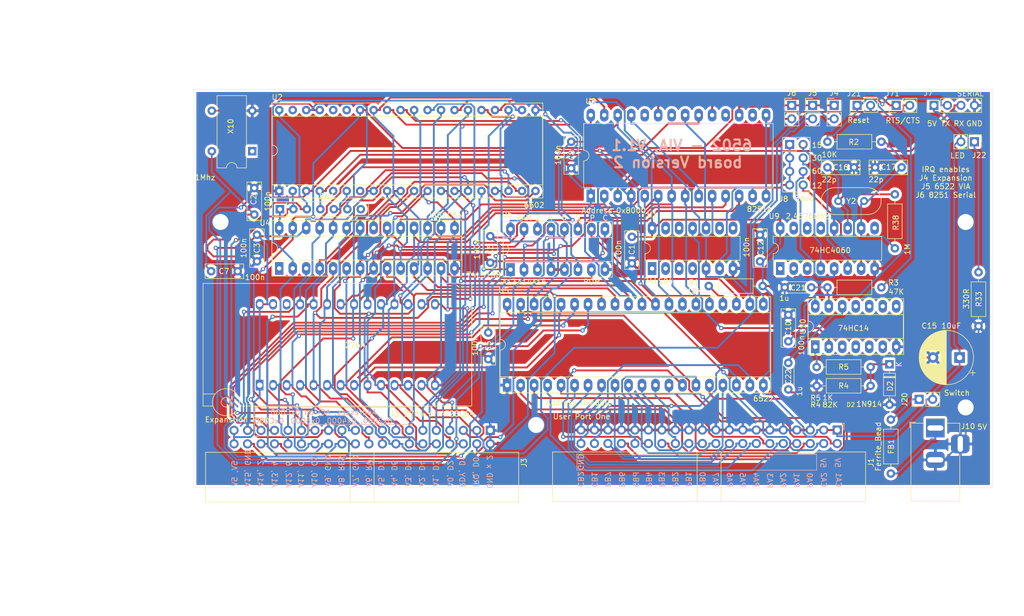
<source format=kicad_pcb>
(kicad_pcb (version 20171130) (host pcbnew "(5.1.5)-3")
  (layers (0 F.Cu signal) (31 B.Cu signal) (34 B.Paste user) (35 F.Paste user) (36 B.SilkS user) (37 F.SilkS user) (38 B.Mask user) (39 F.Mask user) (44 Edge.Cuts user))
  (net 0 "")
  (net 1 GND)
  (net 2 5V)
  (net 3 "Net-(C16-Pad1)")
  (net 4 "Net-(C17-Pad1)")
  (net 5 ~RES)
  (net 6 /CA1)
  (net 7 /CA2)
  (net 8 /CB2)
  (net 9 /CB1)
  (net 10 /PB7)
  (net 11 /PB6)
  (net 12 /PB5)
  (net 13 /PB4)
  (net 14 /PB3)
  (net 15 /PB2)
  (net 16 /PB1)
  (net 17 /PB0)
  (net 18 /PA7)
  (net 19 /PA6)
  (net 20 /PA5)
  (net 21 /PA4)
  (net 22 /PA3)
  (net 23 /PA2)
  (net 24 /PA1)
  (net 25 /PA0)
  (net 26 /A15)
  (net 27 /A14)
  (net 28 /A13)
  (net 29 /A12)
  (net 30 /A11)
  (net 31 /A10)
  (net 32 /A9)
  (net 33 /A8)
  (net 34 /A7)
  (net 35 /A6)
  (net 36 /A5)
  (net 37 /A4)
  (net 38 /A3)
  (net 39 /A2)
  (net 40 /A1)
  (net 41 /A0)
  (net 42 0x2000)
  (net 43 0x4000)
  (net 44 0x6000)
  (net 45 CLK1)
  (net 46 R~W)
  (net 47 /D7)
  (net 48 /D6)
  (net 49 /D5)
  (net 50 /D4)
  (net 51 /D3)
  (net 52 /D2)
  (net 53 /D1)
  (net 54 /D0)
  (net 55 ~IRQ)
  (net 56 "Net-(J5-Pad2)")
  (net 57 "Net-(J6-Pad2)")
  (net 58 "Net-(J7-Pad3)")
  (net 59 "Net-(J7-Pad2)")
  (net 60 ~Read)
  (net 61 CLK0)
  (net 62 ~ROM_EN)
  (net 63 ~RAM_EN)
  (net 64 ~6522_EN)
  (net 65 ~8251_EN)
  (net 66 B150)
  (net 67 B300)
  (net 68 B1200)
  (net 69 B600)
  (net 70 "Net-(J8-Pad1)")
  (net 71 "Net-(FB1-Pad2)")
  (net 72 RDY)
  (net 73 "Net-(J3-Pad4)")
  (net 74 "Net-(RN1-Pad6)")
  (net 75 "Net-(RN1-Pad5)")
  (net 76 "Net-(FB1-Pad1)")
  (net 77 "Net-(C21-Pad1)")
  (net 78 "Net-(C22-Pad2)")
  (net 79 0xC000)
  (net 80 "Net-(J21-Pad1)")
  (net 81 "Net-(J71-Pad2)")
  (net 82 "Net-(J71-Pad1)")
  (net 83 "Net-(R1-Pad1)")
  (net 84 "Net-(R5-Pad2)")
  (net 85 "Net-(U1-Pad10)")
  (net 86 "Net-(C22-Pad1)")
  (net 87 "Net-(J22-Pad1)")
  (module Connector_IDC:IDC-Header_2x20_P2.54mm_Horizontal (layer F.Cu) (at 204.788 104.966 270)
    (fp_text reference J1 (at 6.105 -6.35 90) (layer F.SilkS))
    (fp_text value "User Port One" (at -2.54 48.133 180) (layer F.SilkS))
    (pad 40 thru_hole oval (at 2.54 48.26 270) (size 1.7272 1.7272) (drill 1.016) (layers *.Cu *.Mask) (net 8 /CB2))
    (pad 39 thru_hole oval (at 0 48.26 270) (size 1.7272 1.7272) (drill 1.016) (layers *.Cu *.Mask) (net 1 GND))
    (pad 38 thru_hole oval (at 2.54 45.72 270) (size 1.7272 1.7272) (drill 1.016) (layers *.Cu *.Mask) (net 9 /CB1))
    (pad 37 thru_hole oval (at 0 45.72 270) (size 1.7272 1.7272) (drill 1.016) (layers *.Cu *.Mask) (net 1 GND))
    (pad 36 thru_hole oval (at 2.54 43.18 270) (size 1.7272 1.7272) (drill 1.016) (layers *.Cu *.Mask) (net 10 /PB7))
    (pad 35 thru_hole oval (at 0 43.18 270) (size 1.7272 1.7272) (drill 1.016) (layers *.Cu *.Mask) (net 1 GND))
    (pad 34 thru_hole oval (at 2.54 40.64 270) (size 1.7272 1.7272) (drill 1.016) (layers *.Cu *.Mask) (net 11 /PB6))
    (pad 33 thru_hole oval (at 0 40.64 270) (size 1.7272 1.7272) (drill 1.016) (layers *.Cu *.Mask) (net 1 GND))
    (pad 32 thru_hole oval (at 2.54 38.1 270) (size 1.7272 1.7272) (drill 1.016) (layers *.Cu *.Mask) (net 12 /PB5))
    (pad 31 thru_hole oval (at 0 38.1 270) (size 1.7272 1.7272) (drill 1.016) (layers *.Cu *.Mask) (net 1 GND))
    (pad 30 thru_hole oval (at 2.54 35.56 270) (size 1.7272 1.7272) (drill 1.016) (layers *.Cu *.Mask) (net 13 /PB4))
    (pad 29 thru_hole oval (at 0 35.56 270) (size 1.7272 1.7272) (drill 1.016) (layers *.Cu *.Mask) (net 1 GND))
    (pad 28 thru_hole oval (at 2.54 33.02 270) (size 1.7272 1.7272) (drill 1.016) (layers *.Cu *.Mask) (net 14 /PB3))
    (pad 27 thru_hole oval (at 0 33.02 270) (size 1.7272 1.7272) (drill 1.016) (layers *.Cu *.Mask) (net 1 GND))
    (pad 26 thru_hole oval (at 2.54 30.48 270) (size 1.7272 1.7272) (drill 1.016) (layers *.Cu *.Mask) (net 15 /PB2))
    (pad 25 thru_hole oval (at 0 30.48 270) (size 1.7272 1.7272) (drill 1.016) (layers *.Cu *.Mask) (net 1 GND))
    (pad 24 thru_hole oval (at 2.54 27.94 270) (size 1.7272 1.7272) (drill 1.016) (layers *.Cu *.Mask) (net 16 /PB1))
    (pad 23 thru_hole oval (at 0 27.94 270) (size 1.7272 1.7272) (drill 1.016) (layers *.Cu *.Mask) (net 1 GND))
    (pad 22 thru_hole oval (at 2.54 25.4 270) (size 1.7272 1.7272) (drill 1.016) (layers *.Cu *.Mask) (net 17 /PB0))
    (pad 21 thru_hole oval (at 0 25.4 270) (size 1.7272 1.7272) (drill 1.016) (layers *.Cu *.Mask) (net 1 GND))
    (pad 20 thru_hole oval (at 2.54 22.86 270) (size 1.7272 1.7272) (drill 1.016) (layers *.Cu *.Mask) (net 18 /PA7))
    (pad 19 thru_hole oval (at 0 22.86 270) (size 1.7272 1.7272) (drill 1.016) (layers *.Cu *.Mask) (net 1 GND))
    (pad 18 thru_hole oval (at 2.54 20.32 270) (size 1.7272 1.7272) (drill 1.016) (layers *.Cu *.Mask) (net 19 /PA6))
    (pad 17 thru_hole oval (at 0 20.32 270) (size 1.7272 1.7272) (drill 1.016) (layers *.Cu *.Mask) (net 1 GND))
    (pad 16 thru_hole oval (at 2.54 17.78 270) (size 1.7272 1.7272) (drill 1.016) (layers *.Cu *.Mask) (net 20 /PA5))
    (pad 15 thru_hole oval (at 0 17.78 270) (size 1.7272 1.7272) (drill 1.016) (layers *.Cu *.Mask) (net 1 GND))
    (pad 14 thru_hole oval (at 2.54 15.24 270) (size 1.7272 1.7272) (drill 1.016) (layers *.Cu *.Mask) (net 21 /PA4))
    (pad 13 thru_hole oval (at 0 15.24 270) (size 1.7272 1.7272) (drill 1.016) (layers *.Cu *.Mask) (net 1 GND))
    (pad 12 thru_hole oval (at 2.54 12.7 270) (size 1.7272 1.7272) (drill 1.016) (layers *.Cu *.Mask) (net 22 /PA3))
    (pad 11 thru_hole oval (at 0 12.7 270) (size 1.7272 1.7272) (drill 1.016) (layers *.Cu *.Mask) (net 1 GND))
    (pad 10 thru_hole oval (at 2.54 10.16 270) (size 1.7272 1.7272) (drill 1.016) (layers *.Cu *.Mask) (net 23 /PA2))
    (pad 9 thru_hole oval (at 0 10.16 270) (size 1.7272 1.7272) (drill 1.016) (layers *.Cu *.Mask) (net 1 GND))
    (pad 8 thru_hole oval (at 2.54 7.62 270) (size 1.7272 1.7272) (drill 1.016) (layers *.Cu *.Mask) (net 24 /PA1))
    (pad 7 thru_hole oval (at 0 7.62 270) (size 1.7272 1.7272) (drill 1.016) (layers *.Cu *.Mask) (net 1 GND))
    (pad 6 thru_hole oval (at 2.54 5.08 270) (size 1.7272 1.7272) (drill 1.016) (layers *.Cu *.Mask) (net 25 /PA0))
    (pad 5 thru_hole oval (at 0 5.08 270) (size 1.7272 1.7272) (drill 1.016) (layers *.Cu *.Mask) (net 1 GND))
    (pad 4 thru_hole oval (at 2.54 2.54 270) (size 1.7272 1.7272) (drill 1.016) (layers *.Cu *.Mask) (net 7 /CA2))
    (pad 3 thru_hole oval (at 0 2.54 270) (size 1.7272 1.7272) (drill 1.016) (layers *.Cu *.Mask) (net 2 5V))
    (pad 2 thru_hole oval (at 2.54 0 270) (size 1.7272 1.7272) (drill 1.016) (layers *.Cu *.Mask) (net 6 /CA1))
    (pad 1 thru_hole rect (at 0 0 270) (size 1.7272 1.7272) (drill 1.016) (layers *.Cu *.Mask) (net 2 5V))
  )
  (module Resistor_THT:R_Axial_DIN0207_L6.3mm_D2.5mm_P10.16mm_Horizontal (layer F.Cu) (at 231.394 85.4075 90)
    (fp_text reference R33 (at 5.08 0.0635 90) (layer F.SilkS))
    (fp_text value 330R (at 5.1435 -2.286 90) (layer F.SilkS))
    (pad 2 thru_hole oval (at 10.16 0 90) (size 1.6 1.6) (drill 0.8) (layers *.Cu *.Mask) (net 87 "Net-(J22-Pad1)"))
    (pad 1 thru_hole circle (at 0 0 90) (size 1.6 1.6) (drill 0.8) (layers *.Cu *.Mask) (net 1 GND))
  )
  (module Capacitor_THT:C_Disc_D4.3mm_W1.9mm_P5.00mm (layer F.Cu) (at 195.58 92.329 270)
    (fp_text reference C22 (at 2.6035 0 90) (layer F.SilkS))
    (fp_text value 1u (at 5.334 -2.0955 90) (layer F.SilkS))
    (pad 2 thru_hole circle (at 5 0 270) (size 1.6 1.6) (drill 0.8) (layers *.Cu *.Mask) (net 78 "Net-(C22-Pad2)"))
    (pad 1 thru_hole circle (at 0 0 270) (size 1.6 1.6) (drill 0.8) (layers *.Cu *.Mask) (net 86 "Net-(C22-Pad1)"))
  )
  (module Package_DIP:DIP-14_W7.62mm_Socket_LongPads (layer F.Cu) (at 200.66 89.281 90)
    (fp_text reference U10 (at 3.81 -2.33 90) (layer F.SilkS))
    (fp_text value 74HC14 (at 3.4925 7.1755 180) (layer F.SilkS))
    (pad 14 thru_hole oval (at 7.62 0 90) (size 2.4 1.6) (drill 0.8) (layers *.Cu *.Mask) (net 2 5V))
    (pad 7 thru_hole oval (at 0 15.24 90) (size 2.4 1.6) (drill 0.8) (layers *.Cu *.Mask) (net 1 GND))
    (pad 13 thru_hole oval (at 7.62 2.54 90) (size 2.4 1.6) (drill 0.8) (layers *.Cu *.Mask) (net 77 "Net-(C21-Pad1)"))
    (pad 6 thru_hole oval (at 0 12.7 90) (size 2.4 1.6) (drill 0.8) (layers *.Cu *.Mask))
    (pad 12 thru_hole oval (at 7.62 5.08 90) (size 2.4 1.6) (drill 0.8) (layers *.Cu *.Mask) (net 86 "Net-(C22-Pad1)"))
    (pad 5 thru_hole oval (at 0 10.16 90) (size 2.4 1.6) (drill 0.8) (layers *.Cu *.Mask))
    (pad 11 thru_hole oval (at 7.62 7.62 90) (size 2.4 1.6) (drill 0.8) (layers *.Cu *.Mask))
    (pad 4 thru_hole oval (at 0 7.62 90) (size 2.4 1.6) (drill 0.8) (layers *.Cu *.Mask))
    (pad 10 thru_hole oval (at 7.62 10.16 90) (size 2.4 1.6) (drill 0.8) (layers *.Cu *.Mask))
    (pad 3 thru_hole oval (at 0 5.08 90) (size 2.4 1.6) (drill 0.8) (layers *.Cu *.Mask))
    (pad 9 thru_hole oval (at 7.62 12.7 90) (size 2.4 1.6) (drill 0.8) (layers *.Cu *.Mask))
    (pad 2 thru_hole oval (at 0 2.54 90) (size 2.4 1.6) (drill 0.8) (layers *.Cu *.Mask) (net 5 ~RES))
    (pad 8 thru_hole oval (at 7.62 15.24 90) (size 2.4 1.6) (drill 0.8) (layers *.Cu *.Mask))
    (pad 1 thru_hole rect (at 0 0 90) (size 2.4 1.6) (drill 0.8) (layers *.Cu *.Mask) (net 84 "Net-(R5-Pad2)"))
  )
  (module Package_DIP:DIP-14_W7.62mm_LongPads (layer F.Cu) (at 169.926 74.549 90)
    (fp_text reference U1 (at 10.16 0 180) (layer F.SilkS))
    (fp_text value 74LS04 (at -2.3495 1.2065 180) (layer F.SilkS))
    (pad 14 thru_hole oval (at 7.62 0 90) (size 2.4 1.6) (drill 0.8) (layers *.Cu *.Mask) (net 2 5V))
    (pad 7 thru_hole oval (at 0 15.24 90) (size 2.4 1.6) (drill 0.8) (layers *.Cu *.Mask) (net 1 GND))
    (pad 13 thru_hole oval (at 7.62 2.54 90) (size 2.4 1.6) (drill 0.8) (layers *.Cu *.Mask))
    (pad 6 thru_hole oval (at 0 12.7 90) (size 2.4 1.6) (drill 0.8) (layers *.Cu *.Mask) (net 60 ~Read))
    (pad 12 thru_hole oval (at 7.62 5.08 90) (size 2.4 1.6) (drill 0.8) (layers *.Cu *.Mask))
    (pad 5 thru_hole oval (at 0 10.16 90) (size 2.4 1.6) (drill 0.8) (layers *.Cu *.Mask) (net 46 R~W))
    (pad 11 thru_hole oval (at 7.62 7.62 90) (size 2.4 1.6) (drill 0.8) (layers *.Cu *.Mask) (net 5 ~RES))
    (pad 4 thru_hole oval (at 0 7.62 90) (size 2.4 1.6) (drill 0.8) (layers *.Cu *.Mask))
    (pad 10 thru_hole oval (at 7.62 10.16 90) (size 2.4 1.6) (drill 0.8) (layers *.Cu *.Mask) (net 85 "Net-(U1-Pad10)"))
    (pad 3 thru_hole oval (at 0 5.08 90) (size 2.4 1.6) (drill 0.8) (layers *.Cu *.Mask))
    (pad 9 thru_hole oval (at 7.62 12.7 90) (size 2.4 1.6) (drill 0.8) (layers *.Cu *.Mask))
    (pad 2 thru_hole oval (at 0 2.54 90) (size 2.4 1.6) (drill 0.8) (layers *.Cu *.Mask))
    (pad 8 thru_hole oval (at 7.62 15.24 90) (size 2.4 1.6) (drill 0.8) (layers *.Cu *.Mask))
    (pad 1 thru_hole rect (at 0 0 90) (size 2.4 1.6) (drill 0.8) (layers *.Cu *.Mask))
  )
  (module Resistor_THT:R_Array_SIP7 (layer F.Cu) (at 99.822 63.373)
    (fp_text reference RN1 (at 8.89 -2.4) (layer F.SilkS))
    (fp_text value 10K)
    (pad 7 thru_hole oval (at 15.24 0) (size 1.6 1.6) (drill 0.8) (layers *.Cu *.Mask))
    (pad 6 thru_hole oval (at 12.7 0) (size 1.6 1.6) (drill 0.8) (layers *.Cu *.Mask) (net 74 "Net-(RN1-Pad6)"))
    (pad 5 thru_hole oval (at 10.16 0) (size 1.6 1.6) (drill 0.8) (layers *.Cu *.Mask) (net 75 "Net-(RN1-Pad5)"))
    (pad 4 thru_hole oval (at 7.62 0) (size 1.6 1.6) (drill 0.8) (layers *.Cu *.Mask) (net 55 ~IRQ))
    (pad 3 thru_hole oval (at 5.08 0) (size 1.6 1.6) (drill 0.8) (layers *.Cu *.Mask) (net 5 ~RES))
    (pad 2 thru_hole oval (at 2.54 0) (size 1.6 1.6) (drill 0.8) (layers *.Cu *.Mask) (net 72 RDY))
    (pad 1 thru_hole rect (at 0 0) (size 1.6 1.6) (drill 0.8) (layers *.Cu *.Mask) (net 2 5V))
  )
  (module Resistor_THT:R_Axial_DIN0207_L6.3mm_D2.5mm_P10.16mm_Horizontal (layer F.Cu) (at 211.074 93.091 180)
    (fp_text reference R5 (at 10.3505 -5.842) (layer F.SilkS))
    (fp_text value 1K (at 8.0645 -5.7785) (layer F.SilkS))
    (fp_text user %R (at 5.08 0) (layer F.SilkS))
    (pad 2 thru_hole oval (at 10.16 0 180) (size 1.6 1.6) (drill 0.8) (layers *.Cu *.Mask) (net 84 "Net-(R5-Pad2)"))
    (pad 1 thru_hole circle (at 0 0 180) (size 1.6 1.6) (drill 0.8) (layers *.Cu *.Mask) (net 78 "Net-(C22-Pad2)"))
  )
  (module Resistor_THT:R_Axial_DIN0207_L6.3mm_D2.5mm_P10.16mm_Horizontal (layer F.Cu) (at 211.074 96.647 180)
    (fp_text reference R4 (at 10.3505 -3.556) (layer F.SilkS))
    (fp_text value 82K (at 7.62 -3.556) (layer F.SilkS))
    (fp_text user %R (at 5.08 0) (layer F.SilkS))
    (pad 2 thru_hole oval (at 10.16 0 180) (size 1.6 1.6) (drill 0.8) (layers *.Cu *.Mask) (net 1 GND))
    (pad 1 thru_hole circle (at 0 0 180) (size 1.6 1.6) (drill 0.8) (layers *.Cu *.Mask) (net 78 "Net-(C22-Pad2)"))
  )
  (module Resistor_THT:R_Axial_DIN0207_L6.3mm_D2.5mm_P10.16mm_Horizontal (layer F.Cu) (at 213.106 78.105 180)
    (fp_text reference R3 (at -2.286 0.889) (layer F.SilkS))
    (fp_text value 47K (at -2.794 -0.8255) (layer F.SilkS))
    (pad 2 thru_hole oval (at 10.16 0 180) (size 1.6 1.6) (drill 0.8) (layers *.Cu *.Mask) (net 77 "Net-(C21-Pad1)"))
    (pad 1 thru_hole circle (at 0 0 180) (size 1.6 1.6) (drill 0.8) (layers *.Cu *.Mask) (net 80 "Net-(J21-Pad1)"))
  )
  (module Resistor_THT:R_Axial_DIN0207_L6.3mm_D2.5mm_P10.16mm_Horizontal (layer F.Cu) (at 213.106 50.673 180)
    (fp_text reference R2 (at 5.207 -0.0635) (layer F.SilkS))
    (fp_text value 10K (at 9.779 -2.413) (layer F.SilkS))
    (pad 2 thru_hole oval (at 10.16 0 180) (size 1.6 1.6) (drill 0.8) (layers *.Cu *.Mask) (net 80 "Net-(J21-Pad1)"))
    (pad 1 thru_hole circle (at 0 0 180) (size 1.6 1.6) (drill 0.8) (layers *.Cu *.Mask) (net 2 5V))
  )
  (module Connector_PinHeader_2.54mm:PinHeader_1x02_P2.54mm_Vertical (layer F.Cu) (at 215.9 43.815 90)
    (fp_text reference J71 (at 2.2225 -0.6985 180) (layer F.SilkS))
    (fp_text value RTS/CTS (at -2.8575 1.27 180) (layer F.SilkS))
    (pad 2 thru_hole oval (at 0 2.54 90) (size 1.7 1.7) (drill 1) (layers *.Cu *.Mask) (net 81 "Net-(J71-Pad2)"))
    (pad 1 thru_hole rect (at 0 0 90) (size 1.7 1.7) (drill 1) (layers *.Cu *.Mask) (net 82 "Net-(J71-Pad1)"))
  )
  (module Connector_PinHeader_2.54mm:PinHeader_1x02_P2.54mm_Vertical (layer F.Cu) (at 230.632 50.673 270)
    (fp_text reference J22 (at 2.54 -0.889 180) (layer F.SilkS))
    (fp_text value LED (at 2.6035 3.175 180) (layer F.SilkS))
    (pad 2 thru_hole oval (at 0 2.54 270) (size 1.7 1.7) (drill 1) (layers *.Cu *.Mask) (net 2 5V))
    (pad 1 thru_hole rect (at 0 0 270) (size 1.7 1.7) (drill 1) (layers *.Cu *.Mask) (net 87 "Net-(J22-Pad1)"))
  )
  (module Diode_THT:D_DO-35_SOD27_P7.62mm_Horizontal (layer F.Cu) (at 214.63 92.583 270)
    (fp_text reference D2 (at 4.1275 -0.127 90) (layer F.SilkS))
    (fp_text value 1N914 (at 7.493 3.81 180) (layer F.SilkS))
    (fp_text user K (at 0 -1.8 90) (layer F.SilkS))
    (fp_text user %R (at 7.62 7.3025 180) (layer F.SilkS) (effects (font (size 0.8 0.8) (thickness 0.12))))
    (pad 2 thru_hole oval (at 7.62 0 270) (size 1.6 1.6) (drill 0.8) (layers *.Cu *.Mask) (net 1 GND))
    (pad 1 thru_hole rect (at 0 0 270) (size 1.6 1.6) (drill 0.8) (layers *.Cu *.Mask) (net 78 "Net-(C22-Pad2)"))
  )
  (module Capacitor_THT:C_Disc_D4.3mm_W1.9mm_P5.00mm (layer F.Cu) (at 199.898 78.105 180)
    (fp_text reference C21 (at 2.4765 -0.0635) (layer F.SilkS))
    (fp_text value 1u (at 5.08 -2.032) (layer F.SilkS))
    (pad 2 thru_hole circle (at 5 0 180) (size 1.6 1.6) (drill 0.8) (layers *.Cu *.Mask) (net 1 GND))
    (pad 1 thru_hole circle (at 0 0 180) (size 1.6 1.6) (drill 0.8) (layers *.Cu *.Mask) (net 77 "Net-(C21-Pad1)"))
  )
  (module Capacitor_THT:C_Rect_L7.0mm_W2.5mm_P5.00mm (layer F.Cu) (at 195.58 88.265 90)
    (fp_text reference C10 (at 2.413 0 90) (layer F.SilkS))
    (fp_text value 100n (at -0.762 2.4765 90) (layer F.SilkS))
    (pad 2 thru_hole circle (at 5 0 90) (size 1.6 1.6) (drill 0.8) (layers *.Cu *.Mask) (net 1 GND))
    (pad 1 thru_hole circle (at 0 0 90) (size 1.6 1.6) (drill 0.8) (layers *.Cu *.Mask) (net 2 5V))
  )
  (module Connector_PinHeader_2.54mm:PinHeader_1x02_P2.54mm_Vertical (layer F.Cu) (at 208.534 43.815 90)
    (fp_text reference J21 (at 2.2225 -0.5715 180) (layer F.SilkS))
    (fp_text value Reset (at -2.794 0.254 180) (layer F.SilkS))
    (pad 2 thru_hole oval (at 0 2.54 90) (size 1.7 1.7) (drill 1) (layers *.Cu *.Mask) (net 1 GND))
    (pad 1 thru_hole rect (at 0 0 90) (size 1.7 1.7) (drill 1) (layers *.Cu *.Mask) (net 80 "Net-(J21-Pad1)"))
  )
  (module Connector_PinHeader_2.54mm:PinHeader_1x02_P2.54mm_Vertical (layer F.Cu) (at 220.218 99.187 90)
    (fp_text reference J20 (at -0.0635 -2.7305 90) (layer F.SilkS))
    (fp_text value Switch (at 1.2065 7.112) (layer F.SilkS))
    (pad 2 thru_hole oval (at 0 2.54 90) (size 1.7 1.7) (drill 1) (layers *.Cu *.Mask) (net 2 5V))
    (pad 1 thru_hole rect (at 0 0 90) (size 1.7 1.7) (drill 1) (layers *.Cu *.Mask) (net 76 "Net-(FB1-Pad1)"))
  )
  (module Socket:DIP_Socket-28_W11.9_W12.7_W15.24_W17.78_W18.5_3M_228-1277-00-0602J (layer F.Cu) (at 96.012 96.52 90)
    (fp_text reference U3 (at -5.3975 25.273 180) (layer F.SilkS))
    (fp_text value 2764 (at 7.5565 18.034 180) (layer F.SilkS))
    (pad 15 thru_hole oval (at 15.24 33.02 90) (size 2 1.44) (drill 1) (layers *.Cu *.Mask) (net 51 /D3))
    (pad 14 thru_hole oval (at 0 33.02 90) (size 2 1.44) (drill 1) (layers *.Cu *.Mask) (net 1 GND))
    (pad 16 thru_hole oval (at 15.24 30.48 90) (size 2 1.44) (drill 1) (layers *.Cu *.Mask) (net 50 /D4))
    (pad 13 thru_hole oval (at 0 30.48 90) (size 2 1.44) (drill 1) (layers *.Cu *.Mask) (net 52 /D2))
    (pad 17 thru_hole oval (at 15.24 27.94 90) (size 2 1.44) (drill 1) (layers *.Cu *.Mask) (net 49 /D5))
    (pad 12 thru_hole oval (at 0 27.94 90) (size 2 1.44) (drill 1) (layers *.Cu *.Mask) (net 53 /D1))
    (pad 18 thru_hole oval (at 15.24 25.4 90) (size 2 1.44) (drill 1) (layers *.Cu *.Mask) (net 48 /D6))
    (pad 11 thru_hole oval (at 0 25.4 90) (size 2 1.44) (drill 1) (layers *.Cu *.Mask) (net 54 /D0))
    (pad 19 thru_hole oval (at 15.24 22.86 90) (size 2 1.44) (drill 1) (layers *.Cu *.Mask) (net 47 /D7))
    (pad 10 thru_hole oval (at 0 22.86 90) (size 2 1.44) (drill 1) (layers *.Cu *.Mask) (net 41 /A0))
    (pad 20 thru_hole oval (at 15.24 20.32 90) (size 2 1.44) (drill 1) (layers *.Cu *.Mask) (net 1 GND))
    (pad 9 thru_hole oval (at 0 20.32 90) (size 2 1.44) (drill 1) (layers *.Cu *.Mask) (net 40 /A1))
    (pad 21 thru_hole oval (at 15.24 17.78 90) (size 2 1.44) (drill 1) (layers *.Cu *.Mask) (net 31 /A10))
    (pad 8 thru_hole oval (at 0 17.78 90) (size 2 1.44) (drill 1) (layers *.Cu *.Mask) (net 39 /A2))
    (pad 22 thru_hole oval (at 15.24 15.24 90) (size 2 1.44) (drill 1) (layers *.Cu *.Mask) (net 62 ~ROM_EN))
    (pad 7 thru_hole oval (at 0 15.24 90) (size 2 1.44) (drill 1) (layers *.Cu *.Mask) (net 38 /A3))
    (pad 23 thru_hole oval (at 15.24 12.7 90) (size 2 1.44) (drill 1) (layers *.Cu *.Mask) (net 30 /A11))
    (pad 6 thru_hole oval (at 0 12.7 90) (size 2 1.44) (drill 1) (layers *.Cu *.Mask) (net 37 /A4))
    (pad 24 thru_hole oval (at 15.24 10.16 90) (size 2 1.44) (drill 1) (layers *.Cu *.Mask) (net 32 /A9))
    (pad 5 thru_hole oval (at 0 10.16 90) (size 2 1.44) (drill 1) (layers *.Cu *.Mask) (net 36 /A5))
    (pad 25 thru_hole oval (at 15.24 7.62 90) (size 2 1.44) (drill 1) (layers *.Cu *.Mask) (net 33 /A8))
    (pad 4 thru_hole oval (at 0 7.62 90) (size 2 1.44) (drill 1) (layers *.Cu *.Mask) (net 35 /A6))
    (pad 26 thru_hole oval (at 15.24 5.08 90) (size 2 1.44) (drill 1) (layers *.Cu *.Mask))
    (pad 3 thru_hole oval (at 0 5.08 90) (size 2 1.44) (drill 1) (layers *.Cu *.Mask) (net 34 /A7))
    (pad 27 thru_hole oval (at 15.24 2.54 90) (size 2 1.44) (drill 1) (layers *.Cu *.Mask) (net 2 5V))
    (pad 2 thru_hole oval (at 0 2.54 90) (size 2 1.44) (drill 1) (layers *.Cu *.Mask) (net 29 /A12))
    (pad 28 thru_hole oval (at 15.24 0 90) (size 2 1.44) (drill 1) (layers *.Cu *.Mask) (net 2 5V))
    (pad 1 thru_hole rect (at 0 0 90) (size 2 1.44) (drill 1) (layers *.Cu *.Mask) (net 2 5V))
  )
  (module Connector_IDC:IDC-Header_2x20_P2.54mm_Horizontal (layer F.Cu) (at 139.446 105.029 270)
    (fp_text reference J3 (at 6.105 -6.35 90) (layer F.SilkS))
    (fp_text value "Expanstion Port" (at -2.032 47.752 180) (layer F.SilkS))
    (pad 40 thru_hole oval (at 2.54 48.26 270) (size 1.7272 1.7272) (drill 1.016) (layers *.Cu *.Mask) (net 2 5V))
    (pad 39 thru_hole oval (at 0 48.26 270) (size 1.7272 1.7272) (drill 1.016) (layers *.Cu *.Mask) (net 2 5V))
    (pad 38 thru_hole oval (at 2.54 45.72 270) (size 1.7272 1.7272) (drill 1.016) (layers *.Cu *.Mask) (net 26 /A15))
    (pad 37 thru_hole oval (at 0 45.72 270) (size 1.7272 1.7272) (drill 1.016) (layers *.Cu *.Mask) (net 1 GND))
    (pad 36 thru_hole oval (at 2.54 43.18 270) (size 1.7272 1.7272) (drill 1.016) (layers *.Cu *.Mask) (net 27 /A14))
    (pad 35 thru_hole oval (at 0 43.18 270) (size 1.7272 1.7272) (drill 1.016) (layers *.Cu *.Mask) (net 42 0x2000))
    (pad 34 thru_hole oval (at 2.54 40.64 270) (size 1.7272 1.7272) (drill 1.016) (layers *.Cu *.Mask) (net 28 /A13))
    (pad 33 thru_hole oval (at 0 40.64 270) (size 1.7272 1.7272) (drill 1.016) (layers *.Cu *.Mask) (net 43 0x4000))
    (pad 32 thru_hole oval (at 2.54 38.1 270) (size 1.7272 1.7272) (drill 1.016) (layers *.Cu *.Mask) (net 29 /A12))
    (pad 31 thru_hole oval (at 0 38.1 270) (size 1.7272 1.7272) (drill 1.016) (layers *.Cu *.Mask) (net 44 0x6000))
    (pad 30 thru_hole oval (at 2.54 35.56 270) (size 1.7272 1.7272) (drill 1.016) (layers *.Cu *.Mask) (net 30 /A11))
    (pad 29 thru_hole oval (at 0 35.56 270) (size 1.7272 1.7272) (drill 1.016) (layers *.Cu *.Mask) (net 79 0xC000))
    (pad 28 thru_hole oval (at 2.54 33.02 270) (size 1.7272 1.7272) (drill 1.016) (layers *.Cu *.Mask) (net 31 /A10))
    (pad 27 thru_hole oval (at 0 33.02 270) (size 1.7272 1.7272) (drill 1.016) (layers *.Cu *.Mask) (net 45 CLK1))
    (pad 26 thru_hole oval (at 2.54 30.48 270) (size 1.7272 1.7272) (drill 1.016) (layers *.Cu *.Mask) (net 32 /A9))
    (pad 25 thru_hole oval (at 0 30.48 270) (size 1.7272 1.7272) (drill 1.016) (layers *.Cu *.Mask) (net 1 GND))
    (pad 24 thru_hole oval (at 2.54 27.94 270) (size 1.7272 1.7272) (drill 1.016) (layers *.Cu *.Mask) (net 33 /A8))
    (pad 23 thru_hole oval (at 0 27.94 270) (size 1.7272 1.7272) (drill 1.016) (layers *.Cu *.Mask) (net 5 ~RES))
    (pad 22 thru_hole oval (at 2.54 25.4 270) (size 1.7272 1.7272) (drill 1.016) (layers *.Cu *.Mask) (net 34 /A7))
    (pad 21 thru_hole oval (at 0 25.4 270) (size 1.7272 1.7272) (drill 1.016) (layers *.Cu *.Mask) (net 1 GND))
    (pad 20 thru_hole oval (at 2.54 22.86 270) (size 1.7272 1.7272) (drill 1.016) (layers *.Cu *.Mask) (net 35 /A6))
    (pad 19 thru_hole oval (at 0 22.86 270) (size 1.7272 1.7272) (drill 1.016) (layers *.Cu *.Mask) (net 46 R~W))
    (pad 18 thru_hole oval (at 2.54 20.32 270) (size 1.7272 1.7272) (drill 1.016) (layers *.Cu *.Mask) (net 36 /A5))
    (pad 17 thru_hole oval (at 0 20.32 270) (size 1.7272 1.7272) (drill 1.016) (layers *.Cu *.Mask) (net 47 /D7))
    (pad 16 thru_hole oval (at 2.54 17.78 270) (size 1.7272 1.7272) (drill 1.016) (layers *.Cu *.Mask) (net 37 /A4))
    (pad 15 thru_hole oval (at 0 17.78 270) (size 1.7272 1.7272) (drill 1.016) (layers *.Cu *.Mask) (net 48 /D6))
    (pad 14 thru_hole oval (at 2.54 15.24 270) (size 1.7272 1.7272) (drill 1.016) (layers *.Cu *.Mask) (net 38 /A3))
    (pad 13 thru_hole oval (at 0 15.24 270) (size 1.7272 1.7272) (drill 1.016) (layers *.Cu *.Mask) (net 49 /D5))
    (pad 12 thru_hole oval (at 2.54 12.7 270) (size 1.7272 1.7272) (drill 1.016) (layers *.Cu *.Mask) (net 39 /A2))
    (pad 11 thru_hole oval (at 0 12.7 270) (size 1.7272 1.7272) (drill 1.016) (layers *.Cu *.Mask) (net 50 /D4))
    (pad 10 thru_hole oval (at 2.54 10.16 270) (size 1.7272 1.7272) (drill 1.016) (layers *.Cu *.Mask) (net 40 /A1))
    (pad 9 thru_hole oval (at 0 10.16 270) (size 1.7272 1.7272) (drill 1.016) (layers *.Cu *.Mask) (net 51 /D3))
    (pad 8 thru_hole oval (at 2.54 7.62 270) (size 1.7272 1.7272) (drill 1.016) (layers *.Cu *.Mask) (net 41 /A0))
    (pad 7 thru_hole oval (at 0 7.62 270) (size 1.7272 1.7272) (drill 1.016) (layers *.Cu *.Mask) (net 52 /D2))
    (pad 6 thru_hole oval (at 2.54 5.08 270) (size 1.7272 1.7272) (drill 1.016) (layers *.Cu *.Mask) (net 72 RDY))
    (pad 5 thru_hole oval (at 0 5.08 270) (size 1.7272 1.7272) (drill 1.016) (layers *.Cu *.Mask) (net 53 /D1))
    (pad 4 thru_hole oval (at 2.54 2.54 270) (size 1.7272 1.7272) (drill 1.016) (layers *.Cu *.Mask) (net 73 "Net-(J3-Pad4)"))
    (pad 3 thru_hole oval (at 0 2.54 270) (size 1.7272 1.7272) (drill 1.016) (layers *.Cu *.Mask) (net 54 /D0))
    (pad 2 thru_hole oval (at 2.54 0 270) (size 1.7272 1.7272) (drill 1.016) (layers *.Cu *.Mask) (net 1 GND))
    (pad 1 thru_hole rect (at 0 0 270) (size 1.7272 1.7272) (drill 1.016) (layers *.Cu *.Mask) (net 1 GND))
  )
  (module Resistor_THT:R_Axial_DIN0207_L6.3mm_D2.5mm_P10.16mm_Horizontal (layer F.Cu) (at 214.884 102.997 270)
    (fp_text reference FB1 (at 5.08 -0.051 90) (layer F.SilkS))
    (fp_text value Ferrite_Bead (at 5.08 2.37 90) (layer F.SilkS))
    (pad 2 thru_hole oval (at 10.16 0 270) (size 1.6 1.6) (drill 0.8) (layers *.Cu *.Mask) (net 71 "Net-(FB1-Pad2)"))
    (pad 1 thru_hole circle (at 0 0 270) (size 1.6 1.6) (drill 0.8) (layers *.Cu *.Mask) (net 76 "Net-(FB1-Pad1)"))
  )
  (module Oscillator:Oscillator_SeikoEpson_SG-8002DC (layer F.Cu) (at 94.615 52.451 180)
    (fp_text reference X10 (at 4.064 4.699 270) (layer F.SilkS))
    (fp_text value SG-531)
    (pad 8 thru_hole oval (at 7.62 0 180) (size 1.6 1.6) (drill 0.8) (layers *.Cu *.Mask) (net 2 5V))
    (pad 4 thru_hole oval (at 0 7.62 180) (size 1.6 1.6) (drill 0.8) (layers *.Cu *.Mask) (net 1 GND))
    (pad 5 thru_hole oval (at 7.62 7.62 180) (size 1.6 1.6) (drill 0.8) (layers *.Cu *.Mask) (net 61 CLK0))
    (pad 1 thru_hole rect (at 0 0 180) (size 1.6 1.6) (drill 0.8) (layers *.Cu *.Mask))
  )
  (module Connector_BarrelJack:BarrelJack_Horizontal (layer F.Cu) (at 223.266 104.585 90)
    (fp_text reference J10 (at 0.318 6.1595 180) (layer F.SilkS))
    (fp_text value 5V (at 0.191 8.8265 180) (layer F.SilkS))
    (pad 3 thru_hole roundrect (at -3 4.7 90) (size 3.5 3.5) (drill oval 3 1) (layers *.Cu *.Mask) (net 1 GND))
    (pad 2 thru_hole roundrect (at -6 0 90) (size 3 3.5) (drill oval 1 3) (layers *.Cu *.Mask) (net 1 GND))
    (pad 1 thru_hole rect (at 0 0 90) (size 3.5 3.5) (drill oval 1 3) (layers *.Cu *.Mask) (net 71 "Net-(FB1-Pad2)"))
  )
  (module Connector_PinHeader_2.54mm:PinHeader_2x04_P2.54mm_Vertical (layer F.Cu) (at 195.834 51.181)
    (fp_text reference J8 (at -1.143 10.287) (layer F.SilkS))
    (fp_text value Baud (at 2.7305 10.0965) (layer F.SilkS))
    (pad 8 thru_hole oval (at 2.54 7.62) (size 1.7 1.7) (drill 1) (layers *.Cu *.Mask) (net 68 B1200))
    (pad 7 thru_hole oval (at 0 7.62) (size 1.7 1.7) (drill 1) (layers *.Cu *.Mask) (net 70 "Net-(J8-Pad1)"))
    (pad 6 thru_hole oval (at 2.54 5.08) (size 1.7 1.7) (drill 1) (layers *.Cu *.Mask) (net 69 B600))
    (pad 5 thru_hole oval (at 0 5.08) (size 1.7 1.7) (drill 1) (layers *.Cu *.Mask) (net 70 "Net-(J8-Pad1)"))
    (pad 4 thru_hole oval (at 2.54 2.54) (size 1.7 1.7) (drill 1) (layers *.Cu *.Mask) (net 67 B300))
    (pad 3 thru_hole oval (at 0 2.54) (size 1.7 1.7) (drill 1) (layers *.Cu *.Mask) (net 70 "Net-(J8-Pad1)"))
    (pad 2 thru_hole oval (at 2.54 0) (size 1.7 1.7) (drill 1) (layers *.Cu *.Mask) (net 66 B150))
    (pad 1 thru_hole rect (at 0 0) (size 1.7 1.7) (drill 1) (layers *.Cu *.Mask) (net 70 "Net-(J8-Pad1)"))
  )
  (module Crystal:Crystal_HC49-U_Vertical (layer F.Cu) (at 204.978 61.849)
    (fp_text reference Y2 (at 2.44 0) (layer F.SilkS))
    (fp_text value 2.4576Mhz (at -5.842 2.8575) (layer F.SilkS))
    (pad 2 thru_hole circle (at 4.88 0) (size 1.5 1.5) (drill 0.8) (layers *.Cu *.Mask) (net 4 "Net-(C17-Pad1)"))
    (pad 1 thru_hole circle (at 0 0) (size 1.5 1.5) (drill 0.8) (layers *.Cu *.Mask) (net 3 "Net-(C16-Pad1)"))
  )
  (module Package_DIP:DIP-16_W7.62mm_LongPads (layer F.Cu) (at 194.056 74.549 90)
    (fp_text reference U9 (at 9.8425 -1.143 180) (layer F.SilkS))
    (fp_text value 74HC4060 (at 3.429 9.398 180) (layer F.SilkS))
    (pad 16 thru_hole oval (at 7.62 0 90) (size 2.4 1.6) (drill 0.8) (layers *.Cu *.Mask) (net 2 5V))
    (pad 8 thru_hole oval (at 0 17.78 90) (size 2.4 1.6) (drill 0.8) (layers *.Cu *.Mask) (net 1 GND))
    (pad 15 thru_hole oval (at 7.62 2.54 90) (size 2.4 1.6) (drill 0.8) (layers *.Cu *.Mask))
    (pad 7 thru_hole oval (at 0 15.24 90) (size 2.4 1.6) (drill 0.8) (layers *.Cu *.Mask) (net 68 B1200))
    (pad 14 thru_hole oval (at 7.62 5.08 90) (size 2.4 1.6) (drill 0.8) (layers *.Cu *.Mask))
    (pad 6 thru_hole oval (at 0 12.7 90) (size 2.4 1.6) (drill 0.8) (layers *.Cu *.Mask) (net 66 B150))
    (pad 13 thru_hole oval (at 7.62 7.62 90) (size 2.4 1.6) (drill 0.8) (layers *.Cu *.Mask))
    (pad 5 thru_hole oval (at 0 10.16 90) (size 2.4 1.6) (drill 0.8) (layers *.Cu *.Mask) (net 69 B600))
    (pad 12 thru_hole oval (at 7.62 10.16 90) (size 2.4 1.6) (drill 0.8) (layers *.Cu *.Mask) (net 1 GND))
    (pad 4 thru_hole oval (at 0 7.62 90) (size 2.4 1.6) (drill 0.8) (layers *.Cu *.Mask) (net 67 B300))
    (pad 11 thru_hole oval (at 7.62 12.7 90) (size 2.4 1.6) (drill 0.8) (layers *.Cu *.Mask) (net 3 "Net-(C16-Pad1)"))
    (pad 3 thru_hole oval (at 0 5.08 90) (size 2.4 1.6) (drill 0.8) (layers *.Cu *.Mask))
    (pad 10 thru_hole oval (at 7.62 15.24 90) (size 2.4 1.6) (drill 0.8) (layers *.Cu *.Mask) (net 4 "Net-(C17-Pad1)"))
    (pad 2 thru_hole oval (at 0 2.54 90) (size 2.4 1.6) (drill 0.8) (layers *.Cu *.Mask))
    (pad 9 thru_hole oval (at 7.62 17.78 90) (size 2.4 1.6) (drill 0.8) (layers *.Cu *.Mask))
    (pad 1 thru_hole rect (at 0 0 90) (size 2.4 1.6) (drill 0.8) (layers *.Cu *.Mask))
  )
  (module Package_DIP:DIP-28_W15.24mm_LongPads (layer F.Cu) (at 158.369 60.897 90)
    (fp_text reference U8 (at 17.8435 0 180) (layer F.SilkS))
    (fp_text value 8251A (at -2.4765 31.75 180) (layer F.SilkS))
    (pad 28 thru_hole oval (at 15.24 0 90) (size 2.4 1.6) (drill 0.8) (layers *.Cu *.Mask) (net 53 /D1))
    (pad 14 thru_hole oval (at 0 33.02 90) (size 2.4 1.6) (drill 0.8) (layers *.Cu *.Mask) (net 57 "Net-(J6-Pad2)"))
    (pad 27 thru_hole oval (at 15.24 2.54 90) (size 2.4 1.6) (drill 0.8) (layers *.Cu *.Mask) (net 54 /D0))
    (pad 13 thru_hole oval (at 0 30.48 90) (size 2.4 1.6) (drill 0.8) (layers *.Cu *.Mask) (net 60 ~Read))
    (pad 26 thru_hole oval (at 15.24 5.08 90) (size 2.4 1.6) (drill 0.8) (layers *.Cu *.Mask) (net 2 5V))
    (pad 12 thru_hole oval (at 0 27.94 90) (size 2.4 1.6) (drill 0.8) (layers *.Cu *.Mask) (net 41 /A0))
    (pad 25 thru_hole oval (at 15.24 7.62 90) (size 2.4 1.6) (drill 0.8) (layers *.Cu *.Mask) (net 70 "Net-(J8-Pad1)"))
    (pad 11 thru_hole oval (at 0 25.4 90) (size 2.4 1.6) (drill 0.8) (layers *.Cu *.Mask) (net 65 ~8251_EN))
    (pad 24 thru_hole oval (at 15.24 10.16 90) (size 2.4 1.6) (drill 0.8) (layers *.Cu *.Mask))
    (pad 10 thru_hole oval (at 0 22.86 90) (size 2.4 1.6) (drill 0.8) (layers *.Cu *.Mask) (net 46 R~W))
    (pad 23 thru_hole oval (at 15.24 12.7 90) (size 2.4 1.6) (drill 0.8) (layers *.Cu *.Mask) (net 82 "Net-(J71-Pad1)"))
    (pad 9 thru_hole oval (at 0 20.32 90) (size 2.4 1.6) (drill 0.8) (layers *.Cu *.Mask) (net 70 "Net-(J8-Pad1)"))
    (pad 22 thru_hole oval (at 15.24 15.24 90) (size 2.4 1.6) (drill 0.8) (layers *.Cu *.Mask))
    (pad 8 thru_hole oval (at 0 17.78 90) (size 2.4 1.6) (drill 0.8) (layers *.Cu *.Mask) (net 47 /D7))
    (pad 21 thru_hole oval (at 15.24 17.78 90) (size 2.4 1.6) (drill 0.8) (layers *.Cu *.Mask) (net 85 "Net-(U1-Pad10)"))
    (pad 7 thru_hole oval (at 0 15.24 90) (size 2.4 1.6) (drill 0.8) (layers *.Cu *.Mask) (net 48 /D6))
    (pad 20 thru_hole oval (at 15.24 20.32 90) (size 2.4 1.6) (drill 0.8) (layers *.Cu *.Mask) (net 45 CLK1))
    (pad 6 thru_hole oval (at 0 12.7 90) (size 2.4 1.6) (drill 0.8) (layers *.Cu *.Mask) (net 49 /D5))
    (pad 19 thru_hole oval (at 15.24 22.86 90) (size 2.4 1.6) (drill 0.8) (layers *.Cu *.Mask) (net 59 "Net-(J7-Pad2)"))
    (pad 5 thru_hole oval (at 0 10.16 90) (size 2.4 1.6) (drill 0.8) (layers *.Cu *.Mask) (net 50 /D4))
    (pad 18 thru_hole oval (at 15.24 25.4 90) (size 2.4 1.6) (drill 0.8) (layers *.Cu *.Mask))
    (pad 4 thru_hole oval (at 0 7.62 90) (size 2.4 1.6) (drill 0.8) (layers *.Cu *.Mask) (net 1 GND))
    (pad 17 thru_hole oval (at 15.24 27.94 90) (size 2.4 1.6) (drill 0.8) (layers *.Cu *.Mask) (net 81 "Net-(J71-Pad2)"))
    (pad 3 thru_hole oval (at 0 5.08 90) (size 2.4 1.6) (drill 0.8) (layers *.Cu *.Mask) (net 58 "Net-(J7-Pad3)"))
    (pad 16 thru_hole oval (at 15.24 30.48 90) (size 2.4 1.6) (drill 0.8) (layers *.Cu *.Mask))
    (pad 2 thru_hole oval (at 0 2.54 90) (size 2.4 1.6) (drill 0.8) (layers *.Cu *.Mask) (net 51 /D3))
    (pad 15 thru_hole oval (at 15.24 33.02 90) (size 2.4 1.6) (drill 0.8) (layers *.Cu *.Mask) (net 57 "Net-(J6-Pad2)"))
    (pad 1 thru_hole rect (at 0 0 90) (size 2.4 1.6) (drill 0.8) (layers *.Cu *.Mask) (net 52 /D2))
  )
  (module Package_DIP:DIP-16_W7.62mm_Socket_LongPads (layer F.Cu) (at 143.256 74.752 90)
    (fp_text reference U6 (at 10.3632 -0.635 180) (layer F.SilkS))
    (fp_text value 74LS138 (at -1.0035 -5.08 180) (layer F.SilkS))
    (pad 16 thru_hole oval (at 7.62 0 90) (size 2.4 1.6) (drill 0.8) (layers *.Cu *.Mask) (net 2 5V))
    (pad 8 thru_hole oval (at 0 17.78 90) (size 2.4 1.6) (drill 0.8) (layers *.Cu *.Mask) (net 1 GND))
    (pad 15 thru_hole oval (at 7.62 2.54 90) (size 2.4 1.6) (drill 0.8) (layers *.Cu *.Mask) (net 63 ~RAM_EN))
    (pad 7 thru_hole oval (at 0 15.24 90) (size 2.4 1.6) (drill 0.8) (layers *.Cu *.Mask) (net 62 ~ROM_EN))
    (pad 14 thru_hole oval (at 7.62 5.08 90) (size 2.4 1.6) (drill 0.8) (layers *.Cu *.Mask) (net 42 0x2000))
    (pad 6 thru_hole oval (at 0 12.7 90) (size 2.4 1.6) (drill 0.8) (layers *.Cu *.Mask) (net 2 5V))
    (pad 13 thru_hole oval (at 7.62 7.62 90) (size 2.4 1.6) (drill 0.8) (layers *.Cu *.Mask) (net 43 0x4000))
    (pad 5 thru_hole oval (at 0 10.16 90) (size 2.4 1.6) (drill 0.8) (layers *.Cu *.Mask) (net 1 GND))
    (pad 12 thru_hole oval (at 7.62 10.16 90) (size 2.4 1.6) (drill 0.8) (layers *.Cu *.Mask) (net 44 0x6000))
    (pad 4 thru_hole oval (at 0 7.62 90) (size 2.4 1.6) (drill 0.8) (layers *.Cu *.Mask) (net 1 GND))
    (pad 11 thru_hole oval (at 7.62 12.7 90) (size 2.4 1.6) (drill 0.8) (layers *.Cu *.Mask) (net 65 ~8251_EN))
    (pad 3 thru_hole oval (at 0 5.08 90) (size 2.4 1.6) (drill 0.8) (layers *.Cu *.Mask) (net 26 /A15))
    (pad 10 thru_hole oval (at 7.62 15.24 90) (size 2.4 1.6) (drill 0.8) (layers *.Cu *.Mask) (net 64 ~6522_EN))
    (pad 2 thru_hole oval (at 0 2.54 90) (size 2.4 1.6) (drill 0.8) (layers *.Cu *.Mask) (net 27 /A14))
    (pad 9 thru_hole oval (at 7.62 17.78 90) (size 2.4 1.6) (drill 0.8) (layers *.Cu *.Mask) (net 79 0xC000))
    (pad 1 thru_hole rect (at 0 0 90) (size 2.4 1.6) (drill 0.8) (layers *.Cu *.Mask) (net 28 /A13))
  )
  (module Package_DIP:DIP-40_W15.24mm_Socket_LongPads (layer F.Cu) (at 142.621 96.52 90)
    (fp_text reference U5 (at 17.78 -0.635 180) (layer F.SilkS))
    (fp_text value 6522 (at -2.54 48.26 180) (layer F.SilkS))
    (pad 40 thru_hole oval (at 15.24 0 90) (size 2.4 1.6) (drill 0.8) (layers *.Cu *.Mask) (net 6 /CA1))
    (pad 20 thru_hole oval (at 0 48.26 90) (size 2.4 1.6) (drill 0.8) (layers *.Cu *.Mask) (net 2 5V))
    (pad 39 thru_hole oval (at 15.24 2.54 90) (size 2.4 1.6) (drill 0.8) (layers *.Cu *.Mask) (net 7 /CA2))
    (pad 19 thru_hole oval (at 0 45.72 90) (size 2.4 1.6) (drill 0.8) (layers *.Cu *.Mask) (net 8 /CB2))
    (pad 38 thru_hole oval (at 15.24 5.08 90) (size 2.4 1.6) (drill 0.8) (layers *.Cu *.Mask) (net 41 /A0))
    (pad 18 thru_hole oval (at 0 43.18 90) (size 2.4 1.6) (drill 0.8) (layers *.Cu *.Mask) (net 9 /CB1))
    (pad 37 thru_hole oval (at 15.24 7.62 90) (size 2.4 1.6) (drill 0.8) (layers *.Cu *.Mask) (net 40 /A1))
    (pad 17 thru_hole oval (at 0 40.64 90) (size 2.4 1.6) (drill 0.8) (layers *.Cu *.Mask) (net 10 /PB7))
    (pad 36 thru_hole oval (at 15.24 10.16 90) (size 2.4 1.6) (drill 0.8) (layers *.Cu *.Mask) (net 39 /A2))
    (pad 16 thru_hole oval (at 0 38.1 90) (size 2.4 1.6) (drill 0.8) (layers *.Cu *.Mask) (net 11 /PB6))
    (pad 35 thru_hole oval (at 15.24 12.7 90) (size 2.4 1.6) (drill 0.8) (layers *.Cu *.Mask) (net 38 /A3))
    (pad 15 thru_hole oval (at 0 35.56 90) (size 2.4 1.6) (drill 0.8) (layers *.Cu *.Mask) (net 12 /PB5))
    (pad 34 thru_hole oval (at 15.24 15.24 90) (size 2.4 1.6) (drill 0.8) (layers *.Cu *.Mask) (net 5 ~RES))
    (pad 14 thru_hole oval (at 0 33.02 90) (size 2.4 1.6) (drill 0.8) (layers *.Cu *.Mask) (net 13 /PB4))
    (pad 33 thru_hole oval (at 15.24 17.78 90) (size 2.4 1.6) (drill 0.8) (layers *.Cu *.Mask) (net 54 /D0))
    (pad 13 thru_hole oval (at 0 30.48 90) (size 2.4 1.6) (drill 0.8) (layers *.Cu *.Mask) (net 14 /PB3))
    (pad 32 thru_hole oval (at 15.24 20.32 90) (size 2.4 1.6) (drill 0.8) (layers *.Cu *.Mask) (net 53 /D1))
    (pad 12 thru_hole oval (at 0 27.94 90) (size 2.4 1.6) (drill 0.8) (layers *.Cu *.Mask) (net 15 /PB2))
    (pad 31 thru_hole oval (at 15.24 22.86 90) (size 2.4 1.6) (drill 0.8) (layers *.Cu *.Mask) (net 52 /D2))
    (pad 11 thru_hole oval (at 0 25.4 90) (size 2.4 1.6) (drill 0.8) (layers *.Cu *.Mask) (net 16 /PB1))
    (pad 30 thru_hole oval (at 15.24 25.4 90) (size 2.4 1.6) (drill 0.8) (layers *.Cu *.Mask) (net 51 /D3))
    (pad 10 thru_hole oval (at 0 22.86 90) (size 2.4 1.6) (drill 0.8) (layers *.Cu *.Mask) (net 17 /PB0))
    (pad 29 thru_hole oval (at 15.24 27.94 90) (size 2.4 1.6) (drill 0.8) (layers *.Cu *.Mask) (net 50 /D4))
    (pad 9 thru_hole oval (at 0 20.32 90) (size 2.4 1.6) (drill 0.8) (layers *.Cu *.Mask) (net 18 /PA7))
    (pad 28 thru_hole oval (at 15.24 30.48 90) (size 2.4 1.6) (drill 0.8) (layers *.Cu *.Mask) (net 49 /D5))
    (pad 8 thru_hole oval (at 0 17.78 90) (size 2.4 1.6) (drill 0.8) (layers *.Cu *.Mask) (net 19 /PA6))
    (pad 27 thru_hole oval (at 15.24 33.02 90) (size 2.4 1.6) (drill 0.8) (layers *.Cu *.Mask) (net 48 /D6))
    (pad 7 thru_hole oval (at 0 15.24 90) (size 2.4 1.6) (drill 0.8) (layers *.Cu *.Mask) (net 20 /PA5))
    (pad 26 thru_hole oval (at 15.24 35.56 90) (size 2.4 1.6) (drill 0.8) (layers *.Cu *.Mask) (net 47 /D7))
    (pad 6 thru_hole oval (at 0 12.7 90) (size 2.4 1.6) (drill 0.8) (layers *.Cu *.Mask) (net 21 /PA4))
    (pad 25 thru_hole oval (at 15.24 38.1 90) (size 2.4 1.6) (drill 0.8) (layers *.Cu *.Mask) (net 45 CLK1))
    (pad 5 thru_hole oval (at 0 10.16 90) (size 2.4 1.6) (drill 0.8) (layers *.Cu *.Mask) (net 22 /PA3))
    (pad 24 thru_hole oval (at 15.24 40.64 90) (size 2.4 1.6) (drill 0.8) (layers *.Cu *.Mask) (net 83 "Net-(R1-Pad1)"))
    (pad 4 thru_hole oval (at 0 7.62 90) (size 2.4 1.6) (drill 0.8) (layers *.Cu *.Mask) (net 23 /PA2))
    (pad 23 thru_hole oval (at 15.24 43.18 90) (size 2.4 1.6) (drill 0.8) (layers *.Cu *.Mask) (net 64 ~6522_EN))
    (pad 3 thru_hole oval (at 0 5.08 90) (size 2.4 1.6) (drill 0.8) (layers *.Cu *.Mask) (net 24 /PA1))
    (pad 22 thru_hole oval (at 15.24 45.72 90) (size 2.4 1.6) (drill 0.8) (layers *.Cu *.Mask) (net 46 R~W))
    (pad 2 thru_hole oval (at 0 2.54 90) (size 2.4 1.6) (drill 0.8) (layers *.Cu *.Mask) (net 25 /PA0))
    (pad 21 thru_hole oval (at 15.24 48.26 90) (size 2.4 1.6) (drill 0.8) (layers *.Cu *.Mask) (net 56 "Net-(J5-Pad2)"))
    (pad 1 thru_hole rect (at 0 0 90) (size 2.4 1.6) (drill 0.8) (layers *.Cu *.Mask) (net 1 GND))
  )
  (module Package_DIP:DIP-28_W7.62mm_Socket_LongPads (layer F.Cu) (at 99.695 74.524 90)
    (fp_text reference U4 (at 8.5475 -2.667 180) (layer F.SilkS))
    (fp_text value IS61C64 (at 10.008 31.369 180) (layer F.SilkS))
    (pad 28 thru_hole oval (at 7.62 0 90) (size 2.4 1.6) (drill 0.8) (layers *.Cu *.Mask) (net 2 5V))
    (pad 14 thru_hole oval (at 0 33.02 90) (size 2.4 1.6) (drill 0.8) (layers *.Cu *.Mask) (net 1 GND))
    (pad 27 thru_hole oval (at 7.62 2.54 90) (size 2.4 1.6) (drill 0.8) (layers *.Cu *.Mask) (net 46 R~W))
    (pad 13 thru_hole oval (at 0 30.48 90) (size 2.4 1.6) (drill 0.8) (layers *.Cu *.Mask) (net 52 /D2))
    (pad 26 thru_hole oval (at 7.62 5.08 90) (size 2.4 1.6) (drill 0.8) (layers *.Cu *.Mask) (net 2 5V))
    (pad 12 thru_hole oval (at 0 27.94 90) (size 2.4 1.6) (drill 0.8) (layers *.Cu *.Mask) (net 53 /D1))
    (pad 25 thru_hole oval (at 7.62 7.62 90) (size 2.4 1.6) (drill 0.8) (layers *.Cu *.Mask) (net 33 /A8))
    (pad 11 thru_hole oval (at 0 25.4 90) (size 2.4 1.6) (drill 0.8) (layers *.Cu *.Mask) (net 54 /D0))
    (pad 24 thru_hole oval (at 7.62 10.16 90) (size 2.4 1.6) (drill 0.8) (layers *.Cu *.Mask) (net 32 /A9))
    (pad 10 thru_hole oval (at 0 22.86 90) (size 2.4 1.6) (drill 0.8) (layers *.Cu *.Mask) (net 41 /A0))
    (pad 23 thru_hole oval (at 7.62 12.7 90) (size 2.4 1.6) (drill 0.8) (layers *.Cu *.Mask) (net 30 /A11))
    (pad 9 thru_hole oval (at 0 20.32 90) (size 2.4 1.6) (drill 0.8) (layers *.Cu *.Mask) (net 40 /A1))
    (pad 22 thru_hole oval (at 7.62 15.24 90) (size 2.4 1.6) (drill 0.8) (layers *.Cu *.Mask) (net 1 GND))
    (pad 8 thru_hole oval (at 0 17.78 90) (size 2.4 1.6) (drill 0.8) (layers *.Cu *.Mask) (net 39 /A2))
    (pad 21 thru_hole oval (at 7.62 17.78 90) (size 2.4 1.6) (drill 0.8) (layers *.Cu *.Mask) (net 31 /A10))
    (pad 7 thru_hole oval (at 0 15.24 90) (size 2.4 1.6) (drill 0.8) (layers *.Cu *.Mask) (net 38 /A3))
    (pad 20 thru_hole oval (at 7.62 20.32 90) (size 2.4 1.6) (drill 0.8) (layers *.Cu *.Mask) (net 63 ~RAM_EN))
    (pad 6 thru_hole oval (at 0 12.7 90) (size 2.4 1.6) (drill 0.8) (layers *.Cu *.Mask) (net 37 /A4))
    (pad 19 thru_hole oval (at 7.62 22.86 90) (size 2.4 1.6) (drill 0.8) (layers *.Cu *.Mask) (net 47 /D7))
    (pad 5 thru_hole oval (at 0 10.16 90) (size 2.4 1.6) (drill 0.8) (layers *.Cu *.Mask) (net 36 /A5))
    (pad 18 thru_hole oval (at 7.62 25.4 90) (size 2.4 1.6) (drill 0.8) (layers *.Cu *.Mask) (net 48 /D6))
    (pad 4 thru_hole oval (at 0 7.62 90) (size 2.4 1.6) (drill 0.8) (layers *.Cu *.Mask) (net 35 /A6))
    (pad 17 thru_hole oval (at 7.62 27.94 90) (size 2.4 1.6) (drill 0.8) (layers *.Cu *.Mask) (net 49 /D5))
    (pad 3 thru_hole oval (at 0 5.08 90) (size 2.4 1.6) (drill 0.8) (layers *.Cu *.Mask) (net 34 /A7))
    (pad 16 thru_hole oval (at 7.62 30.48 90) (size 2.4 1.6) (drill 0.8) (layers *.Cu *.Mask) (net 50 /D4))
    (pad 2 thru_hole oval (at 0 2.54 90) (size 2.4 1.6) (drill 0.8) (layers *.Cu *.Mask) (net 29 /A12))
    (pad 15 thru_hole oval (at 7.62 33.02 90) (size 2.4 1.6) (drill 0.8) (layers *.Cu *.Mask) (net 51 /D3))
    (pad 1 thru_hole rect (at 0 0 90) (size 2.4 1.6) (drill 0.8) (layers *.Cu *.Mask))
  )
  (module Package_DIP:DIP-40_W15.24mm_Socket (layer F.Cu) (at 99.695 59.944 90)
    (fp_text reference U2 (at 17.653 -0.381 180) (layer F.SilkS))
    (fp_text value 6502 (at -2.667 48.006 180) (layer F.SilkS))
    (pad 40 thru_hole oval (at 15.24 0 90) (size 1.6 1.6) (drill 0.8) (layers *.Cu *.Mask) (net 5 ~RES))
    (pad 20 thru_hole oval (at 0 48.26 90) (size 1.6 1.6) (drill 0.8) (layers *.Cu *.Mask) (net 30 /A11))
    (pad 39 thru_hole oval (at 15.24 2.54 90) (size 1.6 1.6) (drill 0.8) (layers *.Cu *.Mask))
    (pad 19 thru_hole oval (at 0 45.72 90) (size 1.6 1.6) (drill 0.8) (layers *.Cu *.Mask) (net 31 /A10))
    (pad 38 thru_hole oval (at 15.24 5.08 90) (size 1.6 1.6) (drill 0.8) (layers *.Cu *.Mask) (net 74 "Net-(RN1-Pad6)"))
    (pad 18 thru_hole oval (at 0 43.18 90) (size 1.6 1.6) (drill 0.8) (layers *.Cu *.Mask) (net 32 /A9))
    (pad 37 thru_hole oval (at 15.24 7.62 90) (size 1.6 1.6) (drill 0.8) (layers *.Cu *.Mask) (net 61 CLK0))
    (pad 17 thru_hole oval (at 0 40.64 90) (size 1.6 1.6) (drill 0.8) (layers *.Cu *.Mask) (net 33 /A8))
    (pad 36 thru_hole oval (at 15.24 10.16 90) (size 1.6 1.6) (drill 0.8) (layers *.Cu *.Mask))
    (pad 16 thru_hole oval (at 0 38.1 90) (size 1.6 1.6) (drill 0.8) (layers *.Cu *.Mask) (net 34 /A7))
    (pad 35 thru_hole oval (at 15.24 12.7 90) (size 1.6 1.6) (drill 0.8) (layers *.Cu *.Mask))
    (pad 15 thru_hole oval (at 0 35.56 90) (size 1.6 1.6) (drill 0.8) (layers *.Cu *.Mask) (net 35 /A6))
    (pad 34 thru_hole oval (at 15.24 15.24 90) (size 1.6 1.6) (drill 0.8) (layers *.Cu *.Mask) (net 46 R~W))
    (pad 14 thru_hole oval (at 0 33.02 90) (size 1.6 1.6) (drill 0.8) (layers *.Cu *.Mask) (net 36 /A5))
    (pad 33 thru_hole oval (at 15.24 17.78 90) (size 1.6 1.6) (drill 0.8) (layers *.Cu *.Mask) (net 54 /D0))
    (pad 13 thru_hole oval (at 0 30.48 90) (size 1.6 1.6) (drill 0.8) (layers *.Cu *.Mask) (net 37 /A4))
    (pad 32 thru_hole oval (at 15.24 20.32 90) (size 1.6 1.6) (drill 0.8) (layers *.Cu *.Mask) (net 53 /D1))
    (pad 12 thru_hole oval (at 0 27.94 90) (size 1.6 1.6) (drill 0.8) (layers *.Cu *.Mask) (net 38 /A3))
    (pad 31 thru_hole oval (at 15.24 22.86 90) (size 1.6 1.6) (drill 0.8) (layers *.Cu *.Mask) (net 52 /D2))
    (pad 11 thru_hole oval (at 0 25.4 90) (size 1.6 1.6) (drill 0.8) (layers *.Cu *.Mask) (net 39 /A2))
    (pad 30 thru_hole oval (at 15.24 25.4 90) (size 1.6 1.6) (drill 0.8) (layers *.Cu *.Mask) (net 51 /D3))
    (pad 10 thru_hole oval (at 0 22.86 90) (size 1.6 1.6) (drill 0.8) (layers *.Cu *.Mask) (net 40 /A1))
    (pad 29 thru_hole oval (at 15.24 27.94 90) (size 1.6 1.6) (drill 0.8) (layers *.Cu *.Mask) (net 50 /D4))
    (pad 9 thru_hole oval (at 0 20.32 90) (size 1.6 1.6) (drill 0.8) (layers *.Cu *.Mask) (net 41 /A0))
    (pad 28 thru_hole oval (at 15.24 30.48 90) (size 1.6 1.6) (drill 0.8) (layers *.Cu *.Mask) (net 49 /D5))
    (pad 8 thru_hole oval (at 0 17.78 90) (size 1.6 1.6) (drill 0.8) (layers *.Cu *.Mask) (net 2 5V))
    (pad 27 thru_hole oval (at 15.24 33.02 90) (size 1.6 1.6) (drill 0.8) (layers *.Cu *.Mask) (net 48 /D6))
    (pad 7 thru_hole oval (at 0 15.24 90) (size 1.6 1.6) (drill 0.8) (layers *.Cu *.Mask))
    (pad 26 thru_hole oval (at 15.24 35.56 90) (size 1.6 1.6) (drill 0.8) (layers *.Cu *.Mask) (net 47 /D7))
    (pad 6 thru_hole oval (at 0 12.7 90) (size 1.6 1.6) (drill 0.8) (layers *.Cu *.Mask) (net 75 "Net-(RN1-Pad5)"))
    (pad 25 thru_hole oval (at 15.24 38.1 90) (size 1.6 1.6) (drill 0.8) (layers *.Cu *.Mask) (net 26 /A15))
    (pad 5 thru_hole oval (at 0 10.16 90) (size 1.6 1.6) (drill 0.8) (layers *.Cu *.Mask))
    (pad 24 thru_hole oval (at 15.24 40.64 90) (size 1.6 1.6) (drill 0.8) (layers *.Cu *.Mask) (net 27 /A14))
    (pad 4 thru_hole oval (at 0 7.62 90) (size 1.6 1.6) (drill 0.8) (layers *.Cu *.Mask) (net 55 ~IRQ))
    (pad 23 thru_hole oval (at 15.24 43.18 90) (size 1.6 1.6) (drill 0.8) (layers *.Cu *.Mask) (net 28 /A13))
    (pad 3 thru_hole oval (at 0 5.08 90) (size 1.6 1.6) (drill 0.8) (layers *.Cu *.Mask) (net 45 CLK1))
    (pad 22 thru_hole oval (at 15.24 45.72 90) (size 1.6 1.6) (drill 0.8) (layers *.Cu *.Mask) (net 29 /A12))
    (pad 2 thru_hole oval (at 0 2.54 90) (size 1.6 1.6) (drill 0.8) (layers *.Cu *.Mask) (net 72 RDY))
    (pad 21 thru_hole oval (at 15.24 48.26 90) (size 1.6 1.6) (drill 0.8) (layers *.Cu *.Mask) (net 1 GND))
    (pad 1 thru_hole rect (at 0 0 90) (size 1.6 1.6) (drill 0.8) (layers *.Cu *.Mask) (net 1 GND))
  )
  (module Resistor_THT:R_Axial_DIN0207_L6.3mm_D2.5mm_P10.16mm_Horizontal (layer F.Cu) (at 215.646 70.739 90)
    (fp_text reference R38 (at 4.826 0.1905 90) (layer F.SilkS))
    (fp_text value 1M (at -0.1905 2.3495 90) (layer F.SilkS))
    (pad 2 thru_hole oval (at 10.16 0 90) (size 1.6 1.6) (drill 0.8) (layers *.Cu *.Mask) (net 3 "Net-(C16-Pad1)"))
    (pad 1 thru_hole circle (at 0 0 90) (size 1.6 1.6) (drill 0.8) (layers *.Cu *.Mask) (net 4 "Net-(C17-Pad1)"))
  )
  (module Resistor_THT:R_Axial_DIN0207_L6.3mm_D2.5mm_P10.16mm_Horizontal (layer F.Cu) (at 180.594 77.851)
    (fp_text reference R1 (at -2.794 -0.6985) (layer F.SilkS))
    (fp_text value 10K (at -2.667 1.016) (layer F.SilkS))
    (pad 2 thru_hole oval (at 10.16 0) (size 1.6 1.6) (drill 0.8) (layers *.Cu *.Mask) (net 2 5V))
    (pad 1 thru_hole circle (at 0 0) (size 1.6 1.6) (drill 0.8) (layers *.Cu *.Mask) (net 83 "Net-(R1-Pad1)"))
  )
  (module Connector_PinHeader_2.54mm:PinHeader_1x04_P2.54mm_Vertical (layer F.Cu) (at 223.012 43.815 90)
    (fp_text reference J7 (at 2.286 -1.0795 180) (layer F.SilkS))
    (fp_text value SERIAL (at 2.2225 6.858 180) (layer F.SilkS))
    (pad 4 thru_hole oval (at 0 7.62 90) (size 1.7 1.7) (drill 1) (layers *.Cu *.Mask) (net 1 GND))
    (pad 3 thru_hole oval (at 0 5.08 90) (size 1.7 1.7) (drill 1) (layers *.Cu *.Mask) (net 58 "Net-(J7-Pad3)"))
    (pad 2 thru_hole oval (at 0 2.54 90) (size 1.7 1.7) (drill 1) (layers *.Cu *.Mask) (net 59 "Net-(J7-Pad2)"))
    (pad 1 thru_hole rect (at 0 0 90) (size 1.7 1.7) (drill 1) (layers *.Cu *.Mask) (net 2 5V))
  )
  (module Connector_PinHeader_2.54mm:PinHeader_1x02_P2.54mm_Vertical (layer F.Cu) (at 196.215 43.815)
    (fp_text reference J6 (at 0 -2.33) (layer F.SilkS))
    (fp_text value "SERIAL IRQ Enale")
    (pad 2 thru_hole oval (at 0 2.54) (size 1.7 1.7) (drill 1) (layers *.Cu *.Mask) (net 57 "Net-(J6-Pad2)"))
    (pad 1 thru_hole rect (at 0 0) (size 1.7 1.7) (drill 1) (layers *.Cu *.Mask) (net 55 ~IRQ))
  )
  (module Connector_PinHeader_2.54mm:PinHeader_1x02_P2.54mm_Vertical (layer F.Cu) (at 200.152 43.815)
    (fp_text reference J5 (at 0 -2.33) (layer F.SilkS))
    (fp_text value "6522 IRQ Enable")
    (pad 2 thru_hole oval (at 0 2.54) (size 1.7 1.7) (drill 1) (layers *.Cu *.Mask) (net 56 "Net-(J5-Pad2)"))
    (pad 1 thru_hole rect (at 0 0) (size 1.7 1.7) (drill 1) (layers *.Cu *.Mask) (net 55 ~IRQ))
  )
  (module Connector_PinHeader_2.54mm:PinHeader_1x02_P2.54mm_Vertical (layer F.Cu) (at 204.216 43.815)
    (fp_text reference J4 (at 0 -2.33) (layer F.SilkS))
    (fp_text value "Expansion IRQ Enable")
    (pad 2 thru_hole oval (at 0 2.54) (size 1.7 1.7) (drill 1) (layers *.Cu *.Mask) (net 73 "Net-(J3-Pad4)"))
    (pad 1 thru_hole rect (at 0 0) (size 1.7 1.7) (drill 1) (layers *.Cu *.Mask) (net 55 ~IRQ))
  )
  (module Capacitor_THT:C_Rect_L7.0mm_W2.5mm_P5.00mm (layer F.Cu) (at 216.916 55.499 180)
    (fp_text reference C17 (at 2.4765 0.0635) (layer F.SilkS))
    (fp_text value 22p (at 4.826 -2.286) (layer F.SilkS))
    (pad 2 thru_hole circle (at 5 0 180) (size 1.6 1.6) (drill 0.8) (layers *.Cu *.Mask) (net 1 GND))
    (pad 1 thru_hole circle (at 0 0 180) (size 1.6 1.6) (drill 0.8) (layers *.Cu *.Mask) (net 4 "Net-(C17-Pad1)"))
  )
  (module Capacitor_THT:C_Rect_L7.0mm_W2.5mm_P5.00mm (layer F.Cu) (at 202.946 55.499)
    (fp_text reference C16 (at 2.5 0) (layer F.SilkS))
    (fp_text value 22p (at 0.3175 2.286) (layer F.SilkS))
    (pad 2 thru_hole circle (at 5 0) (size 1.6 1.6) (drill 0.8) (layers *.Cu *.Mask) (net 1 GND))
    (pad 1 thru_hole circle (at 0 0) (size 1.6 1.6) (drill 0.8) (layers *.Cu *.Mask) (net 3 "Net-(C16-Pad1)"))
  )
  (module Capacitor_THT:CP_Radial_D10.0mm_P5.00mm (layer F.Cu) (at 227.838 91.313 180)
    (fp_text reference C15 (at 5.715 5.969) (layer F.SilkS))
    (fp_text value 10uF (at 1.5875 5.969) (layer F.SilkS))
    (pad 2 thru_hole circle (at 5 0 180) (size 2 2) (drill 1) (layers *.Cu *.Mask) (net 1 GND))
    (pad 1 thru_hole rect (at 0 0 180) (size 2 2) (drill 1) (layers *.Cu *.Mask) (net 2 5V))
  )
  (module Capacitor_THT:C_Rect_L7.0mm_W2.5mm_P5.00mm (layer F.Cu) (at 190.246 73.199 90)
    (fp_text reference C12 (at 2.5 0.127 90) (layer F.SilkS))
    (fp_text value 100n (at 2.667 -2.54 90) (layer F.SilkS))
    (pad 2 thru_hole circle (at 5 0 90) (size 1.6 1.6) (drill 0.8) (layers *.Cu *.Mask) (net 1 GND))
    (pad 1 thru_hole circle (at 0 0 90) (size 1.6 1.6) (drill 0.8) (layers *.Cu *.Mask) (net 2 5V))
  )
  (module Capacitor_THT:C_Rect_L7.0mm_W2.5mm_P5.00mm (layer F.Cu) (at 154.686 50.673 270)
    (fp_text reference C8 (at 2.54 -0.127 90) (layer F.SilkS))
    (fp_text value 100n (at 2.5 2.5 90) (layer F.SilkS))
    (pad 2 thru_hole circle (at 5 0 270) (size 1.6 1.6) (drill 0.8) (layers *.Cu *.Mask) (net 1 GND))
    (pad 1 thru_hole circle (at 0 0 270) (size 1.6 1.6) (drill 0.8) (layers *.Cu *.Mask) (net 2 5V))
  )
  (module Capacitor_THT:C_Rect_L7.0mm_W2.5mm_P5.00mm (layer F.Cu) (at 86.868 75.057)
    (fp_text reference C7 (at 2.413 0) (layer F.SilkS))
    (fp_text value 100n (at 8.255 1.143) (layer F.SilkS))
    (pad 2 thru_hole circle (at 5 0) (size 1.6 1.6) (drill 0.8) (layers *.Cu *.Mask) (net 1 GND))
    (pad 1 thru_hole circle (at 0 0) (size 1.6 1.6) (drill 0.8) (layers *.Cu *.Mask) (net 2 5V))
  )
  (module Capacitor_THT:C_Rect_L7.0mm_W2.5mm_P5.00mm (layer F.Cu) (at 139.446 68.453 270)
    (fp_text reference C6 (at 2.5 0 90) (layer F.SilkS))
    (fp_text value 100n (at 2.5 2.5 90) (layer F.SilkS))
    (pad 2 thru_hole circle (at 5 0 270) (size 1.6 1.6) (drill 0.8) (layers *.Cu *.Mask) (net 1 GND))
    (pad 1 thru_hole circle (at 0 0 270) (size 1.6 1.6) (drill 0.8) (layers *.Cu *.Mask) (net 2 5V))
  )
  (module Capacitor_THT:C_Rect_L7.0mm_W2.5mm_P5.00mm (layer F.Cu) (at 139.065 86.614 270)
    (fp_text reference C5 (at 2.5 0 90) (layer F.SilkS))
    (fp_text value 100n (at 2.5 2.5 90) (layer F.SilkS))
    (pad 2 thru_hole circle (at 5 0 270) (size 1.6 1.6) (drill 0.8) (layers *.Cu *.Mask) (net 1 GND))
    (pad 1 thru_hole circle (at 0 0 270) (size 1.6 1.6) (drill 0.8) (layers *.Cu *.Mask) (net 2 5V))
  )
  (module Capacitor_THT:C_Rect_L7.0mm_W2.5mm_P5.00mm (layer F.Cu) (at 95.504 68.199 270)
    (fp_text reference C3 (at 2.5 0 90) (layer F.SilkS))
    (fp_text value 100n (at 2.5 2.5 90) (layer F.SilkS))
    (pad 2 thru_hole circle (at 5 0 270) (size 1.6 1.6) (drill 0.8) (layers *.Cu *.Mask) (net 1 GND))
    (pad 1 thru_hole circle (at 0 0 270) (size 1.6 1.6) (drill 0.8) (layers *.Cu *.Mask) (net 2 5V))
  )
  (module Capacitor_THT:C_Rect_L7.0mm_W2.5mm_P5.00mm (layer F.Cu) (at 94.996 64.389 90)
    (fp_text reference C2 (at 2.794 -0.127 90) (layer F.SilkS))
    (fp_text value 100n (at 2.5 2.5 90) (layer F.SilkS))
    (pad 2 thru_hole circle (at 5 0 90) (size 1.6 1.6) (drill 0.8) (layers *.Cu *.Mask) (net 1 GND))
    (pad 1 thru_hole circle (at 0 0 90) (size 1.6 1.6) (drill 0.8) (layers *.Cu *.Mask) (net 2 5V))
  )
  (module Capacitor_THT:C_Rect_L7.0mm_W2.5mm_P5.00mm (layer F.Cu) (at 166.116 68.58 270)
    (fp_text reference C1 (at 2.413 0 90) (layer F.SilkS))
    (fp_text value 100n (at 2.5 2.5 90) (layer F.SilkS))
    (pad 2 thru_hole circle (at 5 0 270) (size 1.6 1.6) (drill 0.8) (layers *.Cu *.Mask) (net 1 GND))
    (pad 1 thru_hole circle (at 0 0 270) (size 1.6 1.6) (drill 0.8) (layers *.Cu *.Mask) (net 2 5V))
  )
  (gr_text 12 (at 200.9775 58.928) (layer F.SilkS) (effects (font (size 1 1))))
  (gr_text 60 (at 200.9775 56.1975) (layer F.SilkS) (effects (font (size 1 1))))
  (gr_text 30 (at 200.9775 53.721) (layer F.SilkS) (effects (font (size 1 1))))
  (gr_text 15 (at 200.9775 51.308) (layer F.SilkS) (effects (font (size 1 1))))
  (gr_text C (at 161.0995 65.024) (layer F.SilkS) (effects (font (size 1 1))))
  (gr_text P (at 158.6865 65.024) (layer F.SilkS) (effects (font (size 1 1))))
  (gr_text S (at 155.956 64.9605) (layer F.SilkS) (effects (font (size 1 1))))
  (gr_text 6 (at 153.3525 64.9605) (layer F.SilkS) (effects (font (size 1 1))))
  (gr_text 4 (at 150.749 65.024) (layer F.SilkS) (effects (font (size 1 1))))
  (gr_text 2 (at 148.3995 65.024) (layer F.SilkS) (effects (font (size 1 1))))
  (gr_text RAM (at 145.796 65.024) (layer F.SilkS) (effects (font (size 1 1))))
  (gr_text ROM (at 158.5595 77.089) (layer F.SilkS) (effects (font (size 1 1))))
  (gr_text A15 (at 148.6535 77.089) (layer F.SilkS) (effects (font (size 1 1))))
  (gr_text A14 (at 145.923 77.089) (layer F.SilkS) (effects (font (size 1 1))))
  (gr_text A13 (at 143.0655 77.089) (layer F.SilkS) (effects (font (size 1 1))))
  (gr_line (start 94.996 100.6475) (end 97.536 100.6475) (layer B.SilkS) (width 0.12))
  (gr_line (start 94.996 106.1085) (end 94.996 100.6475) (layer B.SilkS) (width 0.12))
  (gr_line (start 97.536 106.1085) (end 94.996 106.1085) (layer B.SilkS) (width 0.12))
  (gr_line (start 105.2195 103.9495) (end 105.2195 106.1085) (layer B.SilkS) (width 0.12))
  (gr_line (start 124.714 103.9495) (end 105.2195 103.9495) (layer B.SilkS) (width 0.12))
  (gr_line (start 124.714 100.6475) (end 124.714 103.9495) (layer B.SilkS) (width 0.12))
  (gr_line (start 97.536 100.6475) (end 124.714 100.6475) (layer B.SilkS) (width 0.12))
  (gr_line (start 105.156 106.1085) (end 97.536 106.1085) (layer B.SilkS) (width 0.12))
  (gr_text "Addresses, ACI on 0xC000\n0x2000, 0x4000, 0x6000, 0xC000" (at 108.0135 102.4255) (layer B.SilkS) (effects (font (size 1 1)) (justify mirror)))
  (gr_text "2764 or AT28C64" (at 129.8575 101.9175) (layer F.SilkS) (effects (font (size 1 1))))
  (gr_line (start 155.7655 112.522) (end 155.7655 109.5375) (layer B.SilkS) (width 0.12))
  (gr_line (start 200.914 112.522) (end 155.7655 112.522) (layer B.SilkS) (width 0.12))
  (gr_line (start 200.914 109.5375) (end 200.914 112.522) (layer B.SilkS) (width 0.12))
  (gr_line (start 155.702 109.5375) (end 200.914 109.5375) (layer B.SilkS) (width 0.12))
  (gr_text GND (at 156.464 110.998 270) (layer B.SilkS) (effects (font (size 1 1)) (justify mirror)))
  (gr_text 5V (at 202.1205 111.1885 270) (layer B.SilkS) (effects (font (size 1 1)) (justify mirror)))
  (gr_text 5V (at 204.851 111.125 270) (layer B.SilkS) (effects (font (size 1 1)) (justify mirror)))
  (gr_text PB7 (at 161.544 114.3 270) (layer B.SilkS) (effects (font (size 1 1)) (justify mirror)))
  (gr_text PB6 (at 164.211 114.3 270) (layer B.SilkS) (effects (font (size 1 1)) (justify mirror)))
  (gr_text CB2 (at 156.464 114.2365 270) (layer B.SilkS) (effects (font (size 1 1)) (justify mirror)))
  (gr_text CB1 (at 159.0675 114.3 270) (layer B.SilkS) (effects (font (size 1 1)) (justify mirror)))
  (gr_text PA7 (at 181.864 114.3635 270) (layer B.SilkS) (effects (font (size 1 1)) (justify mirror)))
  (gr_text PA6 (at 184.531 114.3635 270) (layer B.SilkS) (effects (font (size 1 1)) (justify mirror)))
  (gr_text PA5 (at 186.944 114.3635 270) (layer B.SilkS) (effects (font (size 1 1)) (justify mirror)))
  (gr_text PB0 (at 179.3875 114.3 270) (layer B.SilkS) (effects (font (size 1 1)) (justify mirror)))
  (gr_text PB2 (at 174.244 114.3 270) (layer B.SilkS) (effects (font (size 1 1)) (justify mirror)))
  (gr_text PB1 (at 176.784 114.2365 270) (layer B.SilkS) (effects (font (size 1 1)) (justify mirror)))
  (gr_text PB4 (at 169.291 114.3 270) (layer B.SilkS) (effects (font (size 1 1)) (justify mirror)))
  (gr_text PB3 (at 171.704 114.3 270) (layer B.SilkS) (effects (font (size 1 1)) (justify mirror)))
  (gr_text PB5 (at 166.9415 114.3 90) (layer B.SilkS) (effects (font (size 1 1)) (justify mirror)))
  (gr_text PA0 (at 199.5805 114.427 270) (layer B.SilkS) (effects (font (size 1 1)) (justify mirror)))
  (gr_text PA3 (at 192.0875 114.4905 270) (layer B.SilkS) (effects (font (size 1 1)) (justify mirror)))
  (gr_text PA2 (at 194.564 114.427 270) (layer B.SilkS) (effects (font (size 1 1)) (justify mirror)))
  (gr_text CA2 (at 202.2475 114.3635 270) (layer B.SilkS) (effects (font (size 1 1)) (justify mirror)))
  (gr_text PA4 (at 189.484 114.3635 270) (layer B.SilkS) (effects (font (size 1 1)) (justify mirror)))
  (gr_text CA1 (at 205.0415 114.3635 270) (layer B.SilkS) (effects (font (size 1 1)) (justify mirror)))
  (gr_text PA1 (at 197.104 114.427 270) (layer B.SilkS) (effects (font (size 1 1)) (justify mirror)))
  (gr_text "GND x 2" (at 139.319 112.8395 270) (layer B.SilkS) (effects (font (size 1 1)) (justify mirror)))
  (gr_text "IRQ, D0" (at 136.7155 112.903 270) (layer B.SilkS) (effects (font (size 1 1)) (justify mirror)))
  (gr_text "RDY, D1" (at 134.112 112.776 270) (layer B.SilkS) (effects (font (size 1 1)) (justify mirror)))
  (gr_text "A1, D3" (at 129.159 113.157 270) (layer B.SilkS) (effects (font (size 1 1)) (justify mirror)))
  (gr_text "A0, D2" (at 131.8895 113.157 270) (layer B.SilkS) (effects (font (size 1 1)) (justify mirror)))
  (gr_text "A2, D4" (at 126.5555 113.157 270) (layer B.SilkS) (effects (font (size 1 1)) (justify mirror)))
  (gr_text "A3, D5" (at 123.952 113.157 270) (layer B.SilkS) (effects (font (size 1 1)) (justify mirror)))
  (gr_text "A4, D6" (at 121.3485 113.157 270) (layer B.SilkS) (effects (font (size 1 1)) (justify mirror)))
  (gr_text "A5, D7" (at 118.872 113.157 270) (layer B.SilkS) (effects (font (size 1 1)) (justify mirror)))
  (gr_text "A6, R~W" (at 116.5225 113.0935 270) (layer B.SilkS) (effects (font (size 1 1)) (justify mirror)))
  (gr_text "A7, GND" (at 114.046 112.649 270) (layer B.SilkS) (effects (font (size 1 1)) (justify mirror)))
  (gr_text "A8, RES" (at 111.379 112.776 270) (layer B.SilkS) (effects (font (size 1 1)) (justify mirror)))
  (gr_text "A9, GND" (at 108.839 112.649 270) (layer B.SilkS) (effects (font (size 1 1)) (justify mirror)))
  (gr_text "A10, C1" (at 106.299 112.776 270) (layer B.SilkS) (effects (font (size 1 1)) (justify mirror)))
  (gr_text "A11, C" (at 103.759 113.284 270) (layer B.SilkS) (effects (font (size 1 1)) (justify mirror)))
  (gr_text "A12, 6" (at 101.473 113.284 270) (layer B.SilkS) (effects (font (size 1 1)) (justify mirror)))
  (gr_text "A13, 4" (at 98.806 113.284 270) (layer B.SilkS) (effects (font (size 1 1)) (justify mirror)))
  (gr_text "A14, 2" (at 96.139 113.157 270) (layer B.SilkS) (effects (font (size 1 1)) (justify mirror)))
  (gr_text "A15, GND" (at 93.726 112.141 270) (layer B.SilkS) (effects (font (size 1 1)) (justify mirror)))
  (gr_text "5V, 5V" (at 91.313 113.157 90) (layer B.SilkS) (effects (font (size 1 1)) (justify mirror)))
  (gr_text "IRQ enables\nJ4 Expansion\nJ5 6522 VIA\nJ6 8251 Serial" (at 225.2345 58.293) (layer F.SilkS) (effects (font (size 1 1))))
  (gr_line (start 83.566 40.767) (end 83.566 115.824) (layer Edge.Cuts) (width 0.05))
  (gr_line (start 234.061 40.767) (end 83.566 40.767) (layer Edge.Cuts) (width 0.05))
  (gr_line (start 234.061 115.824) (end 234.061 40.767) (layer Edge.Cuts) (width 0.05))
  (gr_line (start 83.566 115.824) (end 234.061 115.824) (layer Edge.Cuts) (width 0.05))
  (gr_text 5V (at 222.631 47.244) (layer F.SilkS) (effects (font (size 1 1))))
  (gr_text GND (at 230.632 47.244) (layer F.SilkS) (effects (font (size 1 1))))
  (gr_text RX (at 227.711 47.244) (layer F.SilkS) (effects (font (size 1 1))))
  (gr_text TX (at 225.171 47.244) (layer F.SilkS) (effects (font (size 1 1))))
  (gr_text "Address 0xA000" (at 155.956 99.822) (layer F.SilkS) (effects (font (size 1 1))))
  (gr_text "Address 0x8000" (at 162.687 63.627) (layer F.SilkS) (effects (font (size 1 1))))
  (gr_text "6502 - VIA, V1.1 \nboard Version 2" (at 174.752 52.959) (layer B.SilkS) (effects (font (size 2 2) (thickness 0.4)) (justify mirror)))
  (gr_text 1Mhz (at 85.725 57.404) (layer F.SilkS) (effects (font (size 1 1))))
  (segment (start 92.757 75.946) (end 93.8399 77.0289) (width 0.35) (layer B.Cu) (net 1))
  (segment (start 93.8399 77.0289) (end 93.8399 98.6241) (width 0.35) (layer B.Cu) (net 1))
  (segment (start 93.8399 98.6241) (end 93.5748 98.8892) (width 0.35) (layer B.Cu) (net 1))
  (segment (start 93.5748 98.8892) (end 93.5748 99.5314) (width 0.35) (layer B.Cu) (net 1))
  (segment (start 93.5748 99.5314) (end 93.8399 99.7965) (width 0.35) (layer B.Cu) (net 1))
  (segment (start 93.8399 99.7965) (end 93.8399 103.6762) (width 0.35) (layer B.Cu) (net 1))
  (segment (start 93.8399 103.6762) (end 93.726 103.7901) (width 0.35) (layer B.Cu) (net 1))
  (segment (start 155.9255 54.4335) (end 156.9671 53.3919) (width 0.35) (layer B.Cu) (net 1))
  (segment (start 156.9671 53.3919) (end 156.9671 49.6821) (width 0.35) (layer B.Cu) (net 1))
  (segment (start 156.9671 49.6821) (end 151.989 44.704) (width 0.35) (layer B.Cu) (net 1))
  (segment (start 151.989 44.704) (end 147.955 44.704) (width 0.35) (layer B.Cu) (net 1))
  (segment (start 91.868 75.057) (end 92.3583 74.5667) (width 0.35) (layer B.Cu) (net 1))
  (segment (start 92.3583 74.5667) (end 92.3583 68.9141) (width 0.35) (layer B.Cu) (net 1))
  (segment (start 92.3583 68.9141) (end 89.2302 65.786) (width 0.35) (layer B.Cu) (net 1))
  (segment (start 89.2302 65.786) (end 88.646 65.786) (width 0.35) (layer B.Cu) (net 1))
  (segment (start 93.726 105.029) (end 93.726 103.7901) (width 0.35) (layer B.Cu) (net 1))
  (segment (start 132.715 72.9487) (end 131.3561 71.5898) (width 0.35) (layer F.Cu) (net 1))
  (segment (start 131.3561 71.5898) (end 118.0627 71.5898) (width 0.35) (layer F.Cu) (net 1))
  (segment (start 116.244 72.9486) (end 116.7039 72.9486) (width 0.35) (layer B.Cu) (net 1))
  (segment (start 116.7039 72.9486) (end 118.0627 71.5898) (width 0.35) (layer B.Cu) (net 1))
  (segment (start 114.935 66.904) (end 114.935 68.4793) (width 0.35) (layer F.Cu) (net 1))
  (segment (start 91.868 75.057) (end 92.9269 76.1159) (width 0.35) (layer F.Cu) (net 1))
  (segment (start 92.9269 76.1159) (end 107.8145 76.1159) (width 0.35) (layer F.Cu) (net 1))
  (segment (start 107.8145 76.1159) (end 108.585 75.3454) (width 0.35) (layer F.Cu) (net 1))
  (segment (start 108.585 75.3454) (end 108.585 73.7318) (width 0.35) (layer F.Cu) (net 1))
  (segment (start 108.585 73.7318) (end 113.8375 68.4793) (width 0.35) (layer F.Cu) (net 1))
  (segment (start 113.8375 68.4793) (end 114.935 68.4793) (width 0.35) (layer F.Cu) (net 1))
  (segment (start 116.244 72.9486) (end 114.935 71.6396) (width 0.35) (layer B.Cu) (net 1))
  (segment (start 114.935 71.6396) (end 114.935 68.4793) (width 0.35) (layer B.Cu) (net 1))
  (segment (start 116.332 79.9047) (end 116.244 79.8167) (width 0.35) (layer B.Cu) (net 1))
  (segment (start 116.244 79.8167) (end 116.244 72.9486) (width 0.35) (layer B.Cu) (net 1))
  (segment (start 139.446 73.1767) (end 139.218 72.9487) (width 0.35) (layer F.Cu) (net 1))
  (segment (start 139.218 72.9487) (end 132.715 72.9487) (width 0.35) (layer F.Cu) (net 1))
  (segment (start 107.7271 105.029) (end 107.7271 105.4936) (width 0.35) (layer F.Cu) (net 1))
  (segment (start 107.7271 105.4936) (end 106.9217 106.299) (width 0.35) (layer F.Cu) (net 1))
  (segment (start 106.9217 106.299) (end 95.7215 106.299) (width 0.35) (layer F.Cu) (net 1))
  (segment (start 95.7215 106.299) (end 94.9649 105.5424) (width 0.35) (layer F.Cu) (net 1))
  (segment (start 94.9649 105.5424) (end 94.9649 105.029) (width 0.35) (layer F.Cu) (net 1))
  (segment (start 132.715 74.524) (end 132.715 93.9323) (width 0.35) (layer B.Cu) (net 1))
  (segment (start 132.715 93.9323) (end 130.1273 96.52) (width 0.35) (layer B.Cu) (net 1))
  (segment (start 200.914 97.8223) (end 203.2947 100.203) (width 0.35) (layer B.Cu) (net 1))
  (segment (start 203.2947 100.203) (end 214.63 100.203) (width 0.35) (layer B.Cu) (net 1))
  (segment (start 199.708 98.1236) (end 200.6127 98.1236) (width 0.35) (layer B.Cu) (net 1))
  (segment (start 200.6127 98.1236) (end 200.914 97.8223) (width 0.35) (layer B.Cu) (net 1))
  (segment (start 195.58 83.265) (end 194.3735 84.4715) (width 0.35) (layer B.Cu) (net 1))
  (segment (start 194.3735 84.4715) (end 194.3735 92.7891) (width 0.35) (layer B.Cu) (net 1))
  (segment (start 194.3735 92.7891) (end 199.708 98.1236) (width 0.35) (layer B.Cu) (net 1))
  (segment (start 199.708 104.966) (end 199.708 98.1236) (width 0.35) (layer B.Cu) (net 1))
  (segment (start 194.898 78.105) (end 194.898 82.583) (width 0.35) (layer B.Cu) (net 1))
  (segment (start 194.898 82.583) (end 195.58 83.265) (width 0.35) (layer B.Cu) (net 1))
  (segment (start 228.981 100.711) (end 231.394 98.298) (width 0.35) (layer B.Cu) (net 1))
  (segment (start 231.394 98.298) (end 231.394 85.4075) (width 0.35) (layer B.Cu) (net 1))
  (segment (start 227.966 107.585) (end 228.981 106.57) (width 0.35) (layer B.Cu) (net 1))
  (segment (start 228.981 106.57) (end 228.981 100.711) (width 0.35) (layer B.Cu) (net 1))
  (segment (start 185.166 74.3744) (end 191.1674 74.3744) (width 0.35) (layer F.Cu) (net 1))
  (segment (start 191.1674 74.3744) (end 194.898 78.105) (width 0.35) (layer F.Cu) (net 1))
  (segment (start 211.836 76.1243) (end 196.8787 76.1243) (width 0.35) (layer F.Cu) (net 1))
  (segment (start 196.8787 76.1243) (end 194.898 78.105) (width 0.35) (layer F.Cu) (net 1))
  (segment (start 185.166 74.549) (end 185.166 74.3744) (width 0.35) (layer F.Cu) (net 1))
  (segment (start 185.166 74.324) (end 185.166 74.3744) (width 0.35) (layer F.Cu) (net 1))
  (segment (start 185.166 74.324) (end 185.166 72.9737) (width 0.35) (layer F.Cu) (net 1))
  (segment (start 211.836 74.549) (end 211.836 76.1243) (width 0.35) (layer F.Cu) (net 1))
  (segment (start 214.63 100.203) (end 214.63 99.0277) (width 0.35) (layer B.Cu) (net 1))
  (segment (start 214.63 99.0277) (end 215.9 97.7577) (width 0.35) (layer B.Cu) (net 1))
  (segment (start 215.9 97.7577) (end 215.9 89.281) (width 0.35) (layer B.Cu) (net 1))
  (segment (start 211.074 43.815) (end 211.074 45.0403) (width 0.35) (layer B.Cu) (net 1))
  (segment (start 211.916 55.499) (end 211.916 45.8823) (width 0.35) (layer B.Cu) (net 1))
  (segment (start 211.916 45.8823) (end 211.074 45.0403) (width 0.35) (layer B.Cu) (net 1))
  (segment (start 207.946 55.499) (end 211.916 55.499) (width 0.35) (layer F.Cu) (net 1))
  (segment (start 190.246 68.199) (end 185.4713 72.9737) (width 0.35) (layer F.Cu) (net 1))
  (segment (start 185.4713 72.9737) (end 185.166 72.9737) (width 0.35) (layer F.Cu) (net 1))
  (segment (start 129.032 96.52) (end 130.1273 96.52) (width 0.35) (layer B.Cu) (net 1))
  (segment (start 114.046 105.029) (end 112.8071 105.029) (width 0.35) (layer B.Cu) (net 1))
  (segment (start 161.036 74.752) (end 161.036 73.1767) (width 0.35) (layer B.Cu) (net 1))
  (segment (start 160.179 58.687) (end 163.3455 58.687) (width 0.35) (layer B.Cu) (net 1))
  (segment (start 163.3455 58.687) (end 165.989 61.3305) (width 0.35) (layer B.Cu) (net 1))
  (segment (start 161.036 73.1767) (end 159.7336 71.8743) (width 0.35) (layer B.Cu) (net 1))
  (segment (start 159.7336 71.8743) (end 159.7336 59.1324) (width 0.35) (layer B.Cu) (net 1))
  (segment (start 159.7336 59.1324) (end 160.179 58.687) (width 0.35) (layer B.Cu) (net 1))
  (segment (start 160.179 58.687) (end 155.9255 54.4335) (width 0.35) (layer B.Cu) (net 1))
  (segment (start 174.308 104.966) (end 176.848 104.966) (width 0.35) (layer B.Cu) (net 1))
  (segment (start 92.757 75.946) (end 91.868 75.057) (width 0.35) (layer B.Cu) (net 1))
  (segment (start 95.504 73.199) (end 92.757 75.946) (width 0.35) (layer B.Cu) (net 1))
  (segment (start 95.0195 59.4125) (end 94.996 59.389) (width 0.35) (layer F.Cu) (net 1))
  (segment (start 99.695 59.944) (end 95.551 59.944) (width 0.35) (layer F.Cu) (net 1))
  (segment (start 95.551 59.944) (end 95.0195 59.4125) (width 0.35) (layer F.Cu) (net 1))
  (segment (start 95.0195 59.4125) (end 88.646 65.786) (width 0.35) (layer F.Cu) (net 1))
  (segment (start 155.9255 54.4335) (end 154.686 55.673) (width 0.35) (layer B.Cu) (net 1))
  (segment (start 165.989 61.3305) (end 165.989 62.4723) (width 0.35) (layer B.Cu) (net 1))
  (segment (start 165.989 60.897) (end 165.989 61.3305) (width 0.35) (layer B.Cu) (net 1))
  (segment (start 129.032 96.52) (end 130.1273 96.52) (width 0.35) (layer F.Cu) (net 1))
  (segment (start 142.621 96.52) (end 142.621 94.9447) (width 0.35) (layer F.Cu) (net 1))
  (segment (start 130.1273 96.52) (end 131.7026 94.9447) (width 0.35) (layer F.Cu) (net 1))
  (segment (start 131.7026 94.9447) (end 142.621 94.9447) (width 0.35) (layer F.Cu) (net 1))
  (segment (start 114.935 66.904) (end 114.935 68.4793) (width 0.35) (layer B.Cu) (net 1))
  (segment (start 116.332 81.28) (end 116.332 79.9047) (width 0.35) (layer B.Cu) (net 1))
  (segment (start 93.726 105.029) (end 94.9649 105.029) (width 0.35) (layer F.Cu) (net 1))
  (segment (start 108.966 105.029) (end 107.7271 105.029) (width 0.35) (layer F.Cu) (net 1))
  (segment (start 108.966 105.029) (end 110.2049 105.029) (width 0.35) (layer B.Cu) (net 1))
  (segment (start 112.8071 105.029) (end 112.8071 104.5735) (width 0.35) (layer B.Cu) (net 1))
  (segment (start 112.8071 104.5735) (end 112.0237 103.7901) (width 0.35) (layer B.Cu) (net 1))
  (segment (start 112.0237 103.7901) (end 110.9304 103.7901) (width 0.35) (layer B.Cu) (net 1))
  (segment (start 110.9304 103.7901) (end 110.2049 104.5156) (width 0.35) (layer B.Cu) (net 1))
  (segment (start 110.2049 104.5156) (end 110.2049 105.029) (width 0.35) (layer B.Cu) (net 1))
  (segment (start 142.621 96.52) (end 142.621 98.0953) (width 0.35) (layer B.Cu) (net 1))
  (segment (start 139.446 105.029) (end 139.446 101.2703) (width 0.35) (layer B.Cu) (net 1))
  (segment (start 139.446 101.2703) (end 142.621 98.0953) (width 0.35) (layer B.Cu) (net 1))
  (segment (start 139.446 107.569) (end 139.446 105.029) (width 0.35) (layer B.Cu) (net 1))
  (segment (start 139.446 105.029) (end 140.6849 105.029) (width 0.35) (layer F.Cu) (net 1))
  (segment (start 148.082 104.013) (end 141.7009 104.013) (width 0.35) (layer F.Cu) (net 1))
  (segment (start 141.7009 104.013) (end 140.6849 105.029) (width 0.35) (layer F.Cu) (net 1))
  (segment (start 155.2891 104.966) (end 154.3361 104.013) (width 0.35) (layer F.Cu) (net 1))
  (segment (start 154.3361 104.013) (end 148.082 104.013) (width 0.35) (layer F.Cu) (net 1))
  (segment (start 159.068 104.966) (end 156.528 104.966) (width 0.35) (layer F.Cu) (net 1))
  (segment (start 161.608 104.966) (end 159.068 104.966) (width 0.35) (layer F.Cu) (net 1))
  (segment (start 164.148 104.966) (end 161.608 104.966) (width 0.35) (layer F.Cu) (net 1))
  (segment (start 166.688 104.966) (end 164.148 104.966) (width 0.35) (layer F.Cu) (net 1))
  (segment (start 169.228 104.966) (end 166.688 104.966) (width 0.35) (layer F.Cu) (net 1))
  (segment (start 171.768 104.966) (end 169.228 104.966) (width 0.35) (layer F.Cu) (net 1))
  (segment (start 174.308 104.966) (end 171.768 104.966) (width 0.35) (layer F.Cu) (net 1))
  (segment (start 179.388 104.966) (end 181.928 104.966) (width 0.35) (layer B.Cu) (net 1))
  (segment (start 176.848 104.966) (end 179.388 104.966) (width 0.35) (layer B.Cu) (net 1))
  (segment (start 200.914 96.647) (end 200.914 97.8223) (width 0.35) (layer B.Cu) (net 1))
  (segment (start 184.468 104.966) (end 181.928 104.966) (width 0.35) (layer F.Cu) (net 1))
  (segment (start 187.008 104.966) (end 184.468 104.966) (width 0.35) (layer F.Cu) (net 1))
  (segment (start 189.548 104.966) (end 187.008 104.966) (width 0.35) (layer F.Cu) (net 1))
  (segment (start 192.088 104.966) (end 189.548 104.966) (width 0.35) (layer F.Cu) (net 1))
  (segment (start 194.628 104.966) (end 192.088 104.966) (width 0.35) (layer F.Cu) (net 1))
  (segment (start 197.168 104.966) (end 194.628 104.966) (width 0.35) (layer B.Cu) (net 1))
  (segment (start 199.708 104.966) (end 197.168 104.966) (width 0.35) (layer F.Cu) (net 1))
  (segment (start 94.615 44.831) (end 94.615 46.0063) (width 0.35) (layer B.Cu) (net 1))
  (segment (start 94.615 46.0063) (end 95.7904 47.1817) (width 0.35) (layer B.Cu) (net 1))
  (segment (start 95.7904 47.1817) (end 95.7904 58.5946) (width 0.35) (layer B.Cu) (net 1))
  (segment (start 95.7904 58.5946) (end 94.996 59.389) (width 0.35) (layer B.Cu) (net 1))
  (segment (start 214.63 100.203) (end 215.8053 100.203) (width 0.35) (layer F.Cu) (net 1))
  (segment (start 228.981 100.711) (end 216.3133 100.711) (width 0.35) (layer F.Cu) (net 1))
  (segment (start 216.3133 100.711) (end 215.8053 100.203) (width 0.35) (layer F.Cu) (net 1))
  (segment (start 223.266 110.585) (end 224.966 110.585) (width 0.35) (layer B.Cu) (net 1))
  (segment (start 224.966 110.585) (end 227.966 107.585) (width 0.35) (layer B.Cu) (net 1))
  (segment (start 207.946 68.5043) (end 211.836 72.3943) (width 0.35) (layer B.Cu) (net 1))
  (segment (start 211.836 72.3943) (end 211.836 72.9737) (width 0.35) (layer B.Cu) (net 1))
  (segment (start 204.216 68.5043) (end 207.946 68.5043) (width 0.35) (layer B.Cu) (net 1))
  (segment (start 207.946 68.5043) (end 207.946 55.499) (width 0.35) (layer B.Cu) (net 1))
  (segment (start 211.836 74.549) (end 211.836 72.9737) (width 0.35) (layer B.Cu) (net 1))
  (segment (start 204.216 66.929) (end 204.216 68.5043) (width 0.35) (layer B.Cu) (net 1))
  (segment (start 165.989 62.4723) (end 167.2942 63.7775) (width 0.35) (layer B.Cu) (net 1))
  (segment (start 167.2942 63.7775) (end 167.2942 72.4018) (width 0.35) (layer B.Cu) (net 1))
  (segment (start 167.2942 72.4018) (end 166.116 73.58) (width 0.35) (layer B.Cu) (net 1))
  (segment (start 139.446 73.1767) (end 139.446 73.453) (width 0.35) (layer F.Cu) (net 1))
  (segment (start 150.876 73.1767) (end 139.446 73.1767) (width 0.35) (layer F.Cu) (net 1))
  (segment (start 150.876 73.3143) (end 150.876 73.1767) (width 0.35) (layer F.Cu) (net 1))
  (segment (start 150.876 74.752) (end 150.876 73.3143) (width 0.35) (layer F.Cu) (net 1))
  (segment (start 161.036 74.752) (end 161.036 73.1767) (width 0.35) (layer F.Cu) (net 1))
  (segment (start 153.416 73.1767) (end 161.036 73.1767) (width 0.35) (layer F.Cu) (net 1))
  (segment (start 153.416 73.2035) (end 153.416 73.1767) (width 0.35) (layer F.Cu) (net 1))
  (segment (start 153.416 74.752) (end 153.416 73.2035) (width 0.35) (layer F.Cu) (net 1))
  (segment (start 150.876 73.1767) (end 153.416 73.1767) (width 0.35) (layer F.Cu) (net 1))
  (segment (start 142.621 96.52) (end 142.621 94.9447) (width 0.35) (layer B.Cu) (net 1))
  (segment (start 142.621 94.9447) (end 142.3957 94.9447) (width 0.35) (layer B.Cu) (net 1))
  (segment (start 142.3957 94.9447) (end 139.065 91.614) (width 0.35) (layer B.Cu) (net 1))
  (segment (start 132.715 74.524) (end 132.715 72.9487) (width 0.35) (layer F.Cu) (net 1))
  (segment (start 230.632 43.815) (end 230.632 45.0403) (width 0.35) (layer B.Cu) (net 1))
  (segment (start 230.632 45.0403) (end 229.4067 46.2656) (width 0.35) (layer B.Cu) (net 1))
  (segment (start 229.4067 46.2656) (end 229.4067 65.3603) (width 0.35) (layer B.Cu) (net 1))
  (segment (start 229.4067 65.3603) (end 228.981 65.786) (width 0.35) (layer B.Cu) (net 1))
  (segment (start 215.9 89.281) (end 215.9 90.8563) (width 0.35) (layer F.Cu) (net 1))
  (segment (start 222.838 91.313) (end 216.3567 91.313) (width 0.35) (layer F.Cu) (net 1))
  (segment (start 216.3567 91.313) (end 215.9 90.8563) (width 0.35) (layer F.Cu) (net 1))
  (segment (start 228.981 65.786) (end 228.981 82.9945) (width 0.35) (layer B.Cu) (net 1))
  (segment (start 228.981 82.9945) (end 231.394 85.4075) (width 0.35) (layer B.Cu) (net 1))
  (segment (start 156.528 104.966) (end 155.2891 104.966) (width 0.35) (layer F.Cu) (net 1))
  (via (at 118.0627 71.5898) (size 0.8) (layers F.Cu B.Cu) (net 1))
  (via (at 228.981 100.711) (size 3.5) (drill 3) (layers F.Cu B.Cu) (net 1))
  (via (at 148.082 104.013) (size 3.5) (drill 3) (layers F.Cu B.Cu) (net 1))
  (via (at 228.981 65.786) (size 3.5) (drill 3) (layers F.Cu B.Cu) (net 1))
  (via (at 88.646 65.786) (size 3.5) (drill 3) (layers F.Cu B.Cu) (net 1))
  (segment (start 90.5948 59.9878) (end 94.996 64.389) (width 0.35) (layer B.Cu) (net 2))
  (segment (start 97.4567 81.28) (end 97.4567 70.1517) (width 0.35) (layer B.Cu) (net 2))
  (segment (start 97.4567 70.1517) (end 95.504 68.199) (width 0.35) (layer B.Cu) (net 2))
  (segment (start 91.186 106.299) (end 94.2818 106.299) (width 0.35) (layer B.Cu) (net 2))
  (segment (start 94.2818 106.299) (end 94.996 105.5848) (width 0.35) (layer B.Cu) (net 2))
  (segment (start 94.996 105.5848) (end 94.996 99.6609) (width 0.35) (layer B.Cu) (net 2))
  (segment (start 94.996 99.6609) (end 96.012 98.6449) (width 0.35) (layer B.Cu) (net 2))
  (segment (start 96.012 98.6449) (end 96.012 97.8953) (width 0.35) (layer B.Cu) (net 2))
  (segment (start 152.3487 64.1293) (end 152.4863 64.1293) (width 0.35) (layer B.Cu) (net 2))
  (segment (start 152.4863 64.1293) (end 154.686 66.329) (width 0.35) (layer B.Cu) (net 2))
  (segment (start 154.686 66.329) (end 154.686 71.9067) (width 0.35) (layer B.Cu) (net 2))
  (segment (start 154.686 71.9067) (end 155.956 73.1767) (width 0.35) (layer B.Cu) (net 2))
  (segment (start 146.6179 64.1293) (end 152.3487 64.1293) (width 0.35) (layer B.Cu) (net 2))
  (segment (start 154.686 50.673) (end 152.3487 53.0103) (width 0.35) (layer B.Cu) (net 2))
  (segment (start 152.3487 53.0103) (end 152.3487 64.1293) (width 0.35) (layer B.Cu) (net 2))
  (segment (start 139.446 68.453) (end 141.2608 70.2678) (width 0.35) (layer B.Cu) (net 2))
  (segment (start 141.2608 70.2678) (end 141.2608 75.2236) (width 0.35) (layer B.Cu) (net 2))
  (segment (start 141.2608 75.2236) (end 139.065 77.4194) (width 0.35) (layer B.Cu) (net 2))
  (segment (start 139.065 77.4194) (end 139.065 86.614) (width 0.35) (layer B.Cu) (net 2))
  (segment (start 163.449 47.2323) (end 163.449 48.0106) (width 0.35) (layer B.Cu) (net 2))
  (segment (start 163.449 48.0106) (end 169.8478 54.4094) (width 0.35) (layer B.Cu) (net 2))
  (segment (start 169.8478 54.4094) (end 169.8479 54.4094) (width 0.35) (layer B.Cu) (net 2))
  (segment (start 169.8479 54.4094) (end 169.8479 65.2756) (width 0.35) (layer B.Cu) (net 2))
  (segment (start 169.8479 65.2756) (end 169.926 65.3537) (width 0.35) (layer B.Cu) (net 2))
  (segment (start 143.9896 57.5887) (end 138.8499 57.5887) (width 0.35) (layer F.Cu) (net 2))
  (segment (start 138.8499 57.5887) (end 137.8459 56.5847) (width 0.35) (layer F.Cu) (net 2))
  (segment (start 137.8459 56.5847) (end 120.8343 56.5847) (width 0.35) (layer F.Cu) (net 2))
  (segment (start 120.8343 56.5847) (end 117.475 59.944) (width 0.35) (layer F.Cu) (net 2))
  (segment (start 146.6179 64.1293) (end 146.6179 59.4555) (width 0.35) (layer B.Cu) (net 2))
  (segment (start 146.6179 59.4555) (end 144.7511 57.5887) (width 0.35) (layer B.Cu) (net 2))
  (segment (start 144.7511 57.5887) (end 143.9896 57.5887) (width 0.35) (layer B.Cu) (net 2))
  (segment (start 143.256 65.5567) (end 145.1905 65.5567) (width 0.35) (layer B.Cu) (net 2))
  (segment (start 145.1905 65.5567) (end 146.6179 64.1293) (width 0.35) (layer B.Cu) (net 2))
  (segment (start 190.881 94.9447) (end 192.0574 93.7683) (width 0.35) (layer B.Cu) (net 2))
  (segment (start 192.0574 93.7683) (end 192.0574 79.1544) (width 0.35) (layer B.Cu) (net 2))
  (segment (start 192.0574 79.1544) (end 190.754 77.851) (width 0.35) (layer B.Cu) (net 2))
  (segment (start 190.754 73.199) (end 190.754 77.851) (width 0.35) (layer B.Cu) (net 2))
  (segment (start 86.995 52.451) (end 86.995 56.388) (width 0.35) (layer B.Cu) (net 2))
  (segment (start 86.995 56.388) (end 90.5948 59.9878) (width 0.35) (layer B.Cu) (net 2))
  (segment (start 90.5948 59.9878) (end 85.96 64.6226) (width 0.35) (layer B.Cu) (net 2))
  (segment (start 85.96 64.6226) (end 85.96 74.149) (width 0.35) (layer B.Cu) (net 2))
  (segment (start 85.96 74.149) (end 86.868 75.057) (width 0.35) (layer B.Cu) (net 2))
  (segment (start 104.775 65.3287) (end 105.5356 65.3287) (width 0.35) (layer B.Cu) (net 2))
  (segment (start 105.5356 65.3287) (end 105.7752 65.5683) (width 0.35) (layer B.Cu) (net 2))
  (segment (start 105.7752 65.5683) (end 106.4175 65.5683) (width 0.35) (layer B.Cu) (net 2))
  (segment (start 106.4175 65.5683) (end 106.6571 65.3287) (width 0.35) (layer B.Cu) (net 2))
  (segment (start 106.6571 65.3287) (end 112.3115 65.3287) (width 0.35) (layer B.Cu) (net 2))
  (segment (start 112.3115 65.3287) (end 113.792 63.8482) (width 0.35) (layer B.Cu) (net 2))
  (segment (start 113.792 63.8482) (end 113.792 62.948) (width 0.35) (layer B.Cu) (net 2))
  (segment (start 113.792 62.948) (end 116.2997 60.4403) (width 0.35) (layer B.Cu) (net 2))
  (segment (start 116.2997 60.4403) (end 116.2997 59.944) (width 0.35) (layer B.Cu) (net 2))
  (segment (start 190.881 96.52) (end 190.881 98.0953) (width 0.35) (layer B.Cu) (net 2))
  (segment (start 202.248 104.966) (end 201.0091 104.966) (width 0.35) (layer B.Cu) (net 2))
  (segment (start 201.0091 104.966) (end 201.0091 105.4306) (width 0.35) (layer B.Cu) (net 2))
  (segment (start 201.0091 105.4306) (end 200.2347 106.205) (width 0.35) (layer B.Cu) (net 2))
  (segment (start 200.2347 106.205) (end 199.1211 106.205) (width 0.35) (layer B.Cu) (net 2))
  (segment (start 199.1211 106.205) (end 198.438 105.5219) (width 0.35) (layer B.Cu) (net 2))
  (segment (start 198.438 105.5219) (end 198.438 104.4224) (width 0.35) (layer B.Cu) (net 2))
  (segment (start 198.438 104.4224) (end 192.1109 98.0953) (width 0.35) (layer B.Cu) (net 2))
  (segment (start 192.1109 98.0953) (end 190.881 98.0953) (width 0.35) (layer B.Cu) (net 2))
  (segment (start 190.881 96.52) (end 190.881 94.9447) (width 0.35) (layer B.Cu) (net 2))
  (segment (start 190.754 77.851) (end 191.9293 77.851) (width 0.35) (layer F.Cu) (net 2))
  (segment (start 200.66 81.661) (end 200.66 80.0857) (width 0.35) (layer F.Cu) (net 2))
  (segment (start 200.66 80.0857) (end 194.164 80.0857) (width 0.35) (layer F.Cu) (net 2))
  (segment (start 194.164 80.0857) (end 191.9293 77.851) (width 0.35) (layer F.Cu) (net 2))
  (segment (start 194.056 66.929) (end 194.056 65.3537) (width 0.35) (layer F.Cu) (net 2))
  (segment (start 169.926 67.3625) (end 171.9348 65.3537) (width 0.35) (layer F.Cu) (net 2))
  (segment (start 171.9348 65.3537) (end 194.056 65.3537) (width 0.35) (layer F.Cu) (net 2))
  (segment (start 169.926 67.3625) (end 169.926 68.5043) (width 0.35) (layer F.Cu) (net 2))
  (segment (start 169.926 66.929) (end 169.926 67.3625) (width 0.35) (layer F.Cu) (net 2))
  (segment (start 99.695 66.904) (end 99.695 65.3287) (width 0.35) (layer B.Cu) (net 2))
  (segment (start 99.822 63.373) (end 99.822 65.2017) (width 0.35) (layer B.Cu) (net 2))
  (segment (start 99.822 65.2017) (end 99.695 65.3287) (width 0.35) (layer B.Cu) (net 2))
  (segment (start 227.838 91.313) (end 227.838 89.9377) (width 0.35) (layer B.Cu) (net 2))
  (segment (start 228.092 50.0603) (end 226.8052 51.3471) (width 0.35) (layer B.Cu) (net 2))
  (segment (start 226.8052 51.3471) (end 226.8052 88.9049) (width 0.35) (layer B.Cu) (net 2))
  (segment (start 226.8052 88.9049) (end 227.838 89.9377) (width 0.35) (layer B.Cu) (net 2))
  (segment (start 228.092 50.0603) (end 228.092 49.4477) (width 0.35) (layer B.Cu) (net 2))
  (segment (start 228.092 50.673) (end 228.092 50.0603) (width 0.35) (layer B.Cu) (net 2))
  (segment (start 222.758 99.187) (end 221.5327 99.187) (width 0.35) (layer B.Cu) (net 2))
  (segment (start 204.788 104.966) (end 204.788 106.1431) (width 0.35) (layer B.Cu) (net 2))
  (segment (start 221.5327 99.187) (end 221.5327 100.106) (width 0.35) (layer B.Cu) (net 2))
  (segment (start 221.5327 100.106) (end 215.4956 106.1431) (width 0.35) (layer B.Cu) (net 2))
  (segment (start 215.4956 106.1431) (end 204.788 106.1431) (width 0.35) (layer B.Cu) (net 2))
  (segment (start 222.758 98.5743) (end 222.758 99.187) (width 0.35) (layer B.Cu) (net 2))
  (segment (start 222.758 98.5743) (end 222.758 97.9617) (width 0.35) (layer B.Cu) (net 2))
  (segment (start 194.056 66.929) (end 194.056 69.897) (width 0.35) (layer B.Cu) (net 2))
  (segment (start 194.056 69.897) (end 190.754 73.199) (width 0.35) (layer B.Cu) (net 2))
  (segment (start 190.754 73.199) (end 190.246 73.199) (width 0.35) (layer B.Cu) (net 2))
  (segment (start 163.449 45.657) (end 163.449 47.2323) (width 0.35) (layer F.Cu) (net 2))
  (segment (start 154.686 50.673) (end 160.0083 50.673) (width 0.35) (layer F.Cu) (net 2))
  (segment (start 160.0083 50.673) (end 163.449 47.2323) (width 0.35) (layer F.Cu) (net 2))
  (segment (start 143.256 67.132) (end 143.256 65.5567) (width 0.35) (layer B.Cu) (net 2))
  (segment (start 166.116 68.58) (end 169.8503 68.58) (width 0.35) (layer F.Cu) (net 2))
  (segment (start 169.8503 68.58) (end 169.926 68.5043) (width 0.35) (layer F.Cu) (net 2))
  (segment (start 98.552 81.28) (end 97.4567 81.28) (width 0.35) (layer B.Cu) (net 2))
  (segment (start 96.012 81.28) (end 98.552 81.28) (width 0.35) (layer F.Cu) (net 2))
  (segment (start 96.012 96.52) (end 96.012 81.28) (width 0.35) (layer B.Cu) (net 2))
  (segment (start 96.012 97.0701) (end 96.012 96.52) (width 0.35) (layer B.Cu) (net 2))
  (segment (start 96.012 97.0701) (end 96.012 97.8953) (width 0.35) (layer B.Cu) (net 2))
  (segment (start 91.186 106.299) (end 91.186 107.569) (width 0.35) (layer B.Cu) (net 2))
  (segment (start 91.186 105.029) (end 91.186 106.299) (width 0.35) (layer B.Cu) (net 2))
  (segment (start 204.788 104.966) (end 202.248 104.966) (width 0.35) (layer F.Cu) (net 2))
  (segment (start 169.926 66.929) (end 169.926 65.3537) (width 0.35) (layer B.Cu) (net 2))
  (segment (start 163.449 45.657) (end 163.449 47.2323) (width 0.35) (layer B.Cu) (net 2))
  (segment (start 143.256 67.132) (end 143.256 68.7073) (width 0.35) (layer F.Cu) (net 2))
  (segment (start 143.256 68.7073) (end 139.7003 68.7073) (width 0.35) (layer F.Cu) (net 2))
  (segment (start 139.7003 68.7073) (end 139.446 68.453) (width 0.35) (layer F.Cu) (net 2))
  (segment (start 155.956 74.752) (end 155.956 73.1767) (width 0.35) (layer B.Cu) (net 2))
  (segment (start 99.695 66.904) (end 99.695 68.4793) (width 0.35) (layer F.Cu) (net 2))
  (segment (start 99.695 68.4793) (end 95.7843 68.4793) (width 0.35) (layer F.Cu) (net 2))
  (segment (start 95.7843 68.4793) (end 95.504 68.199) (width 0.35) (layer F.Cu) (net 2))
  (segment (start 99.695 66.904) (end 99.695 68.4793) (width 0.35) (layer B.Cu) (net 2))
  (segment (start 104.775 66.8395) (end 103.1352 68.4793) (width 0.35) (layer B.Cu) (net 2))
  (segment (start 103.1352 68.4793) (end 99.695 68.4793) (width 0.35) (layer B.Cu) (net 2))
  (segment (start 104.775 66.1163) (end 104.775 65.3287) (width 0.35) (layer B.Cu) (net 2))
  (segment (start 104.775 66.904) (end 104.775 66.8395) (width 0.35) (layer B.Cu) (net 2))
  (segment (start 104.775 66.1163) (end 104.775 66.8395) (width 0.35) (layer B.Cu) (net 2))
  (segment (start 117.475 59.944) (end 116.2997 59.944) (width 0.35) (layer B.Cu) (net 2))
  (segment (start 223.012 43.815) (end 223.012 45.0403) (width 0.35) (layer B.Cu) (net 2))
  (segment (start 223.012 45.0403) (end 223.6846 45.0403) (width 0.35) (layer B.Cu) (net 2))
  (segment (start 223.6846 45.0403) (end 228.092 49.4477) (width 0.35) (layer B.Cu) (net 2))
  (segment (start 227.838 91.313) (end 227.838 92.8817) (width 0.35) (layer B.Cu) (net 2))
  (segment (start 227.838 92.8817) (end 222.758 97.9617) (width 0.35) (layer B.Cu) (net 2))
  (via (at 143.9896 57.5887) (size 0.8) (layers F.Cu B.Cu) (net 2))
  (segment (start 94.996 64.389) (end 93.7895 64.389) (width 0.35) (layer F.Cu) (net 2))
  (segment (start 93.7895 64.389) (end 89.0905 69.088) (width 0.35) (layer F.Cu) (net 2))
  (segment (start 89.0905 69.088) (end 87.3125 69.088) (width 0.35) (layer F.Cu) (net 2))
  (segment (start 87.3125 69.088) (end 86.1695 70.231) (width 0.35) (layer F.Cu) (net 2))
  (segment (start 86.1695 70.231) (end 86.1695 71.12) (width 0.35) (layer F.Cu) (net 2))
  (segment (start 86.1695 71.12) (end 87.3125 72.263) (width 0.35) (layer F.Cu) (net 2))
  (segment (start 91.44 72.263) (end 95.504 68.199) (width 0.35) (layer F.Cu) (net 2))
  (segment (start 87.3125 72.263) (end 91.44 72.263) (width 0.35) (layer F.Cu) (net 2))
  (segment (start 213.106 50.673) (end 213.7781 50.673) (width 0.35) (layer B.Cu) (net 2))
  (segment (start 213.7781 50.673) (end 218.0966 54.9915) (width 0.35) (layer B.Cu) (net 2))
  (segment (start 218.0966 54.9915) (end 218.0966 70.4439) (width 0.35) (layer B.Cu) (net 2))
  (segment (start 218.0966 70.4439) (end 208.9845 79.556) (width 0.35) (layer B.Cu) (net 2))
  (segment (start 208.9845 79.556) (end 200.6805 79.556) (width 0.35) (layer B.Cu) (net 2))
  (segment (start 198.6285 81.608) (end 198.6285 85.2165) (width 0.35) (layer B.Cu) (net 2))
  (segment (start 198.6285 85.2165) (end 195.58 88.265) (width 0.35) (layer B.Cu) (net 2))
  (segment (start 200.66 80.111) (end 200.5965 80.0475) (width 0.35) (layer B.Cu) (net 2))
  (segment (start 200.5965 80.0475) (end 200.5965 79.6163) (width 0.35) (layer B.Cu) (net 2))
  (segment (start 200.66 81.661) (end 200.66 80.111) (width 0.35) (layer B.Cu) (net 2))
  (segment (start 200.6805 79.556) (end 200.5965 79.6163) (width 0.35) (layer B.Cu) (net 2))
  (segment (start 200.5965 79.6163) (end 198.6285 81.608) (width 0.35) (layer B.Cu) (net 2))
  (segment (start 204.978 61.849) (end 206.248 60.579) (width 0.35) (layer F.Cu) (net 3))
  (segment (start 206.248 60.579) (end 215.646 60.579) (width 0.35) (layer F.Cu) (net 3))
  (segment (start 204.978 61.849) (end 204.978 57.531) (width 0.35) (layer B.Cu) (net 3))
  (segment (start 204.978 57.531) (end 202.946 55.499) (width 0.35) (layer B.Cu) (net 3))
  (segment (start 206.756 66.929) (end 206.756 63.627) (width 0.35) (layer B.Cu) (net 3))
  (segment (start 206.756 63.627) (end 204.978 61.849) (width 0.35) (layer B.Cu) (net 3))
  (segment (start 216.916 55.499) (end 210.566 61.849) (width 0.35) (layer B.Cu) (net 4))
  (segment (start 210.566 61.849) (end 209.858 61.849) (width 0.35) (layer B.Cu) (net 4))
  (segment (start 209.296 66.929) (end 209.296 68.5043) (width 0.35) (layer B.Cu) (net 4))
  (segment (start 209.296 68.5043) (end 213.4113 68.5043) (width 0.35) (layer B.Cu) (net 4))
  (segment (start 213.4113 68.5043) (end 215.646 70.739) (width 0.35) (layer B.Cu) (net 4))
  (segment (start 209.296 66.929) (end 209.296 62.411) (width 0.35) (layer B.Cu) (net 4))
  (segment (start 209.296 62.411) (end 209.858 61.849) (width 0.35) (layer B.Cu) (net 4))
  (segment (start 91.549 69.2013) (end 90.6808 70.0695) (width 0.35) (layer B.Cu) (net 5))
  (segment (start 90.6808 70.0695) (end 90.6808 98.194) (width 0.35) (layer B.Cu) (net 5))
  (segment (start 90.6808 98.194) (end 92.654 100.1672) (width 0.35) (layer B.Cu) (net 5))
  (segment (start 92.654 100.1672) (end 92.654 102.0232) (width 0.35) (layer B.Cu) (net 5))
  (segment (start 92.654 102.0232) (end 91.871 102.8062) (width 0.35) (layer B.Cu) (net 5))
  (segment (start 91.871 102.8062) (end 90.8762 102.8062) (width 0.35) (layer B.Cu) (net 5))
  (segment (start 90.8762 102.8062) (end 89.3766 104.3058) (width 0.35) (layer B.Cu) (net 5))
  (segment (start 89.3766 104.3058) (end 89.3766 108.2949) (width 0.35) (layer B.Cu) (net 5))
  (segment (start 89.3766 108.2949) (end 91.6255 110.5438) (width 0.35) (layer B.Cu) (net 5))
  (segment (start 91.6255 110.5438) (end 111.7036 110.5438) (width 0.35) (layer B.Cu) (net 5))
  (segment (start 111.7036 110.5438) (end 112.807 109.4404) (width 0.35) (layer B.Cu) (net 5))
  (segment (start 112.807 109.4404) (end 112.807 107.0555) (width 0.35) (layer B.Cu) (net 5))
  (segment (start 112.807 107.0555) (end 112.0194 106.2679) (width 0.35) (layer B.Cu) (net 5))
  (segment (start 112.0194 106.2679) (end 111.506 106.2679) (width 0.35) (layer B.Cu) (net 5))
  (segment (start 112.807 109.4404) (end 129.1977 109.4404) (width 0.35) (layer B.Cu) (net 5))
  (segment (start 129.1977 109.4404) (end 130.556 108.0821) (width 0.35) (layer B.Cu) (net 5))
  (segment (start 130.556 108.0821) (end 130.556 100.4022) (width 0.35) (layer B.Cu) (net 5))
  (segment (start 130.556 100.4022) (end 136.5483 94.4099) (width 0.35) (layer B.Cu) (net 5))
  (segment (start 136.5483 94.4099) (end 136.5483 90.2533) (width 0.35) (layer B.Cu) (net 5))
  (segment (start 136.5483 90.2533) (end 137.6237 89.1779) (width 0.35) (layer B.Cu) (net 5))
  (segment (start 156.8315 86.2172) (end 157.861 85.1877) (width 0.35) (layer B.Cu) (net 5))
  (segment (start 157.861 85.1877) (end 157.861 82.8553) (width 0.35) (layer B.Cu) (net 5))
  (segment (start 137.6237 89.1779) (end 146.5073 89.1779) (width 0.35) (layer F.Cu) (net 5))
  (segment (start 146.5073 89.1779) (end 149.468 86.2172) (width 0.35) (layer F.Cu) (net 5))
  (segment (start 149.468 86.2172) (end 156.8315 86.2172) (width 0.35) (layer F.Cu) (net 5))
  (segment (start 104.902 63.373) (end 103.7267 63.373) (width 0.35) (layer F.Cu) (net 5))
  (segment (start 111.506 105.029) (end 111.506 106.2679) (width 0.35) (layer B.Cu) (net 5))
  (segment (start 103.7267 63.373) (end 103.7267 63.0057) (width 0.35) (layer F.Cu) (net 5))
  (segment (start 103.7267 63.0057) (end 102.8557 62.1347) (width 0.35) (layer F.Cu) (net 5))
  (segment (start 102.8557 62.1347) (end 98.8307 62.1347) (width 0.35) (layer F.Cu) (net 5))
  (segment (start 98.8307 62.1347) (end 98.5233 62.4421) (width 0.35) (layer F.Cu) (net 5))
  (segment (start 98.5233 62.4421) (end 98.5233 62.5447) (width 0.35) (layer F.Cu) (net 5))
  (segment (start 98.5233 62.5447) (end 91.8667 69.2013) (width 0.35) (layer F.Cu) (net 5))
  (segment (start 91.8667 69.2013) (end 91.549 69.2013) (width 0.35) (layer F.Cu) (net 5))
  (segment (start 104.902 62.1977) (end 103.505 60.8007) (width 0.35) (layer B.Cu) (net 5))
  (segment (start 103.505 60.8007) (end 103.505 49.6893) (width 0.35) (layer B.Cu) (net 5))
  (segment (start 103.505 49.6893) (end 99.695 45.8793) (width 0.35) (layer B.Cu) (net 5))
  (segment (start 203.2 87.7057) (end 201.2593 85.765) (width 0.35) (layer F.Cu) (net 5))
  (segment (start 201.2593 85.765) (end 182.9355 85.765) (width 0.35) (layer F.Cu) (net 5))
  (segment (start 179.361 82.1905) (end 182.9355 85.765) (width 0.35) (layer B.Cu) (net 5))
  (segment (start 157.861 82.8553) (end 178.6962 82.8553) (width 0.35) (layer B.Cu) (net 5))
  (segment (start 178.6962 82.8553) (end 179.361 82.1905) (width 0.35) (layer B.Cu) (net 5))
  (segment (start 157.861 81.28) (end 157.861 82.8553) (width 0.35) (layer B.Cu) (net 5))
  (segment (start 177.546 68.5043) (end 178.7314 69.6897) (width 0.35) (layer B.Cu) (net 5))
  (segment (start 178.7314 69.6897) (end 178.7314 79.6302) (width 0.35) (layer B.Cu) (net 5))
  (segment (start 178.7314 79.6302) (end 179.361 80.2598) (width 0.35) (layer B.Cu) (net 5))
  (segment (start 179.361 80.2598) (end 179.361 82.1905) (width 0.35) (layer B.Cu) (net 5))
  (segment (start 203.2 89.281) (end 203.2 87.7057) (width 0.35) (layer F.Cu) (net 5))
  (segment (start 177.546 66.929) (end 177.546 68.5043) (width 0.35) (layer B.Cu) (net 5))
  (segment (start 99.695 44.704) (end 99.695 45.8793) (width 0.35) (layer B.Cu) (net 5))
  (segment (start 104.902 63.373) (end 104.902 62.1977) (width 0.35) (layer B.Cu) (net 5))
  (via (at 156.8315 86.2172) (size 0.8) (layers F.Cu B.Cu) (net 5))
  (via (at 137.6237 89.1779) (size 0.8) (layers F.Cu B.Cu) (net 5))
  (via (at 91.549 69.2013) (size 0.8) (layers F.Cu B.Cu) (net 5))
  (via (at 182.9355 85.765) (size 0.8) (layers F.Cu B.Cu) (net 5))
  (segment (start 203.5491 107.506) (end 203.5491 106.9926) (width 0.35) (layer F.Cu) (net 6))
  (segment (start 203.5491 106.9926) (end 202.7925 106.236) (width 0.35) (layer F.Cu) (net 6))
  (segment (start 202.7925 106.236) (end 196.5943 106.236) (width 0.35) (layer F.Cu) (net 6))
  (segment (start 196.5943 106.236) (end 195.929 105.5707) (width 0.35) (layer F.Cu) (net 6))
  (segment (start 195.929 105.5707) (end 195.929 104.4617) (width 0.35) (layer F.Cu) (net 6))
  (segment (start 195.929 104.4617) (end 194.7951 103.3278) (width 0.35) (layer F.Cu) (net 6))
  (segment (start 194.7951 103.3278) (end 182.8871 103.3278) (width 0.35) (layer F.Cu) (net 6))
  (segment (start 182.8871 103.3278) (end 176.911 97.3517) (width 0.35) (layer F.Cu) (net 6))
  (segment (start 176.911 97.3517) (end 176.911 95.7155) (width 0.35) (layer F.Cu) (net 6))
  (segment (start 176.911 95.7155) (end 164.6011 83.4056) (width 0.35) (layer F.Cu) (net 6))
  (segment (start 164.6011 83.4056) (end 146.9846 83.4056) (width 0.35) (layer F.Cu) (net 6))
  (segment (start 146.9846 83.4056) (end 146.8622 83.2832) (width 0.35) (layer F.Cu) (net 6))
  (segment (start 146.8622 83.2832) (end 146.2199 83.2832) (width 0.35) (layer F.Cu) (net 6))
  (segment (start 146.2199 83.2832) (end 146.0975 83.4056) (width 0.35) (layer F.Cu) (net 6))
  (segment (start 146.0975 83.4056) (end 143.1713 83.4056) (width 0.35) (layer F.Cu) (net 6))
  (segment (start 143.1713 83.4056) (end 142.621 82.8553) (width 0.35) (layer F.Cu) (net 6))
  (segment (start 204.788 107.506) (end 203.5491 107.506) (width 0.35) (layer F.Cu) (net 6))
  (segment (start 142.621 81.28) (end 142.621 82.8553) (width 0.35) (layer F.Cu) (net 6))
  (segment (start 183.3856 94.07) (end 172.1709 82.8553) (width 0.35) (layer F.Cu) (net 7))
  (segment (start 172.1709 82.8553) (end 147.2126 82.8553) (width 0.35) (layer F.Cu) (net 7))
  (segment (start 147.2126 82.8553) (end 147.0902 82.7329) (width 0.35) (layer F.Cu) (net 7))
  (segment (start 147.0902 82.7329) (end 145.9919 82.7329) (width 0.35) (layer F.Cu) (net 7))
  (segment (start 145.9919 82.7329) (end 145.8695 82.8553) (width 0.35) (layer F.Cu) (net 7))
  (segment (start 145.8695 82.8553) (end 145.161 82.8553) (width 0.35) (layer F.Cu) (net 7))
  (segment (start 145.161 81.28) (end 145.161 82.8553) (width 0.35) (layer F.Cu) (net 7))
  (segment (start 202.248 107.506) (end 201.0091 107.506) (width 0.35) (layer B.Cu) (net 7))
  (segment (start 201.0091 107.506) (end 201.0091 107.9706) (width 0.35) (layer B.Cu) (net 7))
  (segment (start 201.0091 107.9706) (end 200.2306 108.7491) (width 0.35) (layer B.Cu) (net 7))
  (segment (start 200.2306 108.7491) (end 196.5699 108.7491) (width 0.35) (layer B.Cu) (net 7))
  (segment (start 196.5699 108.7491) (end 195.898 108.0772) (width 0.35) (layer B.Cu) (net 7))
  (segment (start 195.898 108.0772) (end 195.898 106.9501) (width 0.35) (layer B.Cu) (net 7))
  (segment (start 195.898 106.9501) (end 195.2149 106.267) (width 0.35) (layer B.Cu) (net 7))
  (segment (start 195.2149 106.267) (end 191.612 106.267) (width 0.35) (layer B.Cu) (net 7))
  (segment (start 191.612 106.267) (end 190.849 105.504) (width 0.35) (layer B.Cu) (net 7))
  (segment (start 190.849 105.504) (end 190.849 103.6332) (width 0.35) (layer B.Cu) (net 7))
  (segment (start 190.849 103.6332) (end 184.531 97.3152) (width 0.35) (layer B.Cu) (net 7))
  (segment (start 184.531 97.3152) (end 184.531 95.2154) (width 0.35) (layer B.Cu) (net 7))
  (segment (start 184.531 95.2154) (end 183.3856 94.07) (width 0.35) (layer B.Cu) (net 7))
  (via (at 183.3856 94.07) (size 0.8) (layers F.Cu B.Cu) (net 7))
  (segment (start 188.341 94.9447) (end 186.1389 92.7426) (width 0.35) (layer B.Cu) (net 8))
  (segment (start 186.1389 92.7426) (end 164.5969 92.7426) (width 0.35) (layer B.Cu) (net 8))
  (segment (start 164.5969 92.7426) (end 161.5815 95.758) (width 0.35) (layer B.Cu) (net 8))
  (segment (start 161.5815 95.758) (end 161.5815 99.4802) (width 0.35) (layer B.Cu) (net 8))
  (segment (start 161.5815 99.4802) (end 157.798 103.2637) (width 0.35) (layer B.Cu) (net 8))
  (segment (start 157.798 103.2637) (end 157.798 105.5105) (width 0.35) (layer B.Cu) (net 8))
  (segment (start 157.798 105.5105) (end 157.0414 106.2671) (width 0.35) (layer B.Cu) (net 8))
  (segment (start 157.0414 106.2671) (end 156.528 106.2671) (width 0.35) (layer B.Cu) (net 8))
  (segment (start 156.528 107.506) (end 156.528 106.2671) (width 0.35) (layer B.Cu) (net 8))
  (segment (start 188.341 96.52) (end 188.341 94.9447) (width 0.35) (layer B.Cu) (net 8))
  (segment (start 173.5775 100.4331) (end 178.9046 100.4331) (width 0.35) (layer B.Cu) (net 9))
  (segment (start 178.9046 100.4331) (end 181.991 97.3467) (width 0.35) (layer B.Cu) (net 9))
  (segment (start 181.991 97.3467) (end 181.991 94.3482) (width 0.35) (layer B.Cu) (net 9))
  (segment (start 181.991 94.3482) (end 183.0463 93.2929) (width 0.35) (layer B.Cu) (net 9))
  (segment (start 183.0463 93.2929) (end 184.1492 93.2929) (width 0.35) (layer B.Cu) (net 9))
  (segment (start 184.1492 93.2929) (end 185.801 94.9447) (width 0.35) (layer B.Cu) (net 9))
  (segment (start 185.801 96.52) (end 185.801 94.9447) (width 0.35) (layer B.Cu) (net 9))
  (segment (start 173.5775 100.4331) (end 162.0801 100.4331) (width 0.35) (layer F.Cu) (net 9))
  (segment (start 162.0801 100.4331) (end 161.9469 100.2999) (width 0.35) (layer F.Cu) (net 9))
  (segment (start 159.068 106.2671) (end 159.5814 106.2671) (width 0.35) (layer B.Cu) (net 9))
  (segment (start 159.5814 106.2671) (end 160.338 105.5105) (width 0.35) (layer B.Cu) (net 9))
  (segment (start 160.338 105.5105) (end 160.338 101.9088) (width 0.35) (layer B.Cu) (net 9))
  (segment (start 160.338 101.9088) (end 161.9469 100.2999) (width 0.35) (layer B.Cu) (net 9))
  (segment (start 159.068 107.506) (end 159.068 106.2671) (width 0.35) (layer B.Cu) (net 9))
  (via (at 161.9469 100.2999) (size 0.8) (layers F.Cu B.Cu) (net 9))
  (via (at 173.5775 100.4331) (size 0.8) (layers F.Cu B.Cu) (net 9))
  (segment (start 161.608 107.506) (end 164.5278 110.4258) (width 0.35) (layer B.Cu) (net 10))
  (segment (start 164.5278 110.4258) (end 180.8124 110.4258) (width 0.35) (layer B.Cu) (net 10))
  (segment (start 180.8124 110.4258) (end 183.1979 108.0403) (width 0.35) (layer B.Cu) (net 10))
  (segment (start 183.1979 108.0403) (end 183.1979 98.1584) (width 0.35) (layer B.Cu) (net 10))
  (segment (start 183.1979 98.1584) (end 183.261 98.0953) (width 0.35) (layer B.Cu) (net 10))
  (segment (start 183.261 96.52) (end 183.261 98.0953) (width 0.35) (layer B.Cu) (net 10))
  (segment (start 165.3869 107.506) (end 165.3869 108.0194) (width 0.35) (layer F.Cu) (net 11))
  (segment (start 165.3869 108.0194) (end 167.84 110.4725) (width 0.35) (layer F.Cu) (net 11))
  (segment (start 167.84 110.4725) (end 204.4014 110.4725) (width 0.35) (layer F.Cu) (net 11))
  (segment (start 204.4014 110.4725) (end 206.5981 108.2758) (width 0.35) (layer F.Cu) (net 11))
  (segment (start 206.5981 108.2758) (end 206.5981 103.6836) (width 0.35) (layer F.Cu) (net 11))
  (segment (start 206.5981 103.6836) (end 201.9932 99.0787) (width 0.35) (layer F.Cu) (net 11))
  (segment (start 201.9932 99.0787) (end 181.7044 99.0787) (width 0.35) (layer F.Cu) (net 11))
  (segment (start 181.7044 99.0787) (end 180.721 98.0953) (width 0.35) (layer F.Cu) (net 11))
  (segment (start 164.148 107.506) (end 165.3869 107.506) (width 0.35) (layer F.Cu) (net 11))
  (segment (start 180.721 96.52) (end 180.721 98.0953) (width 0.35) (layer F.Cu) (net 11))
  (segment (start 178.181 94.9447) (end 164.9496 94.9447) (width 0.35) (layer B.Cu) (net 12))
  (segment (start 164.9496 94.9447) (end 164.2798 95.6145) (width 0.35) (layer B.Cu) (net 12))
  (segment (start 164.2798 95.6145) (end 164.2798 98.1426) (width 0.35) (layer B.Cu) (net 12))
  (segment (start 164.2798 98.1426) (end 165.4444 99.3072) (width 0.35) (layer B.Cu) (net 12))
  (segment (start 165.4444 99.3072) (end 165.4444 105.5369) (width 0.35) (layer B.Cu) (net 12))
  (segment (start 165.4444 105.5369) (end 166.1746 106.2671) (width 0.35) (layer B.Cu) (net 12))
  (segment (start 166.1746 106.2671) (end 166.688 106.2671) (width 0.35) (layer B.Cu) (net 12))
  (segment (start 166.688 107.506) (end 166.688 106.2671) (width 0.35) (layer B.Cu) (net 12))
  (segment (start 178.181 96.52) (end 178.181 94.9447) (width 0.35) (layer B.Cu) (net 12))
  (segment (start 153.1687 106.236) (end 167.2325 106.236) (width 0.35) (layer F.Cu) (net 13))
  (segment (start 167.2325 106.236) (end 167.9891 106.9926) (width 0.35) (layer F.Cu) (net 13))
  (segment (start 167.9891 106.9926) (end 167.9891 107.506) (width 0.35) (layer F.Cu) (net 13))
  (segment (start 155.2505 93.7393) (end 154.0086 94.9812) (width 0.35) (layer B.Cu) (net 13))
  (segment (start 154.0086 94.9812) (end 154.0086 99.0186) (width 0.35) (layer B.Cu) (net 13))
  (segment (start 154.0086 99.0186) (end 153.1687 99.8585) (width 0.35) (layer B.Cu) (net 13))
  (segment (start 153.1687 99.8585) (end 153.1687 106.236) (width 0.35) (layer B.Cu) (net 13))
  (segment (start 169.228 107.506) (end 167.9891 107.506) (width 0.35) (layer F.Cu) (net 13))
  (segment (start 175.641 96.52) (end 172.8603 93.7393) (width 0.35) (layer F.Cu) (net 13))
  (segment (start 172.8603 93.7393) (end 155.2505 93.7393) (width 0.35) (layer F.Cu) (net 13))
  (via (at 153.1687 106.236) (size 0.8) (layers F.Cu B.Cu) (net 13))
  (via (at 155.2505 93.7393) (size 0.8) (layers F.Cu B.Cu) (net 13))
  (segment (start 173.0069 107.506) (end 173.0069 108.0194) (width 0.35) (layer F.Cu) (net 14))
  (segment (start 173.0069 108.0194) (end 174.9097 109.9222) (width 0.35) (layer F.Cu) (net 14))
  (segment (start 174.9097 109.9222) (end 204.1734 109.9222) (width 0.35) (layer F.Cu) (net 14))
  (segment (start 204.1734 109.9222) (end 206.0478 108.0478) (width 0.35) (layer F.Cu) (net 14))
  (segment (start 206.0478 108.0478) (end 206.0478 103.9117) (width 0.35) (layer F.Cu) (net 14))
  (segment (start 206.0478 103.9117) (end 204.8322 102.6961) (width 0.35) (layer F.Cu) (net 14))
  (segment (start 204.8322 102.6961) (end 183.4347 102.6961) (width 0.35) (layer F.Cu) (net 14))
  (segment (start 183.4347 102.6961) (end 179.4587 98.7201) (width 0.35) (layer F.Cu) (net 14))
  (segment (start 173.101 98.0953) (end 178.8339 98.0953) (width 0.35) (layer B.Cu) (net 14))
  (segment (start 178.8339 98.0953) (end 179.4587 98.7201) (width 0.35) (layer B.Cu) (net 14))
  (segment (start 173.101 96.52) (end 173.101 98.0953) (width 0.35) (layer B.Cu) (net 14))
  (segment (start 171.768 107.506) (end 173.0069 107.506) (width 0.35) (layer F.Cu) (net 14))
  (via (at 179.4587 98.7201) (size 0.8) (layers F.Cu B.Cu) (net 14))
  (segment (start 170.561 98.0953) (end 170.561 98.513) (width 0.35) (layer B.Cu) (net 15))
  (segment (start 170.561 98.513) (end 173.038 100.99) (width 0.35) (layer B.Cu) (net 15))
  (segment (start 173.038 100.99) (end 173.038 105.5105) (width 0.35) (layer B.Cu) (net 15))
  (segment (start 173.038 105.5105) (end 173.7946 106.2671) (width 0.35) (layer B.Cu) (net 15))
  (segment (start 173.7946 106.2671) (end 174.308 106.2671) (width 0.35) (layer B.Cu) (net 15))
  (segment (start 174.308 107.506) (end 174.308 106.2671) (width 0.35) (layer B.Cu) (net 15))
  (segment (start 170.561 96.52) (end 170.561 98.0953) (width 0.35) (layer B.Cu) (net 15))
  (segment (start 176.848 107.506) (end 175.6091 107.506) (width 0.35) (layer B.Cu) (net 16))
  (segment (start 168.021 96.52) (end 168.021 98.0953) (width 0.35) (layer B.Cu) (net 16))
  (segment (start 168.021 98.0953) (end 170.498 100.5723) (width 0.35) (layer B.Cu) (net 16))
  (segment (start 170.498 100.5723) (end 170.498 108.029) (width 0.35) (layer B.Cu) (net 16))
  (segment (start 170.498 108.029) (end 171.2439 108.7749) (width 0.35) (layer B.Cu) (net 16))
  (segment (start 171.2439 108.7749) (end 174.8536 108.7749) (width 0.35) (layer B.Cu) (net 16))
  (segment (start 174.8536 108.7749) (end 175.6091 108.0194) (width 0.35) (layer B.Cu) (net 16))
  (segment (start 175.6091 108.0194) (end 175.6091 107.506) (width 0.35) (layer B.Cu) (net 16))
  (segment (start 165.481 98.0953) (end 167.958 100.5723) (width 0.35) (layer B.Cu) (net 17))
  (segment (start 167.958 100.5723) (end 167.958 108.0191) (width 0.35) (layer B.Cu) (net 17))
  (segment (start 167.958 108.0191) (end 169.2641 109.3252) (width 0.35) (layer B.Cu) (net 17))
  (segment (start 169.2641 109.3252) (end 176.7945 109.3252) (width 0.35) (layer B.Cu) (net 17))
  (segment (start 176.7945 109.3252) (end 178.1491 107.9706) (width 0.35) (layer B.Cu) (net 17))
  (segment (start 178.1491 107.9706) (end 178.1491 107.506) (width 0.35) (layer B.Cu) (net 17))
  (segment (start 165.481 96.52) (end 165.481 98.0953) (width 0.35) (layer B.Cu) (net 17))
  (segment (start 179.388 107.506) (end 178.1491 107.506) (width 0.35) (layer B.Cu) (net 17))
  (segment (start 162.941 98.0953) (end 162.8781 98.1582) (width 0.35) (layer B.Cu) (net 18))
  (segment (start 162.8781 98.1582) (end 162.8781 107.9921) (width 0.35) (layer B.Cu) (net 18))
  (segment (start 162.8781 107.9921) (end 164.7615 109.8755) (width 0.35) (layer B.Cu) (net 18))
  (segment (start 164.7615 109.8755) (end 178.7842 109.8755) (width 0.35) (layer B.Cu) (net 18))
  (segment (start 178.7842 109.8755) (end 180.6891 107.9706) (width 0.35) (layer B.Cu) (net 18))
  (segment (start 180.6891 107.9706) (end 180.6891 107.506) (width 0.35) (layer B.Cu) (net 18))
  (segment (start 181.928 107.506) (end 180.6891 107.506) (width 0.35) (layer B.Cu) (net 18))
  (segment (start 162.941 96.52) (end 162.941 98.0953) (width 0.35) (layer B.Cu) (net 18))
  (segment (start 160.401 98.0953) (end 155.2705 103.2258) (width 0.35) (layer B.Cu) (net 19))
  (segment (start 155.2705 103.2258) (end 155.2705 108.0305) (width 0.35) (layer B.Cu) (net 19))
  (segment (start 155.2705 108.0305) (end 158.2161 110.9761) (width 0.35) (layer B.Cu) (net 19))
  (segment (start 158.2161 110.9761) (end 181.1198 110.9761) (width 0.35) (layer B.Cu) (net 19))
  (segment (start 181.1198 110.9761) (end 184.468 107.6279) (width 0.35) (layer B.Cu) (net 19))
  (segment (start 184.468 107.6279) (end 184.468 107.506) (width 0.35) (layer B.Cu) (net 19))
  (segment (start 160.401 96.52) (end 160.401 98.0953) (width 0.35) (layer B.Cu) (net 19))
  (segment (start 157.861 98.0953) (end 154.7202 101.2361) (width 0.35) (layer B.Cu) (net 20))
  (segment (start 154.7202 101.2361) (end 154.7202 108.2585) (width 0.35) (layer B.Cu) (net 20))
  (segment (start 154.7202 108.2585) (end 157.9881 111.5264) (width 0.35) (layer B.Cu) (net 20))
  (segment (start 157.9881 111.5264) (end 182.2134 111.5264) (width 0.35) (layer B.Cu) (net 20))
  (segment (start 182.2134 111.5264) (end 185.7691 107.9707) (width 0.35) (layer B.Cu) (net 20))
  (segment (start 185.7691 107.9707) (end 185.7691 107.506) (width 0.35) (layer B.Cu) (net 20))
  (segment (start 157.861 96.52) (end 157.861 98.0953) (width 0.35) (layer B.Cu) (net 20))
  (segment (start 187.008 107.506) (end 185.7691 107.506) (width 0.35) (layer B.Cu) (net 20))
  (segment (start 155.321 98.0953) (end 155.321 98.8736) (width 0.35) (layer B.Cu) (net 21))
  (segment (start 155.321 98.8736) (end 154.1699 100.0247) (width 0.35) (layer B.Cu) (net 21))
  (segment (start 154.1699 100.0247) (end 154.1699 108.4865) (width 0.35) (layer B.Cu) (net 21))
  (segment (start 154.1699 108.4865) (end 157.7601 112.0767) (width 0.35) (layer B.Cu) (net 21))
  (segment (start 157.7601 112.0767) (end 184.2031 112.0767) (width 0.35) (layer B.Cu) (net 21))
  (segment (start 184.2031 112.0767) (end 188.3091 107.9707) (width 0.35) (layer B.Cu) (net 21))
  (segment (start 188.3091 107.9707) (end 188.3091 107.506) (width 0.35) (layer B.Cu) (net 21))
  (segment (start 155.321 96.52) (end 155.321 98.0953) (width 0.35) (layer B.Cu) (net 21))
  (segment (start 189.548 107.506) (end 188.3091 107.506) (width 0.35) (layer B.Cu) (net 21))
  (segment (start 192.088 107.506) (end 190.8491 107.506) (width 0.35) (layer F.Cu) (net 22))
  (segment (start 152.781 96.52) (end 152.781 98.0953) (width 0.35) (layer F.Cu) (net 22))
  (segment (start 152.781 98.0953) (end 174.3174 98.0953) (width 0.35) (layer F.Cu) (net 22))
  (segment (start 174.3174 98.0953) (end 180.658 104.4359) (width 0.35) (layer F.Cu) (net 22))
  (segment (start 180.658 104.4359) (end 180.658 105.4485) (width 0.35) (layer F.Cu) (net 22))
  (segment (start 180.658 105.4485) (end 181.4455 106.236) (width 0.35) (layer F.Cu) (net 22))
  (segment (start 181.4455 106.236) (end 190.0925 106.236) (width 0.35) (layer F.Cu) (net 22))
  (segment (start 190.0925 106.236) (end 190.8491 106.9926) (width 0.35) (layer F.Cu) (net 22))
  (segment (start 190.8491 106.9926) (end 190.8491 107.506) (width 0.35) (layer F.Cu) (net 22))
  (segment (start 150.241 98.0953) (end 150.7913 98.6456) (width 0.35) (layer B.Cu) (net 23))
  (segment (start 150.7913 98.6456) (end 150.7913 105.8862) (width 0.35) (layer B.Cu) (net 23))
  (segment (start 150.7913 105.8862) (end 157.5321 112.627) (width 0.35) (layer B.Cu) (net 23))
  (segment (start 157.5321 112.627) (end 188.7327 112.627) (width 0.35) (layer B.Cu) (net 23))
  (segment (start 188.7327 112.627) (end 193.3891 107.9706) (width 0.35) (layer B.Cu) (net 23))
  (segment (start 193.3891 107.9706) (end 193.3891 107.506) (width 0.35) (layer B.Cu) (net 23))
  (segment (start 150.241 96.52) (end 150.241 98.0953) (width 0.35) (layer B.Cu) (net 23))
  (segment (start 194.628 107.506) (end 193.3891 107.506) (width 0.35) (layer B.Cu) (net 23))
  (segment (start 195.9291 107.506) (end 195.9291 107.9706) (width 0.35) (layer F.Cu) (net 24))
  (segment (start 195.9291 107.9706) (end 195.1138 108.7859) (width 0.35) (layer F.Cu) (net 24))
  (segment (start 195.1138 108.7859) (end 178.8107 108.7859) (width 0.35) (layer F.Cu) (net 24))
  (segment (start 178.8107 108.7859) (end 178.118 108.0932) (width 0.35) (layer F.Cu) (net 24))
  (segment (start 178.118 108.0932) (end 178.118 103.8771) (width 0.35) (layer F.Cu) (net 24))
  (segment (start 178.118 103.8771) (end 173.2007 98.9598) (width 0.35) (layer F.Cu) (net 24))
  (segment (start 173.2007 98.9598) (end 148.5655 98.9598) (width 0.35) (layer F.Cu) (net 24))
  (segment (start 148.5655 98.9598) (end 147.701 98.0953) (width 0.35) (layer F.Cu) (net 24))
  (segment (start 147.701 96.52) (end 147.701 98.0953) (width 0.35) (layer F.Cu) (net 24))
  (segment (start 197.168 107.506) (end 195.9291 107.506) (width 0.35) (layer F.Cu) (net 24))
  (segment (start 198.4691 107.506) (end 198.4691 107.9706) (width 0.35) (layer F.Cu) (net 25))
  (segment (start 198.4691 107.9706) (end 197.1035 109.3362) (width 0.35) (layer F.Cu) (net 25))
  (segment (start 197.1035 109.3362) (end 176.9006 109.3362) (width 0.35) (layer F.Cu) (net 25))
  (segment (start 176.9006 109.3362) (end 175.578 108.0136) (width 0.35) (layer F.Cu) (net 25))
  (segment (start 175.578 108.0136) (end 175.578 104.3968) (width 0.35) (layer F.Cu) (net 25))
  (segment (start 175.578 104.3968) (end 172.2671 101.0859) (width 0.35) (layer F.Cu) (net 25))
  (segment (start 172.2671 101.0859) (end 148.1516 101.0859) (width 0.35) (layer F.Cu) (net 25))
  (segment (start 148.1516 101.0859) (end 145.161 98.0953) (width 0.35) (layer F.Cu) (net 25))
  (segment (start 145.161 96.52) (end 145.161 98.0953) (width 0.35) (layer F.Cu) (net 25))
  (segment (start 199.708 107.506) (end 198.4691 107.506) (width 0.35) (layer F.Cu) (net 25))
  (segment (start 148.336 69.4497) (end 148.336 73.1767) (width 0.35) (layer B.Cu) (net 26))
  (segment (start 141.3276 106.3001) (end 143.7963 103.8314) (width 0.35) (layer B.Cu) (net 26))
  (segment (start 143.7963 103.8314) (end 143.7963 90.0151) (width 0.35) (layer B.Cu) (net 26))
  (segment (start 143.7963 90.0151) (end 148.971 84.8404) (width 0.35) (layer B.Cu) (net 26))
  (segment (start 148.971 84.8404) (end 148.971 80.4877) (width 0.35) (layer B.Cu) (net 26))
  (segment (start 148.971 80.4877) (end 151.1791 78.2796) (width 0.35) (layer B.Cu) (net 26))
  (segment (start 151.1791 78.2796) (end 152.0323 78.2796) (width 0.35) (layer B.Cu) (net 26))
  (segment (start 152.0323 78.2796) (end 154.6193 75.6926) (width 0.35) (layer B.Cu) (net 26))
  (segment (start 154.6193 75.6926) (end 154.6193 73.6603) (width 0.35) (layer B.Cu) (net 26))
  (segment (start 154.6193 73.6603) (end 153.849 72.89) (width 0.35) (layer B.Cu) (net 26))
  (segment (start 153.849 72.89) (end 153.849 69.7652) (width 0.35) (layer B.Cu) (net 26))
  (segment (start 153.849 69.7652) (end 152.146 68.0622) (width 0.35) (layer B.Cu) (net 26))
  (segment (start 152.146 68.0622) (end 152.146 66.2927) (width 0.35) (layer B.Cu) (net 26))
  (segment (start 152.146 66.2927) (end 151.4098 65.5565) (width 0.35) (layer B.Cu) (net 26))
  (segment (start 151.4098 65.5565) (end 150.3236 65.5565) (width 0.35) (layer B.Cu) (net 26))
  (segment (start 150.3236 65.5565) (end 149.5352 66.3449) (width 0.35) (layer B.Cu) (net 26))
  (segment (start 149.5352 66.3449) (end 149.5352 68.2505) (width 0.35) (layer B.Cu) (net 26))
  (segment (start 149.5352 68.2505) (end 148.336 69.4497) (width 0.35) (layer B.Cu) (net 26))
  (segment (start 148.336 69.4497) (end 143.5009 69.4497) (width 0.35) (layer B.Cu) (net 26))
  (segment (start 143.5009 69.4497) (end 141.5534 67.5022) (width 0.35) (layer B.Cu) (net 26))
  (segment (start 141.5534 67.5022) (end 141.5534 57.0884) (width 0.35) (layer B.Cu) (net 26))
  (segment (start 141.5534 57.0884) (end 141.3669 56.9019) (width 0.35) (layer B.Cu) (net 26))
  (segment (start 141.3669 56.9019) (end 141.3669 48.2535) (width 0.35) (layer B.Cu) (net 26))
  (segment (start 141.3669 48.2535) (end 143.6754 45.945) (width 0.35) (layer B.Cu) (net 26))
  (segment (start 137.795 44.704) (end 138.9703 44.704) (width 0.35) (layer F.Cu) (net 26))
  (segment (start 138.9703 44.704) (end 138.9703 45.0713) (width 0.35) (layer F.Cu) (net 26))
  (segment (start 138.9703 45.0713) (end 139.844 45.945) (width 0.35) (layer F.Cu) (net 26))
  (segment (start 139.844 45.945) (end 143.6754 45.945) (width 0.35) (layer F.Cu) (net 26))
  (segment (start 93.726 107.569) (end 94.9649 107.569) (width 0.35) (layer F.Cu) (net 26))
  (segment (start 94.9649 107.569) (end 94.9649 108.0336) (width 0.35) (layer F.Cu) (net 26))
  (segment (start 94.9649 108.0336) (end 97.5512 110.6199) (width 0.35) (layer F.Cu) (net 26))
  (segment (start 97.5512 110.6199) (end 135.632 110.6199) (width 0.35) (layer F.Cu) (net 26))
  (segment (start 135.632 110.6199) (end 138.145 108.1069) (width 0.35) (layer F.Cu) (net 26))
  (segment (start 138.145 108.1069) (end 138.145 107.0881) (width 0.35) (layer F.Cu) (net 26))
  (segment (start 138.145 107.0881) (end 138.933 106.3001) (width 0.35) (layer F.Cu) (net 26))
  (segment (start 138.933 106.3001) (end 141.3276 106.3001) (width 0.35) (layer F.Cu) (net 26))
  (segment (start 148.336 74.752) (end 148.336 73.1767) (width 0.35) (layer B.Cu) (net 26))
  (via (at 143.6754 45.945) (size 0.8) (layers F.Cu B.Cu) (net 26))
  (via (at 141.3276 106.3001) (size 0.8) (layers F.Cu B.Cu) (net 26))
  (segment (start 140.335 44.704) (end 141.5103 44.704) (width 0.35) (layer F.Cu) (net 27))
  (segment (start 141.5103 44.704) (end 141.5103 44.3367) (width 0.35) (layer F.Cu) (net 27))
  (segment (start 141.5103 44.3367) (end 142.3517 43.4953) (width 0.35) (layer F.Cu) (net 27))
  (segment (start 142.3517 43.4953) (end 148.4372 43.4953) (width 0.35) (layer F.Cu) (net 27))
  (segment (start 148.4372 43.4953) (end 149.819 44.8771) (width 0.35) (layer F.Cu) (net 27))
  (segment (start 149.819 44.8771) (end 149.819 45.4932) (width 0.35) (layer F.Cu) (net 27))
  (segment (start 154.9476 65.431) (end 152.899 63.3824) (width 0.35) (layer B.Cu) (net 27))
  (segment (start 152.899 63.3824) (end 152.899 54.188) (width 0.35) (layer B.Cu) (net 27))
  (segment (start 152.899 54.188) (end 155.8665 51.2205) (width 0.35) (layer B.Cu) (net 27))
  (segment (start 155.8665 51.2205) (end 155.8665 50.1381) (width 0.35) (layer B.Cu) (net 27))
  (segment (start 155.8665 50.1381) (end 154.6892 48.9608) (width 0.35) (layer B.Cu) (net 27))
  (segment (start 154.6892 48.9608) (end 153.2866 48.9608) (width 0.35) (layer B.Cu) (net 27))
  (segment (start 153.2866 48.9608) (end 149.819 45.4932) (width 0.35) (layer B.Cu) (net 27))
  (segment (start 154.9476 65.431) (end 150.496 65.431) (width 0.35) (layer F.Cu) (net 27))
  (segment (start 150.496 65.431) (end 149.7006 66.2264) (width 0.35) (layer F.Cu) (net 27))
  (segment (start 149.7006 66.2264) (end 149.7006 67.8982) (width 0.35) (layer F.Cu) (net 27))
  (segment (start 149.7006 67.8982) (end 147.3715 70.2273) (width 0.35) (layer F.Cu) (net 27))
  (segment (start 147.3715 70.2273) (end 146.0217 70.2273) (width 0.35) (layer F.Cu) (net 27))
  (segment (start 146.0217 70.2273) (end 145.796 70.453) (width 0.35) (layer B.Cu) (net 27))
  (segment (start 145.796 70.453) (end 145.796 74.752) (width 0.35) (layer B.Cu) (net 27))
  (segment (start 145.796 74.752) (end 145.796 75.5396) (width 0.35) (layer B.Cu) (net 27))
  (segment (start 97.5049 107.569) (end 97.5049 108.0336) (width 0.35) (layer F.Cu) (net 27))
  (segment (start 97.5049 108.0336) (end 99.4439 109.9726) (width 0.35) (layer F.Cu) (net 27))
  (segment (start 99.4439 109.9726) (end 133.771 109.9726) (width 0.35) (layer F.Cu) (net 27))
  (segment (start 133.771 109.9726) (end 133.9077 109.8359) (width 0.35) (layer F.Cu) (net 27))
  (segment (start 145.796 76.3273) (end 143.7964 78.3269) (width 0.35) (layer B.Cu) (net 27))
  (segment (start 143.7964 78.3269) (end 143.7964 85.2205) (width 0.35) (layer B.Cu) (net 27))
  (segment (start 143.7964 85.2205) (end 137.8639 91.153) (width 0.35) (layer B.Cu) (net 27))
  (segment (start 137.8639 91.153) (end 137.8639 101.5621) (width 0.35) (layer B.Cu) (net 27))
  (segment (start 137.8639 101.5621) (end 135.636 103.79) (width 0.35) (layer B.Cu) (net 27))
  (segment (start 135.636 103.79) (end 135.636 108.1076) (width 0.35) (layer B.Cu) (net 27))
  (segment (start 135.636 108.1076) (end 133.9077 109.8359) (width 0.35) (layer B.Cu) (net 27))
  (segment (start 145.796 75.5396) (end 145.796 76.3273) (width 0.35) (layer B.Cu) (net 27))
  (segment (start 96.266 107.569) (end 97.5049 107.569) (width 0.35) (layer F.Cu) (net 27))
  (via (at 146.0217 70.2273) (size 0.8) (layers F.Cu B.Cu) (net 27))
  (via (at 154.9476 65.431) (size 0.8) (layers F.Cu B.Cu) (net 27))
  (via (at 149.819 45.4932) (size 0.8) (layers F.Cu B.Cu) (net 27))
  (via (at 133.9077 109.8359) (size 0.8) (layers F.Cu B.Cu) (net 27))
  (segment (start 142.875 44.704) (end 142.875 45.8793) (width 0.35) (layer B.Cu) (net 28))
  (segment (start 138.2025 74.6911) (end 143.1951 74.6911) (width 0.35) (layer F.Cu) (net 28))
  (segment (start 143.1951 74.6911) (end 143.256 74.752) (width 0.35) (layer F.Cu) (net 28))
  (segment (start 142.875 45.8793) (end 139.141 49.6133) (width 0.35) (layer B.Cu) (net 28))
  (segment (start 139.141 49.6133) (end 139.141 66.2914) (width 0.35) (layer B.Cu) (net 28))
  (segment (start 139.141 66.2914) (end 138.2025 67.2299) (width 0.35) (layer B.Cu) (net 28))
  (segment (start 138.2025 67.2299) (end 138.2025 74.6911) (width 0.35) (layer B.Cu) (net 28))
  (segment (start 143.256 76.3273) (end 141.2187 78.3646) (width 0.35) (layer B.Cu) (net 28))
  (segment (start 141.2187 78.3646) (end 141.2187 86.7873) (width 0.35) (layer B.Cu) (net 28))
  (segment (start 141.2187 86.7873) (end 137.3136 90.6924) (width 0.35) (layer B.Cu) (net 28))
  (segment (start 137.3136 90.6924) (end 137.3136 95.1236) (width 0.35) (layer B.Cu) (net 28))
  (segment (start 137.3136 95.1236) (end 133.065 99.3722) (width 0.35) (layer B.Cu) (net 28))
  (segment (start 133.065 99.3722) (end 133.065 106.6474) (width 0.35) (layer B.Cu) (net 28))
  (segment (start 143.256 74.752) (end 143.256 76.3273) (width 0.35) (layer B.Cu) (net 28))
  (segment (start 98.806 107.569) (end 100.0449 107.569) (width 0.35) (layer F.Cu) (net 28))
  (segment (start 100.0449 107.569) (end 100.0449 108.0336) (width 0.35) (layer F.Cu) (net 28))
  (segment (start 100.0449 108.0336) (end 101.4335 109.4222) (width 0.35) (layer F.Cu) (net 28))
  (segment (start 101.4335 109.4222) (end 131.8195 109.4222) (width 0.35) (layer F.Cu) (net 28))
  (segment (start 131.8195 109.4222) (end 133.065 108.1767) (width 0.35) (layer F.Cu) (net 28))
  (segment (start 133.065 108.1767) (end 133.065 106.6474) (width 0.35) (layer F.Cu) (net 28))
  (via (at 138.2025 74.6911) (size 0.8) (layers F.Cu B.Cu) (net 28))
  (via (at 133.065 106.6474) (size 0.8) (layers F.Cu B.Cu) (net 28))
  (segment (start 144.2397 44.704) (end 144.2397 44.3387) (width 0.35) (layer B.Cu) (net 29))
  (segment (start 144.2397 44.3387) (end 142.8238 42.9228) (width 0.35) (layer B.Cu) (net 29))
  (segment (start 142.8238 42.9228) (end 99.7828 42.9228) (width 0.35) (layer B.Cu) (net 29))
  (segment (start 99.7828 42.9228) (end 98.5189 44.1867) (width 0.35) (layer B.Cu) (net 29))
  (segment (start 98.5189 44.1867) (end 98.5189 69.2326) (width 0.35) (layer B.Cu) (net 29))
  (segment (start 98.5189 69.2326) (end 102.235 72.9487) (width 0.35) (layer B.Cu) (net 29))
  (segment (start 145.415 44.704) (end 144.2397 44.704) (width 0.35) (layer B.Cu) (net 29))
  (segment (start 102.235 74.524) (end 102.235 72.9487) (width 0.35) (layer B.Cu) (net 29))
  (segment (start 102.235 74.9575) (end 102.235 74.524) (width 0.35) (layer B.Cu) (net 29))
  (segment (start 102.235 74.9575) (end 102.235 76.0993) (width 0.35) (layer B.Cu) (net 29))
  (segment (start 99.4944 96.52) (end 99.9416 96.0728) (width 0.35) (layer B.Cu) (net 29))
  (segment (start 99.9416 96.0728) (end 99.9416 78.3927) (width 0.35) (layer B.Cu) (net 29))
  (segment (start 99.9416 78.3927) (end 102.235 76.0993) (width 0.35) (layer B.Cu) (net 29))
  (segment (start 99.4944 96.52) (end 99.6473 96.52) (width 0.35) (layer B.Cu) (net 29))
  (segment (start 98.552 96.52) (end 99.4944 96.52) (width 0.35) (layer B.Cu) (net 29))
  (segment (start 101.346 107.569) (end 101.346 106.3301) (width 0.35) (layer B.Cu) (net 29))
  (segment (start 101.346 106.3301) (end 100.8813 106.3301) (width 0.35) (layer B.Cu) (net 29))
  (segment (start 100.8813 106.3301) (end 100.1071 105.5559) (width 0.35) (layer B.Cu) (net 29))
  (segment (start 100.1071 105.5559) (end 100.1071 103.9005) (width 0.35) (layer B.Cu) (net 29))
  (segment (start 100.1071 103.9005) (end 99.6473 103.4407) (width 0.35) (layer B.Cu) (net 29))
  (segment (start 99.6473 103.4407) (end 99.6473 96.52) (width 0.35) (layer B.Cu) (net 29))
  (segment (start 108.712 79.6503) (end 108.712 80.2831) (width 0.35) (layer B.Cu) (net 30))
  (segment (start 108.712 80.2831) (end 108.224 80.7711) (width 0.35) (layer B.Cu) (net 30))
  (segment (start 108.224 80.7711) (end 108.224 84.2355) (width 0.35) (layer B.Cu) (net 30))
  (segment (start 108.224 84.2355) (end 107.3416 85.1179) (width 0.35) (layer B.Cu) (net 30))
  (segment (start 107.3416 85.1179) (end 107.3416 99.6882) (width 0.35) (layer B.Cu) (net 30))
  (segment (start 107.3416 99.6882) (end 105.156 101.8738) (width 0.35) (layer B.Cu) (net 30))
  (segment (start 105.156 101.8738) (end 105.156 105.5735) (width 0.35) (layer B.Cu) (net 30))
  (segment (start 105.156 105.5735) (end 104.3994 106.3301) (width 0.35) (layer B.Cu) (net 30))
  (segment (start 104.3994 106.3301) (end 103.886 106.3301) (width 0.35) (layer B.Cu) (net 30))
  (segment (start 103.886 107.569) (end 103.886 106.3301) (width 0.35) (layer B.Cu) (net 30))
  (segment (start 108.712 79.6503) (end 108.712 81.28) (width 0.35) (layer B.Cu) (net 30))
  (segment (start 112.395 68.4793) (end 111.0303 69.844) (width 0.35) (layer B.Cu) (net 30))
  (segment (start 111.0303 69.844) (end 111.0303 75.7024) (width 0.35) (layer B.Cu) (net 30))
  (segment (start 111.0303 75.7024) (end 108.712 78.0207) (width 0.35) (layer B.Cu) (net 30))
  (segment (start 108.712 78.0207) (end 108.712 79.6503) (width 0.35) (layer B.Cu) (net 30))
  (segment (start 147.955 59.944) (end 146.1837 61.7153) (width 0.35) (layer F.Cu) (net 30))
  (segment (start 146.1837 61.7153) (end 140.3828 61.7153) (width 0.35) (layer F.Cu) (net 30))
  (segment (start 140.3828 61.7153) (end 139.065 60.3975) (width 0.35) (layer F.Cu) (net 30))
  (segment (start 139.065 60.3975) (end 139.065 59.4812) (width 0.35) (layer F.Cu) (net 30))
  (segment (start 139.065 59.4812) (end 138.3463 58.7625) (width 0.35) (layer F.Cu) (net 30))
  (segment (start 138.3463 58.7625) (end 127.1433 58.7625) (width 0.35) (layer F.Cu) (net 30))
  (segment (start 127.1433 58.7625) (end 126.4311 59.4747) (width 0.35) (layer F.Cu) (net 30))
  (segment (start 126.4311 59.4747) (end 126.4311 60.3416) (width 0.35) (layer F.Cu) (net 30))
  (segment (start 126.4311 60.3416) (end 122.6591 64.1136) (width 0.35) (layer F.Cu) (net 30))
  (segment (start 122.6591 64.1136) (end 120.6231 64.1136) (width 0.35) (layer F.Cu) (net 30))
  (segment (start 112.395 66.904) (end 112.395 66.5315) (width 0.35) (layer B.Cu) (net 30))
  (segment (start 112.395 66.5315) (end 114.3272 64.5993) (width 0.35) (layer B.Cu) (net 30))
  (segment (start 114.3272 64.5993) (end 120.1374 64.5993) (width 0.35) (layer B.Cu) (net 30))
  (segment (start 120.1374 64.5993) (end 120.6231 64.1136) (width 0.35) (layer B.Cu) (net 30))
  (segment (start 112.395 66.904) (end 112.395 68.4793) (width 0.35) (layer B.Cu) (net 30))
  (via (at 120.6231 64.1136) (size 0.8) (layers F.Cu B.Cu) (net 30))
  (segment (start 113.6173 87.7256) (end 107.9919 87.7256) (width 0.35) (layer F.Cu) (net 31))
  (segment (start 107.9919 87.7256) (end 99.9966 95.7209) (width 0.35) (layer F.Cu) (net 31))
  (segment (start 99.9966 95.7209) (end 99.9966 97.2806) (width 0.35) (layer F.Cu) (net 31))
  (segment (start 99.9966 97.2806) (end 100.9817 98.2657) (width 0.35) (layer F.Cu) (net 31))
  (segment (start 100.9817 98.2657) (end 102.2345 98.2657) (width 0.35) (layer F.Cu) (net 31))
  (segment (start 105.1871 107.569) (end 105.1871 108.0824) (width 0.35) (layer B.Cu) (net 31))
  (segment (start 105.1871 108.0824) (end 104.4452 108.8243) (width 0.35) (layer B.Cu) (net 31))
  (segment (start 104.4452 108.8243) (end 103.3786 108.8243) (width 0.35) (layer B.Cu) (net 31))
  (segment (start 103.3786 108.8243) (end 102.616 108.0617) (width 0.35) (layer B.Cu) (net 31))
  (segment (start 102.616 108.0617) (end 102.616 101.0024) (width 0.35) (layer B.Cu) (net 31))
  (segment (start 102.616 101.0024) (end 102.2345 100.6209) (width 0.35) (layer B.Cu) (net 31))
  (segment (start 102.2345 100.6209) (end 102.2345 98.2657) (width 0.35) (layer B.Cu) (net 31))
  (segment (start 113.792 80.5923) (end 113.6173 80.767) (width 0.35) (layer B.Cu) (net 31))
  (segment (start 113.6173 80.767) (end 113.6173 87.7256) (width 0.35) (layer B.Cu) (net 31))
  (segment (start 106.426 107.569) (end 105.1871 107.569) (width 0.35) (layer B.Cu) (net 31))
  (segment (start 113.792 80.5923) (end 113.792 79.9047) (width 0.35) (layer B.Cu) (net 31))
  (segment (start 113.792 81.28) (end 113.792 80.5923) (width 0.35) (layer B.Cu) (net 31))
  (segment (start 144.2397 59.944) (end 144.2397 59.5767) (width 0.35) (layer F.Cu) (net 31))
  (segment (start 144.2397 59.5767) (end 142.8751 58.2121) (width 0.35) (layer F.Cu) (net 31))
  (segment (start 142.8751 58.2121) (end 125.1536 58.2121) (width 0.35) (layer F.Cu) (net 31))
  (segment (start 125.1536 58.2121) (end 123.825 59.5407) (width 0.35) (layer F.Cu) (net 31))
  (segment (start 123.825 59.5407) (end 123.825 60.3508) (width 0.35) (layer F.Cu) (net 31))
  (segment (start 123.825 60.3508) (end 121.7499 62.4259) (width 0.35) (layer F.Cu) (net 31))
  (segment (start 121.7499 62.4259) (end 120.3778 62.4259) (width 0.35) (layer F.Cu) (net 31))
  (segment (start 120.3778 62.4259) (end 117.475 65.3287) (width 0.35) (layer F.Cu) (net 31))
  (segment (start 117.475 66.904) (end 117.475 65.3287) (width 0.35) (layer B.Cu) (net 31))
  (segment (start 117.475 65.3287) (end 114.3793 65.3287) (width 0.35) (layer B.Cu) (net 31))
  (segment (start 114.3793 65.3287) (end 113.7323 65.9757) (width 0.35) (layer B.Cu) (net 31))
  (segment (start 113.7323 65.9757) (end 113.7323 79.845) (width 0.35) (layer B.Cu) (net 31))
  (segment (start 113.7323 79.845) (end 113.792 79.9047) (width 0.35) (layer B.Cu) (net 31))
  (segment (start 117.475 66.904) (end 117.475 65.3287) (width 0.35) (layer F.Cu) (net 31))
  (segment (start 145.415 59.944) (end 144.2397 59.944) (width 0.35) (layer F.Cu) (net 31))
  (via (at 102.2345 98.2657) (size 0.8) (layers F.Cu B.Cu) (net 31))
  (via (at 113.6173 87.7256) (size 0.8) (layers F.Cu B.Cu) (net 31))
  (segment (start 108.966 107.569) (end 107.7271 107.569) (width 0.35) (layer B.Cu) (net 32))
  (segment (start 98.4607 83.6168) (end 97.4301 84.6474) (width 0.35) (layer B.Cu) (net 32))
  (segment (start 97.4301 84.6474) (end 97.4301 100.5587) (width 0.35) (layer B.Cu) (net 32))
  (segment (start 97.4301 100.5587) (end 97.536 100.6646) (width 0.35) (layer B.Cu) (net 32))
  (segment (start 97.536 100.6646) (end 97.536 108.054) (width 0.35) (layer B.Cu) (net 32))
  (segment (start 97.536 108.054) (end 98.9075 109.4255) (width 0.35) (layer B.Cu) (net 32))
  (segment (start 98.9075 109.4255) (end 106.384 109.4255) (width 0.35) (layer B.Cu) (net 32))
  (segment (start 106.384 109.4255) (end 107.7271 108.0824) (width 0.35) (layer B.Cu) (net 32))
  (segment (start 107.7271 108.0824) (end 107.7271 107.569) (width 0.35) (layer B.Cu) (net 32))
  (segment (start 106.172 81.28) (end 105.0767 81.28) (width 0.35) (layer F.Cu) (net 32))
  (segment (start 105.0767 81.28) (end 105.0767 81.6839) (width 0.35) (layer F.Cu) (net 32))
  (segment (start 105.0767 81.6839) (end 103.1438 83.6168) (width 0.35) (layer F.Cu) (net 32))
  (segment (start 103.1438 83.6168) (end 98.4607 83.6168) (width 0.35) (layer F.Cu) (net 32))
  (segment (start 109.855 65.3287) (end 111.2196 63.9641) (width 0.35) (layer F.Cu) (net 32))
  (segment (start 111.2196 63.9641) (end 111.2196 62.997) (width 0.35) (layer F.Cu) (net 32))
  (segment (start 111.2196 62.997) (end 113.0711 61.1455) (width 0.35) (layer F.Cu) (net 32))
  (segment (start 113.0711 61.1455) (end 115.4732 61.1455) (width 0.35) (layer F.Cu) (net 32))
  (segment (start 115.4732 61.1455) (end 116.1789 60.4398) (width 0.35) (layer F.Cu) (net 32))
  (segment (start 116.1789 60.4398) (end 116.1789 59.5646) (width 0.35) (layer F.Cu) (net 32))
  (segment (start 116.1789 59.5646) (end 119.7092 56.0343) (width 0.35) (layer F.Cu) (net 32))
  (segment (start 119.7092 56.0343) (end 141.9431 56.0343) (width 0.35) (layer F.Cu) (net 32))
  (segment (start 141.9431 56.0343) (end 142.1788 56.27) (width 0.35) (layer F.Cu) (net 32))
  (segment (start 142.875 59.944) (end 142.875 56.9662) (width 0.35) (layer B.Cu) (net 32))
  (segment (start 142.875 56.9662) (end 142.1788 56.27) (width 0.35) (layer B.Cu) (net 32))
  (segment (start 109.855 68.4793) (end 108.4903 69.844) (width 0.35) (layer B.Cu) (net 32))
  (segment (start 108.4903 69.844) (end 108.4903 75.7024) (width 0.35) (layer B.Cu) (net 32))
  (segment (start 108.4903 75.7024) (end 106.172 78.0207) (width 0.35) (layer B.Cu) (net 32))
  (segment (start 106.172 78.0207) (end 106.172 81.28) (width 0.35) (layer B.Cu) (net 32))
  (segment (start 109.855 66.904) (end 109.855 65.3287) (width 0.35) (layer F.Cu) (net 32))
  (segment (start 109.855 66.904) (end 109.855 68.4793) (width 0.35) (layer B.Cu) (net 32))
  (via (at 98.4607 83.6168) (size 0.8) (layers F.Cu B.Cu) (net 32))
  (via (at 142.1788 56.27) (size 0.8) (layers F.Cu B.Cu) (net 32))
  (segment (start 93.0573 82.7049) (end 93.0245 82.7377) (width 0.35) (layer B.Cu) (net 33))
  (segment (start 93.0245 82.7377) (end 93.0245 99.7594) (width 0.35) (layer B.Cu) (net 33))
  (segment (start 93.0245 99.7594) (end 93.2565 99.9914) (width 0.35) (layer B.Cu) (net 33))
  (segment (start 93.2565 99.9914) (end 93.2565 102.199) (width 0.35) (layer B.Cu) (net 33))
  (segment (start 93.2565 102.199) (end 92.099 103.3565) (width 0.35) (layer B.Cu) (net 33))
  (segment (start 92.099 103.3565) (end 91.1042 103.3565) (width 0.35) (layer B.Cu) (net 33))
  (segment (start 91.1042 103.3565) (end 89.9269 104.5338) (width 0.35) (layer B.Cu) (net 33))
  (segment (start 89.9269 104.5338) (end 89.9269 108.0669) (width 0.35) (layer B.Cu) (net 33))
  (segment (start 89.9269 108.0669) (end 91.8409 109.9809) (width 0.35) (layer B.Cu) (net 33))
  (segment (start 91.8409 109.9809) (end 108.3686 109.9809) (width 0.35) (layer B.Cu) (net 33))
  (segment (start 108.3686 109.9809) (end 110.2671 108.0824) (width 0.35) (layer B.Cu) (net 33))
  (segment (start 110.2671 108.0824) (end 110.2671 107.569) (width 0.35) (layer B.Cu) (net 33))
  (segment (start 102.5367 81.28) (end 102.5367 81.6907) (width 0.35) (layer F.Cu) (net 33))
  (segment (start 102.5367 81.6907) (end 101.5225 82.7049) (width 0.35) (layer F.Cu) (net 33))
  (segment (start 101.5225 82.7049) (end 93.0573 82.7049) (width 0.35) (layer F.Cu) (net 33))
  (segment (start 103.632 81.28) (end 102.5367 81.28) (width 0.35) (layer F.Cu) (net 33))
  (segment (start 111.506 107.569) (end 110.2671 107.569) (width 0.35) (layer B.Cu) (net 33))
  (segment (start 141.5103 59.944) (end 141.5103 60.3113) (width 0.35) (layer F.Cu) (net 33))
  (segment (start 141.5103 60.3113) (end 142.361 61.162) (width 0.35) (layer F.Cu) (net 33))
  (segment (start 142.361 61.162) (end 145.9206 61.162) (width 0.35) (layer F.Cu) (net 33))
  (segment (start 145.9206 61.162) (end 146.5911 60.4915) (width 0.35) (layer F.Cu) (net 33))
  (segment (start 146.5911 60.4915) (end 146.5911 59.0937) (width 0.35) (layer F.Cu) (net 33))
  (segment (start 146.5911 59.0937) (end 142.9753 55.4779) (width 0.35) (layer F.Cu) (net 33))
  (segment (start 142.9753 55.4779) (end 115.1876 55.4779) (width 0.35) (layer F.Cu) (net 33))
  (segment (start 115.1876 55.4779) (end 111.2196 59.4459) (width 0.35) (layer F.Cu) (net 33))
  (segment (start 111.2196 59.4459) (end 111.2196 60.2508) (width 0.35) (layer F.Cu) (net 33))
  (segment (start 111.2196 60.2508) (end 108.6506 62.8198) (width 0.35) (layer F.Cu) (net 33))
  (segment (start 108.6506 62.8198) (end 108.6506 63.9931) (width 0.35) (layer F.Cu) (net 33))
  (segment (start 108.6506 63.9931) (end 107.315 65.3287) (width 0.35) (layer F.Cu) (net 33))
  (segment (start 107.315 66.904) (end 107.315 65.3287) (width 0.35) (layer F.Cu) (net 33))
  (segment (start 140.335 59.944) (end 141.5103 59.944) (width 0.35) (layer F.Cu) (net 33))
  (segment (start 107.315 68.4793) (end 105.9503 69.844) (width 0.35) (layer B.Cu) (net 33))
  (segment (start 105.9503 69.844) (end 105.9503 75.7024) (width 0.35) (layer B.Cu) (net 33))
  (segment (start 105.9503 75.7024) (end 103.632 78.0207) (width 0.35) (layer B.Cu) (net 33))
  (segment (start 103.632 78.0207) (end 103.632 81.28) (width 0.35) (layer B.Cu) (net 33))
  (segment (start 107.315 66.904) (end 107.315 68.4793) (width 0.35) (layer B.Cu) (net 33))
  (via (at 93.0573 82.7049) (size 0.8) (layers F.Cu B.Cu) (net 33))
  (segment (start 112.8071 107.569) (end 112.8071 107.0556) (width 0.35) (layer F.Cu) (net 34))
  (segment (start 112.8071 107.0556) (end 112.0505 106.299) (width 0.35) (layer F.Cu) (net 34))
  (segment (start 112.0505 106.299) (end 110.9811 106.299) (width 0.35) (layer F.Cu) (net 34))
  (segment (start 110.9811 106.299) (end 110.2578 105.5757) (width 0.35) (layer F.Cu) (net 34))
  (segment (start 110.2578 105.5757) (end 110.2578 104.1699) (width 0.35) (layer F.Cu) (net 34))
  (segment (start 110.2578 104.1699) (end 104.7199 98.632) (width 0.35) (layer F.Cu) (net 34))
  (segment (start 104.7199 98.632) (end 103.8886 98.632) (width 0.35) (layer F.Cu) (net 34))
  (segment (start 103.8886 98.632) (end 102.1873 96.9307) (width 0.35) (layer F.Cu) (net 34))
  (segment (start 102.1873 96.9307) (end 102.1873 96.52) (width 0.35) (layer F.Cu) (net 34))
  (segment (start 103.4094 87.2273) (end 103.6865 86.9502) (width 0.35) (layer F.Cu) (net 34))
  (segment (start 103.6865 86.9502) (end 135.5087 86.9502) (width 0.35) (layer F.Cu) (net 34))
  (segment (start 135.5087 86.9502) (end 135.8811 86.5778) (width 0.35) (layer F.Cu) (net 34))
  (segment (start 137.795 61.1193) (end 137.4186 61.4957) (width 0.35) (layer B.Cu) (net 34))
  (segment (start 137.4186 61.4957) (end 137.4186 85.0403) (width 0.35) (layer B.Cu) (net 34))
  (segment (start 137.4186 85.0403) (end 135.8811 86.5778) (width 0.35) (layer B.Cu) (net 34))
  (segment (start 103.4094 87.2273) (end 102.1873 88.4494) (width 0.35) (layer B.Cu) (net 34))
  (segment (start 102.1873 88.4494) (end 102.1873 96.52) (width 0.35) (layer B.Cu) (net 34))
  (segment (start 104.775 76.0993) (end 102.5168 78.3575) (width 0.35) (layer B.Cu) (net 34))
  (segment (start 102.5168 78.3575) (end 102.5168 86.3347) (width 0.35) (layer B.Cu) (net 34))
  (segment (start 102.5168 86.3347) (end 103.4094 87.2273) (width 0.35) (layer B.Cu) (net 34))
  (segment (start 137.795 59.944) (end 137.795 61.1193) (width 0.35) (layer B.Cu) (net 34))
  (segment (start 114.046 107.569) (end 112.8071 107.569) (width 0.35) (layer F.Cu) (net 34))
  (segment (start 101.092 96.52) (end 102.1873 96.52) (width 0.35) (layer F.Cu) (net 34))
  (segment (start 101.092 96.52) (end 102.1873 96.52) (width 0.35) (layer B.Cu) (net 34))
  (segment (start 104.775 74.524) (end 104.775 76.0993) (width 0.35) (layer B.Cu) (net 34))
  (via (at 103.4094 87.2273) (size 0.8) (layers F.Cu B.Cu) (net 34))
  (via (at 135.8811 86.5778) (size 0.8) (layers F.Cu B.Cu) (net 34))
  (segment (start 107.315 72.9487) (end 108.4227 72.9487) (width 0.35) (layer F.Cu) (net 35))
  (segment (start 108.4227 72.9487) (end 113.7597 67.6117) (width 0.35) (layer F.Cu) (net 35))
  (segment (start 113.7597 67.6117) (end 113.7597 62.9845) (width 0.35) (layer F.Cu) (net 35))
  (segment (start 113.7597 62.9845) (end 115.0222 61.722) (width 0.35) (layer F.Cu) (net 35))
  (segment (start 115.0222 61.722) (end 117.372 61.722) (width 0.35) (layer F.Cu) (net 35))
  (segment (start 117.372 61.722) (end 118.745 60.349) (width 0.35) (layer F.Cu) (net 35))
  (segment (start 118.745 60.349) (end 118.745 59.5009) (width 0.35) (layer F.Cu) (net 35))
  (segment (start 118.745 59.5009) (end 120.882 57.3639) (width 0.35) (layer F.Cu) (net 35))
  (segment (start 120.882 57.3639) (end 134.5901 57.3639) (width 0.35) (layer F.Cu) (net 35))
  (segment (start 104.7273 96.52) (end 104.7273 96.9863) (width 0.35) (layer F.Cu) (net 35))
  (segment (start 104.7273 96.9863) (end 107.3299 99.5889) (width 0.35) (layer F.Cu) (net 35))
  (segment (start 107.3299 99.5889) (end 110.4092 99.5889) (width 0.35) (layer F.Cu) (net 35))
  (segment (start 110.4092 99.5889) (end 115.3471 104.5268) (width 0.35) (layer F.Cu) (net 35))
  (segment (start 115.3471 104.5268) (end 115.3471 105.5559) (width 0.35) (layer F.Cu) (net 35))
  (segment (start 115.3471 105.5559) (end 116.1213 106.3301) (width 0.35) (layer F.Cu) (net 35))
  (segment (start 116.1213 106.3301) (end 116.586 106.3301) (width 0.35) (layer F.Cu) (net 35))
  (segment (start 107.315 74.524) (end 107.315 72.9487) (width 0.35) (layer F.Cu) (net 35))
  (segment (start 134.5901 57.3639) (end 135.255 58.0288) (width 0.35) (layer B.Cu) (net 35))
  (segment (start 135.255 58.0288) (end 135.255 59.944) (width 0.35) (layer B.Cu) (net 35))
  (segment (start 103.632 96.52) (end 104.7273 96.52) (width 0.35) (layer B.Cu) (net 35))
  (segment (start 107.315 74.524) (end 107.315 76.0993) (width 0.35) (layer B.Cu) (net 35))
  (segment (start 107.315 76.0993) (end 104.7273 78.687) (width 0.35) (layer B.Cu) (net 35))
  (segment (start 104.7273 78.687) (end 104.7273 96.52) (width 0.35) (layer B.Cu) (net 35))
  (segment (start 103.632 96.52) (end 104.7273 96.52) (width 0.35) (layer F.Cu) (net 35))
  (segment (start 116.586 107.569) (end 116.586 106.3301) (width 0.35) (layer F.Cu) (net 35))
  (via (at 134.5901 57.3639) (size 0.8) (layers F.Cu B.Cu) (net 35))
  (segment (start 106.4443 82.8954) (end 107.3894 83.8405) (width 0.35) (layer F.Cu) (net 36))
  (segment (start 107.3894 83.8405) (end 125.7779 83.8405) (width 0.35) (layer F.Cu) (net 36))
  (segment (start 125.7779 83.8405) (end 127.762 81.8564) (width 0.35) (layer F.Cu) (net 36))
  (segment (start 127.762 81.8564) (end 127.762 80.6842) (width 0.35) (layer F.Cu) (net 36))
  (segment (start 127.762 80.6842) (end 128.5524 79.8938) (width 0.35) (layer F.Cu) (net 36))
  (segment (start 128.5524 79.8938) (end 132.3537 79.8938) (width 0.35) (layer F.Cu) (net 36))
  (segment (start 132.3537 79.8938) (end 132.7149 80.255) (width 0.35) (layer F.Cu) (net 36))
  (segment (start 132.7149 80.255) (end 135.6696 80.255) (width 0.35) (layer F.Cu) (net 36))
  (segment (start 136.2326 62.6627) (end 136.2326 68.3116) (width 0.35) (layer B.Cu) (net 36))
  (segment (start 136.2326 68.3116) (end 135.6696 68.8746) (width 0.35) (layer B.Cu) (net 36))
  (segment (start 135.6696 68.8746) (end 135.6696 80.255) (width 0.35) (layer B.Cu) (net 36))
  (segment (start 133.8903 59.944) (end 133.8903 60.3204) (width 0.35) (layer F.Cu) (net 36))
  (segment (start 133.8903 60.3204) (end 136.2326 62.6627) (width 0.35) (layer F.Cu) (net 36))
  (segment (start 132.715 59.944) (end 133.8903 59.944) (width 0.35) (layer F.Cu) (net 36))
  (segment (start 107.2673 96.52) (end 107.2673 96.9787) (width 0.35) (layer F.Cu) (net 36))
  (segment (start 107.2673 96.9787) (end 109.3272 99.0386) (width 0.35) (layer F.Cu) (net 36))
  (segment (start 109.3272 99.0386) (end 112.4324 99.0386) (width 0.35) (layer F.Cu) (net 36))
  (segment (start 112.4324 99.0386) (end 117.8871 104.4933) (width 0.35) (layer F.Cu) (net 36))
  (segment (start 117.8871 104.4933) (end 117.8871 105.5559) (width 0.35) (layer F.Cu) (net 36))
  (segment (start 117.8871 105.5559) (end 118.6613 106.3301) (width 0.35) (layer F.Cu) (net 36))
  (segment (start 118.6613 106.3301) (end 119.126 106.3301) (width 0.35) (layer F.Cu) (net 36))
  (segment (start 109.855 74.524) (end 109.855 76.0993) (width 0.35) (layer F.Cu) (net 36))
  (segment (start 106.4443 82.8954) (end 106.172 83.1677) (width 0.35) (layer B.Cu) (net 36))
  (segment (start 106.172 83.1677) (end 106.172 96.52) (width 0.35) (layer B.Cu) (net 36))
  (segment (start 106.4443 82.8954) (end 107.6166 81.7231) (width 0.35) (layer F.Cu) (net 36))
  (segment (start 107.6166 81.7231) (end 107.6166 78.3377) (width 0.35) (layer F.Cu) (net 36))
  (segment (start 107.6166 78.3377) (end 109.855 76.0993) (width 0.35) (layer F.Cu) (net 36))
  (segment (start 106.172 96.52) (end 107.2673 96.52) (width 0.35) (layer F.Cu) (net 36))
  (segment (start 119.126 107.569) (end 119.126 106.3301) (width 0.35) (layer F.Cu) (net 36))
  (via (at 135.6696 80.255) (size 0.8) (layers F.Cu B.Cu) (net 36))
  (via (at 136.2326 62.6627) (size 0.8) (layers F.Cu B.Cu) (net 36))
  (via (at 106.4443 82.8954) (size 0.8) (layers F.Cu B.Cu) (net 36))
  (segment (start 134.9241 63.9951) (end 134.7394 64.1798) (width 0.35) (layer B.Cu) (net 37))
  (segment (start 134.7394 64.1798) (end 134.7394 81.3174) (width 0.35) (layer B.Cu) (net 37))
  (segment (start 134.7394 81.3174) (end 134.3258 81.731) (width 0.35) (layer B.Cu) (net 37))
  (segment (start 134.3258 81.731) (end 134.3258 93.9295) (width 0.35) (layer B.Cu) (net 37))
  (segment (start 134.3258 93.9295) (end 128.016 100.2393) (width 0.35) (layer B.Cu) (net 37))
  (segment (start 128.016 100.2393) (end 128.016 108.0859) (width 0.35) (layer B.Cu) (net 37))
  (segment (start 128.016 108.0859) (end 127.2454 108.8565) (width 0.35) (layer B.Cu) (net 37))
  (segment (start 127.2454 108.8565) (end 123.679 108.8565) (width 0.35) (layer B.Cu) (net 37))
  (segment (start 123.679 108.8565) (end 122.9049 108.0824) (width 0.35) (layer B.Cu) (net 37))
  (segment (start 122.9049 108.0824) (end 122.9049 107.569) (width 0.35) (layer B.Cu) (net 37))
  (segment (start 131.3503 59.944) (end 131.3503 60.4213) (width 0.35) (layer F.Cu) (net 37))
  (segment (start 131.3503 60.4213) (end 134.9241 63.9951) (width 0.35) (layer F.Cu) (net 37))
  (segment (start 121.666 107.569) (end 122.9049 107.569) (width 0.35) (layer B.Cu) (net 37))
  (segment (start 130.175 59.944) (end 131.3503 59.944) (width 0.35) (layer F.Cu) (net 37))
  (segment (start 112.395 76.0993) (end 111.7952 76.0993) (width 0.35) (layer B.Cu) (net 37))
  (segment (start 111.7952 76.0993) (end 109.8073 78.0872) (width 0.35) (layer B.Cu) (net 37))
  (segment (start 109.8073 78.0872) (end 109.8073 96.52) (width 0.35) (layer B.Cu) (net 37))
  (segment (start 121.666 107.569) (end 120.4271 107.569) (width 0.35) (layer B.Cu) (net 37))
  (segment (start 109.2597 96.52) (end 113.9235 101.1838) (width 0.35) (layer B.Cu) (net 37))
  (segment (start 113.9235 101.1838) (end 114.5092 101.1838) (width 0.35) (layer B.Cu) (net 37))
  (segment (start 114.5092 101.1838) (end 117.887 104.5616) (width 0.35) (layer B.Cu) (net 37))
  (segment (start 117.887 104.5616) (end 117.887 105.6159) (width 0.35) (layer B.Cu) (net 37))
  (segment (start 117.887 105.6159) (end 118.5701 106.299) (width 0.35) (layer B.Cu) (net 37))
  (segment (start 118.5701 106.299) (end 119.6705 106.299) (width 0.35) (layer B.Cu) (net 37))
  (segment (start 119.6705 106.299) (end 120.4271 107.0556) (width 0.35) (layer B.Cu) (net 37))
  (segment (start 120.4271 107.0556) (end 120.4271 107.569) (width 0.35) (layer B.Cu) (net 37))
  (segment (start 109.2597 96.52) (end 109.8073 96.52) (width 0.35) (layer B.Cu) (net 37))
  (segment (start 108.712 96.52) (end 109.2597 96.52) (width 0.35) (layer B.Cu) (net 37))
  (segment (start 112.395 74.524) (end 112.395 76.0993) (width 0.35) (layer B.Cu) (net 37))
  (via (at 134.9241 63.9951) (size 0.8) (layers F.Cu B.Cu) (net 37))
  (segment (start 112.3473 96.52) (end 112.3473 96.0654) (width 0.35) (layer F.Cu) (net 38))
  (segment (start 112.3473 96.0654) (end 120.9122 87.5005) (width 0.35) (layer F.Cu) (net 38))
  (segment (start 120.9122 87.5005) (end 136.0549 87.5005) (width 0.35) (layer F.Cu) (net 38))
  (segment (start 136.0549 87.5005) (end 138.2737 85.2817) (width 0.35) (layer F.Cu) (net 38))
  (segment (start 138.2737 85.2817) (end 138.2737 85.2816) (width 0.35) (layer F.Cu) (net 38))
  (segment (start 138.2737 85.2816) (end 153.2017 85.2816) (width 0.35) (layer F.Cu) (net 38))
  (segment (start 127.635 59.944) (end 122.8579 64.7211) (width 0.35) (layer F.Cu) (net 38))
  (segment (start 122.8579 64.7211) (end 121.8031 64.7211) (width 0.35) (layer F.Cu) (net 38))
  (segment (start 121.8031 64.7211) (end 121.5882 64.936) (width 0.35) (layer F.Cu) (net 38))
  (segment (start 116.4159 71.9938) (end 117.9495 70.4602) (width 0.35) (layer B.Cu) (net 38))
  (segment (start 117.9495 70.4602) (end 118.5856 70.4602) (width 0.35) (layer B.Cu) (net 38))
  (segment (start 118.5856 70.4602) (end 121.197 67.8488) (width 0.35) (layer B.Cu) (net 38))
  (segment (start 121.197 67.8488) (end 121.197 65.3272) (width 0.35) (layer B.Cu) (net 38))
  (segment (start 121.197 65.3272) (end 121.5882 64.936) (width 0.35) (layer B.Cu) (net 38))
  (segment (start 116.4159 71.9938) (end 115.461 72.9487) (width 0.35) (layer F.Cu) (net 38))
  (segment (start 115.461 72.9487) (end 114.935 72.9487) (width 0.35) (layer F.Cu) (net 38))
  (segment (start 114.935 74.524) (end 114.935 72.9487) (width 0.35) (layer F.Cu) (net 38))
  (segment (start 114.935 74.524) (end 114.935 76.0993) (width 0.35) (layer F.Cu) (net 38))
  (segment (start 155.321 82.8553) (end 153.2017 84.9746) (width 0.35) (layer B.Cu) (net 38))
  (segment (start 153.2017 84.9746) (end 153.2017 85.2816) (width 0.35) (layer B.Cu) (net 38))
  (segment (start 155.321 81.28) (end 155.321 82.8553) (width 0.35) (layer B.Cu) (net 38))
  (segment (start 114.935 76.0993) (end 112.8916 76.0993) (width 0.35) (layer F.Cu) (net 38))
  (segment (start 112.8916 76.0993) (end 112.1026 76.8883) (width 0.35) (layer F.Cu) (net 38))
  (segment (start 112.3473 96.52) (end 112.3473 77.133) (width 0.35) (layer B.Cu) (net 38))
  (segment (start 112.3473 77.133) (end 112.1026 76.8883) (width 0.35) (layer B.Cu) (net 38))
  (segment (start 111.252 96.52) (end 112.3473 96.52) (width 0.35) (layer B.Cu) (net 38))
  (segment (start 124.206 107.569) (end 124.206 106.3301) (width 0.35) (layer F.Cu) (net 38))
  (segment (start 111.252 96.52) (end 112.3473 96.52) (width 0.35) (layer F.Cu) (net 38))
  (segment (start 112.3473 96.52) (end 112.3473 96.9307) (width 0.35) (layer F.Cu) (net 38))
  (segment (start 112.3473 96.9307) (end 118.7925 103.3759) (width 0.35) (layer F.Cu) (net 38))
  (segment (start 118.7925 103.3759) (end 121.8247 103.3759) (width 0.35) (layer F.Cu) (net 38))
  (segment (start 121.8247 103.3759) (end 122.936 104.4872) (width 0.35) (layer F.Cu) (net 38))
  (segment (start 122.936 104.4872) (end 122.936 105.5735) (width 0.35) (layer F.Cu) (net 38))
  (segment (start 122.936 105.5735) (end 123.6926 106.3301) (width 0.35) (layer F.Cu) (net 38))
  (segment (start 123.6926 106.3301) (end 124.206 106.3301) (width 0.35) (layer F.Cu) (net 38))
  (via (at 116.4159 71.9938) (size 0.8) (layers F.Cu B.Cu) (net 38))
  (via (at 121.5882 64.936) (size 0.8) (layers F.Cu B.Cu) (net 38))
  (via (at 153.2017 85.2816) (size 0.8) (layers F.Cu B.Cu) (net 38))
  (via (at 112.1026 76.8883) (size 0.8) (layers F.Cu B.Cu) (net 38))
  (segment (start 115.451 76.7171) (end 117.475 74.6931) (width 0.35) (layer F.Cu) (net 39))
  (segment (start 117.475 74.6931) (end 117.475 74.524) (width 0.35) (layer F.Cu) (net 39))
  (segment (start 114.8873 96.52) (end 114.8873 77.2808) (width 0.35) (layer B.Cu) (net 39))
  (segment (start 114.8873 77.2808) (end 115.451 76.7171) (width 0.35) (layer B.Cu) (net 39))
  (segment (start 117.475 74.524) (end 117.475 72.9487) (width 0.35) (layer F.Cu) (net 39))
  (segment (start 125.095 59.944) (end 122.0628 62.9762) (width 0.35) (layer F.Cu) (net 39))
  (segment (start 122.0628 62.9762) (end 120.6059 62.9762) (width 0.35) (layer F.Cu) (net 39))
  (segment (start 120.6059 62.9762) (end 118.745 64.8371) (width 0.35) (layer F.Cu) (net 39))
  (segment (start 118.745 64.8371) (end 118.745 69.7202) (width 0.35) (layer F.Cu) (net 39))
  (segment (start 118.745 69.7202) (end 117.2874 71.1778) (width 0.35) (layer F.Cu) (net 39))
  (segment (start 117.2874 71.1778) (end 117.2874 72.7611) (width 0.35) (layer F.Cu) (net 39))
  (segment (start 117.2874 72.7611) (end 117.475 72.9487) (width 0.35) (layer F.Cu) (net 39))
  (segment (start 126.746 107.569) (end 125.5071 107.569) (width 0.35) (layer B.Cu) (net 39))
  (segment (start 125.5071 107.569) (end 125.5071 107.1043) (width 0.35) (layer B.Cu) (net 39))
  (segment (start 125.5071 107.1043) (end 124.7329 106.3301) (width 0.35) (layer B.Cu) (net 39))
  (segment (start 124.7329 106.3301) (end 121.2054 106.3301) (width 0.35) (layer B.Cu) (net 39))
  (segment (start 121.2054 106.3301) (end 120.396 105.5207) (width 0.35) (layer B.Cu) (net 39))
  (segment (start 120.396 105.5207) (end 120.396 104.5467) (width 0.35) (layer B.Cu) (net 39))
  (segment (start 120.396 104.5467) (end 114.8873 99.038) (width 0.35) (layer B.Cu) (net 39))
  (segment (start 114.8873 99.038) (end 114.8873 96.52) (width 0.35) (layer B.Cu) (net 39))
  (segment (start 152.781 81.28) (end 152.781 82.8553) (width 0.35) (layer B.Cu) (net 39))
  (segment (start 152.4017 87.1115) (end 146.3363 93.1769) (width 0.35) (layer F.Cu) (net 39))
  (segment (start 146.3363 93.1769) (end 117.7717 93.1769) (width 0.35) (layer F.Cu) (net 39))
  (segment (start 117.7717 93.1769) (end 114.8873 96.0613) (width 0.35) (layer F.Cu) (net 39))
  (segment (start 114.8873 96.0613) (end 114.8873 96.52) (width 0.35) (layer F.Cu) (net 39))
  (segment (start 152.781 82.8553) (end 152.4017 83.2346) (width 0.35) (layer B.Cu) (net 39))
  (segment (start 152.4017 83.2346) (end 152.4017 87.1115) (width 0.35) (layer B.Cu) (net 39))
  (segment (start 113.792 96.52) (end 114.8873 96.52) (width 0.35) (layer F.Cu) (net 39))
  (segment (start 113.792 96.52) (end 114.8873 96.52) (width 0.35) (layer B.Cu) (net 39))
  (via (at 152.4017 87.1115) (size 0.8) (layers F.Cu B.Cu) (net 39))
  (via (at 115.451 76.7171) (size 0.8) (layers F.Cu B.Cu) (net 39))
  (segment (start 116.5953 83.0598) (end 111.162 83.0598) (width 0.35) (layer F.Cu) (net 40))
  (segment (start 111.162 83.0598) (end 110.1301 82.0279) (width 0.35) (layer F.Cu) (net 40))
  (segment (start 110.1301 82.0279) (end 110.1301 78.6584) (width 0.35) (layer F.Cu) (net 40))
  (segment (start 110.1301 78.6584) (end 111.125 77.6635) (width 0.35) (layer F.Cu) (net 40))
  (segment (start 111.125 77.6635) (end 111.125 73.7001) (width 0.35) (layer F.Cu) (net 40))
  (segment (start 111.125 73.7001) (end 116.2374 68.5877) (width 0.35) (layer F.Cu) (net 40))
  (segment (start 116.2374 68.5877) (end 116.2374 65.7211) (width 0.35) (layer F.Cu) (net 40))
  (segment (start 116.2374 65.7211) (end 121.3797 60.5788) (width 0.35) (layer F.Cu) (net 40))
  (segment (start 121.3797 60.5788) (end 121.3797 59.944) (width 0.35) (layer F.Cu) (net 40))
  (segment (start 150.241 79.7047) (end 150.0148 79.4785) (width 0.35) (layer F.Cu) (net 40))
  (segment (start 150.0148 79.4785) (end 132.9917 79.4785) (width 0.35) (layer F.Cu) (net 40))
  (segment (start 132.9917 79.4785) (end 132.8052 79.292) (width 0.35) (layer F.Cu) (net 40))
  (segment (start 132.8052 79.292) (end 125.4671 79.292) (width 0.35) (layer F.Cu) (net 40))
  (segment (start 125.4671 79.292) (end 125.0544 79.7047) (width 0.35) (layer F.Cu) (net 40))
  (segment (start 116.332 96.52) (end 116.332 95.1447) (width 0.35) (layer B.Cu) (net 40))
  (segment (start 116.5953 83.0598) (end 115.7817 83.8734) (width 0.35) (layer B.Cu) (net 40))
  (segment (start 115.7817 83.8734) (end 115.7817 94.5944) (width 0.35) (layer B.Cu) (net 40))
  (segment (start 115.7817 94.5944) (end 116.332 95.1447) (width 0.35) (layer B.Cu) (net 40))
  (segment (start 125.0544 79.7047) (end 125.0544 82.011) (width 0.35) (layer F.Cu) (net 40))
  (segment (start 125.0544 82.011) (end 124.0056 83.0598) (width 0.35) (layer F.Cu) (net 40))
  (segment (start 124.0056 83.0598) (end 116.5953 83.0598) (width 0.35) (layer F.Cu) (net 40))
  (segment (start 122.555 59.944) (end 121.3797 59.944) (width 0.35) (layer F.Cu) (net 40))
  (segment (start 125.0544 79.7047) (end 121.449 76.0993) (width 0.35) (layer F.Cu) (net 40))
  (segment (start 121.449 76.0993) (end 120.015 76.0993) (width 0.35) (layer F.Cu) (net 40))
  (segment (start 116.332 96.52) (end 116.332 97.8953) (width 0.35) (layer F.Cu) (net 40))
  (segment (start 129.286 107.569) (end 128.0471 107.569) (width 0.35) (layer F.Cu) (net 40))
  (segment (start 128.0471 107.569) (end 128.0471 108.0336) (width 0.35) (layer F.Cu) (net 40))
  (segment (start 128.0471 108.0336) (end 127.2551 108.8256) (width 0.35) (layer F.Cu) (net 40))
  (segment (start 127.2551 108.8256) (end 126.2458 108.8256) (width 0.35) (layer F.Cu) (net 40))
  (segment (start 126.2458 108.8256) (end 125.476 108.0558) (width 0.35) (layer F.Cu) (net 40))
  (segment (start 125.476 108.0558) (end 125.476 104.5173) (width 0.35) (layer F.Cu) (net 40))
  (segment (start 125.476 104.5173) (end 118.854 97.8953) (width 0.35) (layer F.Cu) (net 40))
  (segment (start 118.854 97.8953) (end 116.332 97.8953) (width 0.35) (layer F.Cu) (net 40))
  (segment (start 120.015 74.524) (end 120.015 76.0993) (width 0.35) (layer F.Cu) (net 40))
  (segment (start 150.241 81.28) (end 150.241 79.7047) (width 0.35) (layer F.Cu) (net 40))
  (via (at 116.5953 83.0598) (size 0.8) (layers F.Cu B.Cu) (net 40))
  (segment (start 147.701 79.7047) (end 147.9964 79.7047) (width 0.35) (layer B.Cu) (net 41))
  (segment (start 147.9964 79.7047) (end 152.2023 75.4988) (width 0.35) (layer B.Cu) (net 41))
  (segment (start 152.2023 75.4988) (end 152.2023 70.8189) (width 0.35) (layer B.Cu) (net 41))
  (segment (start 152.2023 70.8189) (end 152.7126 70.3086) (width 0.35) (layer B.Cu) (net 41))
  (segment (start 152.7126 70.3086) (end 154.8459 70.3086) (width 0.35) (layer F.Cu) (net 41))
  (segment (start 154.8459 70.3086) (end 157.226 67.9285) (width 0.35) (layer F.Cu) (net 41))
  (segment (start 157.226 67.9285) (end 157.226 66.2978) (width 0.35) (layer F.Cu) (net 41))
  (segment (start 157.226 66.2978) (end 157.9671 65.5567) (width 0.35) (layer F.Cu) (net 41))
  (segment (start 157.9671 65.5567) (end 168.9843 65.5567) (width 0.35) (layer F.Cu) (net 41))
  (segment (start 168.9843 65.5567) (end 170.8171 63.7239) (width 0.35) (layer F.Cu) (net 41))
  (segment (start 170.8171 63.7239) (end 185.0574 63.7239) (width 0.35) (layer F.Cu) (net 41))
  (segment (start 185.0574 63.7239) (end 186.309 62.4723) (width 0.35) (layer F.Cu) (net 41))
  (segment (start 122.482 70.8145) (end 122.6989 71.0314) (width 0.35) (layer F.Cu) (net 41))
  (segment (start 122.6989 71.0314) (end 140.3305 71.0314) (width 0.35) (layer F.Cu) (net 41))
  (segment (start 140.3305 71.0314) (end 140.357 71.0049) (width 0.35) (layer F.Cu) (net 41))
  (segment (start 140.357 71.0049) (end 152.0163 71.0049) (width 0.35) (layer F.Cu) (net 41))
  (segment (start 152.0163 71.0049) (end 152.7126 70.3086) (width 0.35) (layer F.Cu) (net 41))
  (segment (start 118.872 96.52) (end 117.7767 96.52) (width 0.35) (layer B.Cu) (net 41))
  (segment (start 122.482 70.8145) (end 121.889 70.2215) (width 0.35) (layer F.Cu) (net 41))
  (segment (start 121.889 70.2215) (end 120.3546 70.2215) (width 0.35) (layer F.Cu) (net 41))
  (segment (start 120.3546 70.2215) (end 118.8396 71.7365) (width 0.35) (layer B.Cu) (net 41))
  (segment (start 118.8396 71.7365) (end 118.8396 77.1537) (width 0.35) (layer B.Cu) (net 41))
  (segment (start 118.8396 77.1537) (end 117.7609 78.2324) (width 0.35) (layer B.Cu) (net 41))
  (segment (start 117.7609 78.2324) (end 117.7609 82.9907) (width 0.35) (layer B.Cu) (net 41))
  (segment (start 117.7609 82.9907) (end 116.332 84.4196) (width 0.35) (layer B.Cu) (net 41))
  (segment (start 116.332 84.4196) (end 116.332 93.98) (width 0.35) (layer B.Cu) (net 41))
  (segment (start 116.332 93.98) (end 117.7767 95.4247) (width 0.35) (layer B.Cu) (net 41))
  (segment (start 117.7767 95.4247) (end 117.7767 96.52) (width 0.35) (layer B.Cu) (net 41))
  (segment (start 120.015 61.1193) (end 123.7701 64.8744) (width 0.35) (layer B.Cu) (net 41))
  (segment (start 123.7701 64.8744) (end 123.7701 69.5994) (width 0.35) (layer B.Cu) (net 41))
  (segment (start 123.7701 69.5994) (end 122.555 70.8145) (width 0.35) (layer B.Cu) (net 41))
  (segment (start 122.555 74.524) (end 122.555 70.8145) (width 0.35) (layer B.Cu) (net 41))
  (segment (start 122.555 70.8145) (end 122.482 70.8145) (width 0.35) (layer B.Cu) (net 41))
  (segment (start 131.826 106.3301) (end 131.3613 106.3301) (width 0.35) (layer F.Cu) (net 41))
  (segment (start 131.3613 106.3301) (end 130.5871 105.5559) (width 0.35) (layer F.Cu) (net 41))
  (segment (start 130.5871 105.5559) (end 130.5871 104.5171) (width 0.35) (layer F.Cu) (net 41))
  (segment (start 130.5871 104.5171) (end 129.3098 103.2398) (width 0.35) (layer F.Cu) (net 41))
  (segment (start 129.3098 103.2398) (end 126.2284 103.2398) (width 0.35) (layer F.Cu) (net 41))
  (segment (start 126.2284 103.2398) (end 119.9673 96.9787) (width 0.35) (layer F.Cu) (net 41))
  (segment (start 119.9673 96.9787) (end 119.9673 96.52) (width 0.35) (layer F.Cu) (net 41))
  (segment (start 147.701 81.28) (end 147.701 79.7047) (width 0.35) (layer B.Cu) (net 41))
  (segment (start 186.309 60.897) (end 186.309 62.4723) (width 0.35) (layer F.Cu) (net 41))
  (segment (start 118.872 96.52) (end 119.9673 96.52) (width 0.35) (layer F.Cu) (net 41))
  (segment (start 131.826 107.569) (end 131.826 106.3301) (width 0.35) (layer F.Cu) (net 41))
  (segment (start 120.015 59.944) (end 120.015 61.1193) (width 0.35) (layer B.Cu) (net 41))
  (via (at 120.3546 70.2215) (size 0.8) (layers F.Cu B.Cu) (net 41))
  (via (at 122.482 70.8145) (size 0.8) (layers F.Cu B.Cu) (net 41))
  (via (at 152.7126 70.3086) (size 0.8) (layers F.Cu B.Cu) (net 41))
  (segment (start 136.1015 81.9998) (end 136.1015 82.1589) (width 0.35) (layer F.Cu) (net 42))
  (segment (start 136.1015 82.1589) (end 133.5115 84.7489) (width 0.35) (layer F.Cu) (net 42))
  (segment (start 133.5115 84.7489) (end 102.4003 84.7489) (width 0.35) (layer F.Cu) (net 42))
  (segment (start 102.4003 84.7489) (end 90.5062 96.643) (width 0.35) (layer F.Cu) (net 42))
  (segment (start 90.5062 96.643) (end 90.5062 102.2978) (width 0.35) (layer F.Cu) (net 42))
  (segment (start 90.5062 102.2978) (end 91.7924 103.584) (width 0.35) (layer F.Cu) (net 42))
  (segment (start 91.7924 103.584) (end 94.821 103.584) (width 0.35) (layer F.Cu) (net 42))
  (segment (start 94.821 103.584) (end 96.266 105.029) (width 0.35) (layer F.Cu) (net 42))
  (segment (start 136.5738 69.6934) (end 136.5738 81.5275) (width 0.35) (layer B.Cu) (net 42))
  (segment (start 136.5738 81.5275) (end 136.1015 81.9998) (width 0.35) (layer B.Cu) (net 42))
  (segment (start 148.336 65.5567) (end 145.2704 65.5567) (width 0.35) (layer F.Cu) (net 42))
  (segment (start 145.2704 65.5567) (end 144.4771 66.35) (width 0.35) (layer F.Cu) (net 42))
  (segment (start 144.4771 66.35) (end 144.4771 68.3167) (width 0.35) (layer F.Cu) (net 42))
  (segment (start 144.4771 68.3167) (end 143.1004 69.6934) (width 0.35) (layer F.Cu) (net 42))
  (segment (start 143.1004 69.6934) (end 136.5738 69.6934) (width 0.35) (layer F.Cu) (net 42))
  (segment (start 148.336 67.132) (end 148.336 65.5567) (width 0.35) (layer F.Cu) (net 42))
  (via (at 136.1015 81.9998) (size 0.8) (layers F.Cu B.Cu) (net 42))
  (via (at 136.5738 69.6934) (size 0.8) (layers F.Cu B.Cu) (net 42))
  (segment (start 138.2038 81.7724) (end 137.4255 81.7724) (width 0.35) (layer F.Cu) (net 43))
  (segment (start 137.4255 81.7724) (end 133.8986 85.2993) (width 0.35) (layer F.Cu) (net 43))
  (segment (start 133.8986 85.2993) (end 102.651 85.2993) (width 0.35) (layer F.Cu) (net 43))
  (segment (start 102.651 85.2993) (end 91.0565 96.8938) (width 0.35) (layer F.Cu) (net 43))
  (segment (start 91.0565 96.8938) (end 91.0565 102.0698) (width 0.35) (layer F.Cu) (net 43))
  (segment (start 91.0565 102.0698) (end 91.8366 102.8499) (width 0.35) (layer F.Cu) (net 43))
  (segment (start 91.8366 102.8499) (end 95.9014 102.8499) (width 0.35) (layer F.Cu) (net 43))
  (segment (start 95.9014 102.8499) (end 97.5671 104.5156) (width 0.35) (layer F.Cu) (net 43))
  (segment (start 97.5671 104.5156) (end 97.5671 105.029) (width 0.35) (layer F.Cu) (net 43))
  (segment (start 151.427 71.7802) (end 151.2677 71.6209) (width 0.35) (layer F.Cu) (net 43))
  (segment (start 151.2677 71.6209) (end 141.0735 71.6209) (width 0.35) (layer F.Cu) (net 43))
  (segment (start 141.0735 71.6209) (end 140.475 72.2194) (width 0.35) (layer F.Cu) (net 43))
  (segment (start 140.475 72.2194) (end 140.6214 72.3658) (width 0.35) (layer B.Cu) (net 43))
  (segment (start 140.6214 72.3658) (end 140.6214 74.0074) (width 0.35) (layer B.Cu) (net 43))
  (segment (start 140.6214 74.0074) (end 138.2038 76.425) (width 0.35) (layer B.Cu) (net 43))
  (segment (start 138.2038 76.425) (end 138.2038 81.7724) (width 0.35) (layer B.Cu) (net 43))
  (segment (start 98.806 105.029) (end 97.5671 105.029) (width 0.35) (layer F.Cu) (net 43))
  (segment (start 150.876 67.132) (end 151.427 67.683) (width 0.35) (layer B.Cu) (net 43))
  (segment (start 151.427 67.683) (end 151.427 71.7802) (width 0.35) (layer B.Cu) (net 43))
  (via (at 138.2038 81.7724) (size 0.8) (layers F.Cu B.Cu) (net 43))
  (via (at 140.475 72.2194) (size 0.8) (layers F.Cu B.Cu) (net 43))
  (via (at 151.427 71.7802) (size 0.8) (layers F.Cu B.Cu) (net 43))
  (segment (start 100.7616 99.2835) (end 99.416 99.2835) (width 0.35) (layer F.Cu) (net 44))
  (segment (start 99.416 99.2835) (end 97.4526 97.3201) (width 0.35) (layer F.Cu) (net 44))
  (segment (start 97.4526 97.3201) (end 97.4526 92.0874) (width 0.35) (layer F.Cu) (net 44))
  (segment (start 97.4526 92.0874) (end 103.1401 86.3999) (width 0.35) (layer F.Cu) (net 44))
  (segment (start 103.1401 86.3999) (end 134.4096 86.3999) (width 0.35) (layer F.Cu) (net 44))
  (segment (start 134.4096 86.3999) (end 136.751 84.0585) (width 0.35) (layer F.Cu) (net 44))
  (segment (start 136.751 84.0585) (end 146.541 84.0585) (width 0.35) (layer F.Cu) (net 44))
  (segment (start 153.416 68.7073) (end 150.2626 68.7073) (width 0.35) (layer F.Cu) (net 44))
  (segment (start 150.2626 68.7073) (end 150.1349 68.835) (width 0.35) (layer F.Cu) (net 44))
  (segment (start 146.541 84.0585) (end 146.5167 84.0342) (width 0.35) (layer B.Cu) (net 44))
  (segment (start 146.5167 84.0342) (end 146.5167 78.6733) (width 0.35) (layer B.Cu) (net 44))
  (segment (start 146.5167 78.6733) (end 149.5177 75.6723) (width 0.35) (layer B.Cu) (net 44))
  (segment (start 149.5177 75.6723) (end 149.5177 69.4522) (width 0.35) (layer B.Cu) (net 44))
  (segment (start 149.5177 69.4522) (end 150.1349 68.835) (width 0.35) (layer B.Cu) (net 44))
  (segment (start 153.416 67.132) (end 153.416 68.7073) (width 0.35) (layer F.Cu) (net 44))
  (segment (start 100.7616 99.2835) (end 101.346 99.8679) (width 0.35) (layer B.Cu) (net 44))
  (segment (start 101.346 99.8679) (end 101.346 105.029) (width 0.35) (layer B.Cu) (net 44))
  (via (at 100.7616 99.2835) (size 0.8) (layers F.Cu B.Cu) (net 44))
  (via (at 146.541 84.0585) (size 0.8) (layers F.Cu B.Cu) (net 44))
  (via (at 150.1349 68.835) (size 0.8) (layers F.Cu B.Cu) (net 44))
  (segment (start 92.4917 63.0562) (end 88.3047 63.0562) (width 0.35) (layer B.Cu) (net 45))
  (segment (start 88.3047 63.0562) (end 86.5103 64.8506) (width 0.35) (layer B.Cu) (net 45))
  (segment (start 86.5103 64.8506) (end 86.5103 67.361) (width 0.35) (layer B.Cu) (net 45))
  (segment (start 86.5103 67.361) (end 88.5937 69.4444) (width 0.35) (layer B.Cu) (net 45))
  (segment (start 88.5937 69.4444) (end 88.5937 98.5106) (width 0.35) (layer B.Cu) (net 45))
  (segment (start 88.5937 98.5106) (end 91.8318 101.7487) (width 0.35) (layer B.Cu) (net 45))
  (segment (start 105.1871 105.029) (end 105.1871 104.5156) (width 0.35) (layer F.Cu) (net 45))
  (segment (start 105.1871 104.5156) (end 102.4202 101.7487) (width 0.35) (layer F.Cu) (net 45))
  (segment (start 102.4202 101.7487) (end 91.8318 101.7487) (width 0.35) (layer F.Cu) (net 45))
  (segment (start 105.3627 59.944) (end 104.135 61.1717) (width 0.35) (layer F.Cu) (net 45))
  (segment (start 104.135 61.1717) (end 94.3762 61.1717) (width 0.35) (layer F.Cu) (net 45))
  (segment (start 94.3762 61.1717) (end 92.4917 63.0562) (width 0.35) (layer F.Cu) (net 45))
  (segment (start 106.426 105.029) (end 105.1871 105.029) (width 0.35) (layer F.Cu) (net 45))
  (segment (start 105.3627 59.944) (end 105.9503 59.944) (width 0.35) (layer F.Cu) (net 45))
  (segment (start 104.775 59.944) (end 105.3627 59.944) (width 0.35) (layer F.Cu) (net 45))
  (segment (start 180.721 79.7047) (end 170.0669 79.7047) (width 0.35) (layer F.Cu) (net 45))
  (segment (start 170.0669 79.7047) (end 167.7387 77.3765) (width 0.35) (layer F.Cu) (net 45))
  (segment (start 160.0961 52.3523) (end 167.3536 59.6098) (width 0.35) (layer B.Cu) (net 45))
  (segment (start 167.3536 59.6098) (end 167.3536 62.6965) (width 0.35) (layer B.Cu) (net 45))
  (segment (start 167.3536 62.6965) (end 167.8446 63.1875) (width 0.35) (layer B.Cu) (net 45))
  (segment (start 167.8446 63.1875) (end 167.8446 77.2706) (width 0.35) (layer B.Cu) (net 45))
  (segment (start 167.8446 77.2706) (end 167.7387 77.3765) (width 0.35) (layer B.Cu) (net 45))
  (segment (start 180.721 81.28) (end 180.721 79.7047) (width 0.35) (layer F.Cu) (net 45))
  (segment (start 160.0961 52.3523) (end 167.8359 52.3523) (width 0.35) (layer F.Cu) (net 45))
  (segment (start 167.8359 52.3523) (end 172.9559 47.2323) (width 0.35) (layer F.Cu) (net 45))
  (segment (start 172.9559 47.2323) (end 178.689 47.2323) (width 0.35) (layer F.Cu) (net 45))
  (segment (start 105.9503 59.944) (end 105.9503 59.5767) (width 0.35) (layer F.Cu) (net 45))
  (segment (start 105.9503 59.5767) (end 113.1283 52.3987) (width 0.35) (layer F.Cu) (net 45))
  (segment (start 113.1283 52.3987) (end 160.0497 52.3987) (width 0.35) (layer F.Cu) (net 45))
  (segment (start 160.0497 52.3987) (end 160.0961 52.3523) (width 0.35) (layer F.Cu) (net 45))
  (segment (start 178.689 45.657) (end 178.689 47.2323) (width 0.35) (layer F.Cu) (net 45))
  (via (at 91.8318 101.7487) (size 0.8) (layers F.Cu B.Cu) (net 45))
  (via (at 92.4917 63.0562) (size 0.8) (layers F.Cu B.Cu) (net 45))
  (via (at 160.0961 52.3523) (size 0.8) (layers F.Cu B.Cu) (net 45))
  (via (at 167.7387 77.3765) (size 0.8) (layers F.Cu B.Cu) (net 45))
  (segment (start 116.586 105.029) (end 115.3471 105.029) (width 0.35) (layer B.Cu) (net 46))
  (segment (start 102.235 66.904) (end 102.235 69.0573) (width 0.35) (layer F.Cu) (net 46))
  (segment (start 102.235 69.0573) (end 96.6439 74.6484) (width 0.35) (layer F.Cu) (net 46))
  (segment (start 94.3501 99.2103) (end 94.9166 98.6438) (width 0.35) (layer B.Cu) (net 46))
  (segment (start 94.9166 98.6438) (end 94.9166 76.3757) (width 0.35) (layer B.Cu) (net 46))
  (segment (start 94.9166 76.3757) (end 96.6439 74.6484) (width 0.35) (layer B.Cu) (net 46))
  (segment (start 106.5588 101.5674) (end 112.3989 101.5674) (width 0.35) (layer B.Cu) (net 46))
  (segment (start 112.3989 101.5674) (end 115.3471 104.5156) (width 0.35) (layer B.Cu) (net 46))
  (segment (start 115.3471 104.5156) (end 115.3471 105.029) (width 0.35) (layer B.Cu) (net 46))
  (segment (start 94.3501 99.2103) (end 96.248 101.1082) (width 0.35) (layer F.Cu) (net 46))
  (segment (start 96.248 101.1082) (end 106.0996 101.1082) (width 0.35) (layer F.Cu) (net 46))
  (segment (start 106.0996 101.1082) (end 106.5588 101.5674) (width 0.35) (layer F.Cu) (net 46))
  (segment (start 102.235 66.4705) (end 102.235 66.904) (width 0.35) (layer F.Cu) (net 46))
  (segment (start 102.235 66.4705) (end 102.235 65.3287) (width 0.35) (layer F.Cu) (net 46))
  (segment (start 168.1148 50.7448) (end 167.2826 51.577) (width 0.35) (layer F.Cu) (net 46))
  (segment (start 167.2826 51.577) (end 159.775 51.577) (width 0.35) (layer F.Cu) (net 46))
  (segment (start 159.775 51.577) (end 159.5036 51.8484) (width 0.35) (layer F.Cu) (net 46))
  (segment (start 159.5036 51.8484) (end 122.8894 51.8484) (width 0.35) (layer F.Cu) (net 46))
  (segment (start 122.8894 51.8484) (end 116.1103 45.0693) (width 0.35) (layer F.Cu) (net 46))
  (segment (start 116.1103 45.0693) (end 116.1103 44.704) (width 0.35) (layer F.Cu) (net 46))
  (segment (start 114.935 44.704) (end 114.935 45.8793) (width 0.35) (layer B.Cu) (net 46))
  (segment (start 106.0963 64.793) (end 102.7707 64.793) (width 0.35) (layer F.Cu) (net 46))
  (segment (start 102.7707 64.793) (end 102.235 65.3287) (width 0.35) (layer F.Cu) (net 46))
  (segment (start 114.935 45.8793) (end 106.0963 54.718) (width 0.35) (layer B.Cu) (net 46))
  (segment (start 106.0963 54.718) (end 106.0963 64.793) (width 0.35) (layer B.Cu) (net 46))
  (segment (start 180.086 68.5336) (end 179.5621 68.5336) (width 0.35) (layer B.Cu) (net 46))
  (segment (start 179.5621 68.5336) (end 178.8125 67.784) (width 0.35) (layer B.Cu) (net 46))
  (segment (start 178.8125 67.784) (end 178.8125 64.9483) (width 0.35) (layer B.Cu) (net 46))
  (segment (start 178.8125 64.9483) (end 177.419 63.5548) (width 0.35) (layer B.Cu) (net 46))
  (segment (start 177.419 63.5548) (end 177.419 60.049) (width 0.35) (layer B.Cu) (net 46))
  (segment (start 177.419 60.049) (end 168.1148 50.7448) (width 0.35) (layer B.Cu) (net 46))
  (segment (start 181.229 62.4723) (end 181.2924 62.5357) (width 0.35) (layer B.Cu) (net 46))
  (segment (start 181.2924 62.5357) (end 181.2924 67.8551) (width 0.35) (layer B.Cu) (net 46))
  (segment (start 181.2924 67.8551) (end 180.6139 68.5336) (width 0.35) (layer B.Cu) (net 46))
  (segment (start 180.6139 68.5336) (end 180.086 68.5336) (width 0.35) (layer B.Cu) (net 46))
  (segment (start 180.086 68.5336) (end 180.086 72.9737) (width 0.35) (layer B.Cu) (net 46))
  (segment (start 114.935 44.704) (end 116.1103 44.704) (width 0.35) (layer F.Cu) (net 46))
  (segment (start 180.086 74.549) (end 180.086 72.9737) (width 0.35) (layer B.Cu) (net 46))
  (segment (start 181.229 60.897) (end 181.229 62.4723) (width 0.35) (layer B.Cu) (net 46))
  (segment (start 180.086 74.549) (end 180.086 76.1243) (width 0.35) (layer B.Cu) (net 46))
  (segment (start 188.341 81.28) (end 188.341 79.7047) (width 0.35) (layer B.Cu) (net 46))
  (segment (start 188.341 79.7047) (end 184.7606 76.1243) (width 0.35) (layer B.Cu) (net 46))
  (segment (start 184.7606 76.1243) (end 180.086 76.1243) (width 0.35) (layer B.Cu) (net 46))
  (via (at 106.5588 101.5674) (size 0.8) (layers F.Cu B.Cu) (net 46))
  (via (at 94.3501 99.2103) (size 0.8) (layers F.Cu B.Cu) (net 46))
  (via (at 96.6439 74.6484) (size 0.8) (layers F.Cu B.Cu) (net 46))
  (via (at 106.0963 64.793) (size 0.8) (layers F.Cu B.Cu) (net 46))
  (via (at 168.1148 50.7448) (size 0.8) (layers F.Cu B.Cu) (net 46))
  (segment (start 119.126 105.029) (end 119.126 104.9315) (width 0.35) (layer F.Cu) (net 47))
  (segment (start 119.126 104.9315) (end 112.4077 98.2132) (width 0.35) (layer F.Cu) (net 47))
  (segment (start 112.4077 98.2132) (end 111.098 98.2132) (width 0.35) (layer F.Cu) (net 47))
  (segment (start 111.098 98.2132) (end 110.1566 97.2718) (width 0.35) (layer F.Cu) (net 47))
  (segment (start 110.1566 97.2718) (end 110.1566 94.7015) (width 0.35) (layer F.Cu) (net 47))
  (segment (start 110.1566 94.7015) (end 117.1325 87.7256) (width 0.35) (layer F.Cu) (net 47))
  (segment (start 119.2821 81.28) (end 119.2821 85.576) (width 0.35) (layer B.Cu) (net 47))
  (segment (start 119.2821 85.576) (end 117.1325 87.7256) (width 0.35) (layer B.Cu) (net 47))
  (segment (start 119.2821 81.28) (end 119.9673 81.28) (width 0.35) (layer B.Cu) (net 47))
  (segment (start 118.872 81.28) (end 119.2821 81.28) (width 0.35) (layer B.Cu) (net 47))
  (segment (start 176.149 59.3217) (end 167.9588 59.3217) (width 0.35) (layer F.Cu) (net 47))
  (segment (start 167.9588 59.3217) (end 167.259 60.0215) (width 0.35) (layer F.Cu) (net 47))
  (segment (start 167.259 60.0215) (end 167.259 61.7892) (width 0.35) (layer F.Cu) (net 47))
  (segment (start 167.259 61.7892) (end 166.0256 63.0226) (width 0.35) (layer F.Cu) (net 47))
  (segment (start 166.0256 63.0226) (end 139.6798 63.0226) (width 0.35) (layer F.Cu) (net 47))
  (segment (start 139.6798 63.0226) (end 134.2231 68.4793) (width 0.35) (layer F.Cu) (net 47))
  (segment (start 134.2231 68.4793) (end 129.6507 68.4793) (width 0.35) (layer F.Cu) (net 47))
  (segment (start 129.6507 68.4793) (end 128.905 67.7336) (width 0.35) (layer F.Cu) (net 47))
  (segment (start 128.905 67.7336) (end 128.905 65.7923) (width 0.35) (layer F.Cu) (net 47))
  (segment (start 128.905 65.7923) (end 128.4414 65.3287) (width 0.35) (layer F.Cu) (net 47))
  (segment (start 176.149 60.897) (end 176.149 59.3217) (width 0.35) (layer F.Cu) (net 47))
  (segment (start 135.255 45.8793) (end 134.9863 45.8793) (width 0.35) (layer B.Cu) (net 47))
  (segment (start 134.9863 45.8793) (end 131.445 49.4206) (width 0.35) (layer B.Cu) (net 47))
  (segment (start 131.445 49.4206) (end 131.445 62.3251) (width 0.35) (layer B.Cu) (net 47))
  (segment (start 131.445 62.3251) (end 128.4414 65.3287) (width 0.35) (layer B.Cu) (net 47))
  (segment (start 119.9673 81.28) (end 119.9673 80.171) (width 0.35) (layer B.Cu) (net 47))
  (segment (start 119.9673 80.171) (end 121.3601 78.7782) (width 0.35) (layer B.Cu) (net 47))
  (segment (start 121.3601 78.7782) (end 121.3601 69.6742) (width 0.35) (layer B.Cu) (net 47))
  (segment (start 121.3601 69.6742) (end 122.555 68.4793) (width 0.35) (layer B.Cu) (net 47))
  (segment (start 122.555 66.6162) (end 122.555 66.904) (width 0.35) (layer F.Cu) (net 47))
  (segment (start 122.555 66.6162) (end 122.555 65.3287) (width 0.35) (layer F.Cu) (net 47))
  (segment (start 122.555 65.3287) (end 128.4414 65.3287) (width 0.35) (layer F.Cu) (net 47))
  (segment (start 135.255 44.704) (end 135.255 45.8793) (width 0.35) (layer B.Cu) (net 47))
  (segment (start 178.181 81.28) (end 178.181 79.7047) (width 0.35) (layer B.Cu) (net 47))
  (segment (start 176.149 60.897) (end 176.149 62.4723) (width 0.35) (layer B.Cu) (net 47))
  (segment (start 176.149 62.4723) (end 176.3449 62.6682) (width 0.35) (layer B.Cu) (net 47))
  (segment (start 176.3449 62.6682) (end 176.3449 77.8686) (width 0.35) (layer B.Cu) (net 47))
  (segment (start 176.3449 77.8686) (end 178.181 79.7047) (width 0.35) (layer B.Cu) (net 47))
  (segment (start 122.555 66.904) (end 122.555 68.4793) (width 0.35) (layer B.Cu) (net 47))
  (via (at 117.1325 87.7256) (size 0.8) (layers F.Cu B.Cu) (net 47))
  (via (at 128.4414 65.3287) (size 0.8) (layers F.Cu B.Cu) (net 47))
  (segment (start 133.8903 44.704) (end 133.8903 44.3367) (width 0.35) (layer F.Cu) (net 48))
  (segment (start 133.8903 44.3367) (end 135.3154 42.9116) (width 0.35) (layer F.Cu) (net 48))
  (segment (start 135.3154 42.9116) (end 158.6164 42.9116) (width 0.35) (layer F.Cu) (net 48))
  (segment (start 158.6164 42.9116) (end 158.8478 43.143) (width 0.35) (layer F.Cu) (net 48))
  (segment (start 173.609 60.897) (end 173.609 57.2986) (width 0.35) (layer B.Cu) (net 48))
  (segment (start 173.609 57.2986) (end 170.1029 53.7925) (width 0.35) (layer B.Cu) (net 48))
  (segment (start 170.1029 53.7925) (end 170.0092 53.7925) (width 0.35) (layer B.Cu) (net 48))
  (segment (start 170.0092 53.7925) (end 164.7679 48.5512) (width 0.35) (layer B.Cu) (net 48))
  (segment (start 164.7679 48.5512) (end 164.7679 44.8468) (width 0.35) (layer B.Cu) (net 48))
  (segment (start 164.7679 44.8468) (end 163.1413 43.2202) (width 0.35) (layer B.Cu) (net 48))
  (segment (start 163.1413 43.2202) (end 158.9249 43.2202) (width 0.35) (layer B.Cu) (net 48))
  (segment (start 158.9249 43.2202) (end 158.9249 43.2201) (width 0.35) (layer B.Cu) (net 48))
  (segment (start 158.9249 43.2201) (end 158.8478 43.143) (width 0.35) (layer B.Cu) (net 48))
  (segment (start 173.609 62.4723) (end 170.123 62.4723) (width 0.35) (layer F.Cu) (net 48))
  (segment (start 170.123 62.4723) (end 168.4644 64.1309) (width 0.35) (layer F.Cu) (net 48))
  (segment (start 168.4644 64.1309) (end 140.4133 64.1309) (width 0.35) (layer F.Cu) (net 48))
  (segment (start 140.4133 64.1309) (end 134.9643 69.5799) (width 0.35) (layer F.Cu) (net 48))
  (segment (start 134.9643 69.5799) (end 126.1956 69.5799) (width 0.35) (layer F.Cu) (net 48))
  (segment (start 126.1956 69.5799) (end 125.095 68.4793) (width 0.35) (layer F.Cu) (net 48))
  (segment (start 132.715 44.704) (end 133.8903 44.704) (width 0.35) (layer F.Cu) (net 48))
  (segment (start 121.666 105.029) (end 121.666 103.7901) (width 0.35) (layer B.Cu) (net 48))
  (segment (start 121.412 81.28) (end 120.3112 82.3808) (width 0.35) (layer B.Cu) (net 48))
  (segment (start 120.3112 82.3808) (end 120.3112 102.4353) (width 0.35) (layer B.Cu) (net 48))
  (segment (start 120.3112 102.4353) (end 121.666 103.7901) (width 0.35) (layer B.Cu) (net 48))
  (segment (start 121.412 80.5923) (end 121.412 81.28) (width 0.35) (layer B.Cu) (net 48))
  (segment (start 121.412 80.5923) (end 121.412 79.9047) (width 0.35) (layer B.Cu) (net 48))
  (segment (start 125.095 66.904) (end 125.095 72.1741) (width 0.35) (layer B.Cu) (net 48))
  (segment (start 125.095 72.1741) (end 123.7304 73.5387) (width 0.35) (layer B.Cu) (net 48))
  (segment (start 123.7304 73.5387) (end 123.7304 77.1862) (width 0.35) (layer B.Cu) (net 48))
  (segment (start 123.7304 77.1862) (end 121.412 79.5046) (width 0.35) (layer B.Cu) (net 48))
  (segment (start 121.412 79.5046) (end 121.412 79.9047) (width 0.35) (layer B.Cu) (net 48))
  (segment (start 173.609 60.897) (end 173.609 62.4723) (width 0.35) (layer F.Cu) (net 48))
  (segment (start 125.095 66.904) (end 125.095 68.4793) (width 0.35) (layer F.Cu) (net 48))
  (segment (start 173.609 60.897) (end 173.609 62.4723) (width 0.35) (layer B.Cu) (net 48))
  (segment (start 175.641 81.28) (end 175.641 79.7047) (width 0.35) (layer B.Cu) (net 48))
  (segment (start 175.641 79.7047) (end 173.736 77.7997) (width 0.35) (layer B.Cu) (net 48))
  (segment (start 173.736 77.7997) (end 173.736 62.5993) (width 0.35) (layer B.Cu) (net 48))
  (segment (start 173.736 62.5993) (end 173.609 62.4723) (width 0.35) (layer B.Cu) (net 48))
  (via (at 158.8478 43.143) (size 0.8) (layers F.Cu B.Cu) (net 48))
  (segment (start 171.069 60.897) (end 170.92 60.897) (width 0.35) (layer F.Cu) (net 49))
  (segment (start 170.92 60.897) (end 168.2364 63.5806) (width 0.35) (layer F.Cu) (net 49))
  (segment (start 168.2364 63.5806) (end 139.9471 63.5806) (width 0.35) (layer F.Cu) (net 49))
  (segment (start 139.9471 63.5806) (end 134.4981 69.0296) (width 0.35) (layer F.Cu) (net 49))
  (segment (start 134.4981 69.0296) (end 128.1853 69.0296) (width 0.35) (layer F.Cu) (net 49))
  (segment (start 128.1853 69.0296) (end 127.635 68.4793) (width 0.35) (layer F.Cu) (net 49))
  (segment (start 123.952 81.28) (end 125.0473 81.28) (width 0.35) (layer B.Cu) (net 49))
  (segment (start 124.206 105.029) (end 124.206 103.7901) (width 0.35) (layer B.Cu) (net 49))
  (segment (start 124.206 103.7901) (end 125.0473 102.9488) (width 0.35) (layer B.Cu) (net 49))
  (segment (start 125.0473 102.9488) (end 125.0473 81.28) (width 0.35) (layer B.Cu) (net 49))
  (segment (start 122.5131 79.6789) (end 126.4496 75.7424) (width 0.35) (layer B.Cu) (net 49))
  (segment (start 126.4496 75.7424) (end 126.4496 70.443) (width 0.35) (layer B.Cu) (net 49))
  (segment (start 126.4496 70.443) (end 126.9999 69.8927) (width 0.35) (layer B.Cu) (net 49))
  (segment (start 126.9999 69.8927) (end 126.9999 69.1144) (width 0.35) (layer B.Cu) (net 49))
  (segment (start 126.9999 69.1144) (end 127.635 68.4793) (width 0.35) (layer B.Cu) (net 49))
  (segment (start 127.635 66.904) (end 127.635 68.4793) (width 0.35) (layer B.Cu) (net 49))
  (segment (start 122.5131 79.6789) (end 122.5131 80.9364) (width 0.35) (layer F.Cu) (net 49))
  (segment (start 122.5131 80.9364) (end 122.8567 81.28) (width 0.35) (layer F.Cu) (net 49))
  (segment (start 123.952 81.28) (end 122.8567 81.28) (width 0.35) (layer F.Cu) (net 49))
  (segment (start 127.635 66.4705) (end 127.635 66.904) (width 0.35) (layer B.Cu) (net 49))
  (segment (start 127.635 66.4705) (end 127.635 65.3287) (width 0.35) (layer B.Cu) (net 49))
  (segment (start 127.635 65.3287) (end 127.635 64.7733) (width 0.35) (layer B.Cu) (net 49))
  (segment (start 127.635 64.7733) (end 128.8104 63.5979) (width 0.35) (layer B.Cu) (net 49))
  (segment (start 128.8104 63.5979) (end 128.8104 47.2439) (width 0.35) (layer B.Cu) (net 49))
  (segment (start 128.8104 47.2439) (end 130.175 45.8793) (width 0.35) (layer B.Cu) (net 49))
  (segment (start 127.635 66.904) (end 127.635 68.4793) (width 0.35) (layer F.Cu) (net 49))
  (segment (start 171.069 60.897) (end 171.069 62.4723) (width 0.35) (layer B.Cu) (net 49))
  (segment (start 173.101 81.28) (end 173.101 79.7047) (width 0.35) (layer B.Cu) (net 49))
  (segment (start 173.101 79.7047) (end 171.196 77.7997) (width 0.35) (layer B.Cu) (net 49))
  (segment (start 171.196 77.7997) (end 171.196 62.5993) (width 0.35) (layer B.Cu) (net 49))
  (segment (start 171.196 62.5993) (end 171.069 62.4723) (width 0.35) (layer B.Cu) (net 49))
  (segment (start 130.175 44.704) (end 130.175 45.8793) (width 0.35) (layer B.Cu) (net 49))
  (via (at 122.5131 79.6789) (size 0.8) (layers F.Cu B.Cu) (net 49))
  (segment (start 133.9334 76.8983) (end 133.7755 77.0562) (width 0.35) (layer B.Cu) (net 50))
  (segment (start 133.7755 77.0562) (end 133.7755 93.7015) (width 0.35) (layer B.Cu) (net 50))
  (segment (start 133.7755 93.7015) (end 126.746 100.731) (width 0.35) (layer B.Cu) (net 50))
  (segment (start 126.746 100.731) (end 126.746 105.029) (width 0.35) (layer B.Cu) (net 50))
  (segment (start 128.8103 44.704) (end 128.8103 44.3367) (width 0.35) (layer B.Cu) (net 50))
  (segment (start 128.8103 44.3367) (end 129.6441 43.5029) (width 0.35) (layer B.Cu) (net 50))
  (segment (start 129.6441 43.5029) (end 135.7372 43.5029) (width 0.35) (layer B.Cu) (net 50))
  (segment (start 135.7372 43.5029) (end 136.4521 44.2178) (width 0.35) (layer B.Cu) (net 50))
  (segment (start 136.4521 44.2178) (end 136.4521 61.3468) (width 0.35) (layer B.Cu) (net 50))
  (segment (start 136.4521 61.3468) (end 133.9334 63.8655) (width 0.35) (layer B.Cu) (net 50))
  (segment (start 133.9334 63.8655) (end 133.9334 65.3287) (width 0.35) (layer B.Cu) (net 50))
  (segment (start 133.9334 76.8983) (end 166.0142 76.8983) (width 0.35) (layer F.Cu) (net 50))
  (segment (start 166.0142 76.8983) (end 170.3959 81.28) (width 0.35) (layer F.Cu) (net 50))
  (segment (start 170.3959 81.28) (end 170.561 81.28) (width 0.35) (layer F.Cu) (net 50))
  (segment (start 133.9334 76.8983) (end 133.9334 65.3287) (width 0.35) (layer B.Cu) (net 50))
  (segment (start 133.9334 65.3287) (end 130.175 65.3287) (width 0.35) (layer B.Cu) (net 50))
  (segment (start 126.492 81.28) (end 127.5873 81.28) (width 0.35) (layer B.Cu) (net 50))
  (segment (start 130.175 66.904) (end 130.175 68.4793) (width 0.35) (layer B.Cu) (net 50))
  (segment (start 130.175 68.4793) (end 128.9775 69.6768) (width 0.35) (layer B.Cu) (net 50))
  (segment (start 128.9775 69.6768) (end 128.9775 78.7945) (width 0.35) (layer B.Cu) (net 50))
  (segment (start 128.9775 78.7945) (end 127.5873 80.1847) (width 0.35) (layer B.Cu) (net 50))
  (segment (start 127.5873 80.1847) (end 127.5873 81.28) (width 0.35) (layer B.Cu) (net 50))
  (segment (start 130.175 66.1163) (end 130.175 66.904) (width 0.35) (layer B.Cu) (net 50))
  (segment (start 170.561 79.7047) (end 168.529 77.6727) (width 0.35) (layer B.Cu) (net 50))
  (segment (start 168.529 77.6727) (end 168.529 60.897) (width 0.35) (layer B.Cu) (net 50))
  (segment (start 170.561 81.28) (end 170.561 79.7047) (width 0.35) (layer B.Cu) (net 50))
  (segment (start 130.175 66.1163) (end 130.175 65.3287) (width 0.35) (layer B.Cu) (net 50))
  (segment (start 127.635 44.704) (end 128.8103 44.704) (width 0.35) (layer B.Cu) (net 50))
  (via (at 133.9334 76.8983) (size 0.8) (layers F.Cu B.Cu) (net 50))
  (segment (start 135.1011 82.0521) (end 135.1011 93.9325) (width 0.35) (layer B.Cu) (net 51))
  (segment (start 135.1011 93.9325) (end 129.286 99.7476) (width 0.35) (layer B.Cu) (net 51))
  (segment (start 129.286 99.7476) (end 129.286 103.7901) (width 0.35) (layer B.Cu) (net 51))
  (segment (start 135.1011 82.0521) (end 131.6279 82.0521) (width 0.35) (layer F.Cu) (net 51))
  (segment (start 131.6279 82.0521) (end 131.4237 82.2563) (width 0.35) (layer F.Cu) (net 51))
  (segment (start 132.715 65.3287) (end 134.9237 65.3287) (width 0.35) (layer F.Cu) (net 51))
  (segment (start 134.9237 65.3287) (end 137.7801 62.4723) (width 0.35) (layer F.Cu) (net 51))
  (segment (start 137.7801 62.4723) (end 160.909 62.4723) (width 0.35) (layer F.Cu) (net 51))
  (segment (start 129.286 105.029) (end 129.286 103.7901) (width 0.35) (layer B.Cu) (net 51))
  (segment (start 130.1273 81.28) (end 131.1036 82.2563) (width 0.35) (layer F.Cu) (net 51))
  (segment (start 131.1036 82.2563) (end 131.4237 82.2563) (width 0.35) (layer F.Cu) (net 51))
  (segment (start 168.021 79.7047) (end 163.3743 75.058) (width 0.35) (layer B.Cu) (net 51))
  (segment (start 163.3743 75.058) (end 163.3743 64.9376) (width 0.35) (layer B.Cu) (net 51))
  (segment (start 163.3743 64.9376) (end 160.909 62.4723) (width 0.35) (layer B.Cu) (net 51))
  (segment (start 132.715 66.904) (end 132.715 68.4793) (width 0.35) (layer B.Cu) (net 51))
  (segment (start 132.715 68.4793) (end 131.4237 69.7706) (width 0.35) (layer B.Cu) (net 51))
  (segment (start 131.4237 69.7706) (end 131.4237 82.2563) (width 0.35) (layer B.Cu) (net 51))
  (segment (start 129.032 81.28) (end 130.1273 81.28) (width 0.35) (layer F.Cu) (net 51))
  (segment (start 125.095 45.8793) (end 126.2703 47.0546) (width 0.35) (layer B.Cu) (net 51))
  (segment (start 126.2703 47.0546) (end 126.2703 60.4916) (width 0.35) (layer B.Cu) (net 51))
  (segment (start 126.2703 60.4916) (end 127.8621 62.0834) (width 0.35) (layer B.Cu) (net 51))
  (segment (start 125.095 44.704) (end 125.095 45.8793) (width 0.35) (layer B.Cu) (net 51))
  (segment (start 127.8621 62.0834) (end 129.4697 62.0834) (width 0.35) (layer F.Cu) (net 51))
  (segment (start 129.4697 62.0834) (end 132.715 65.3287) (width 0.35) (layer F.Cu) (net 51))
  (segment (start 160.909 60.897) (end 160.909 62.4723) (width 0.35) (layer F.Cu) (net 51))
  (segment (start 132.715 66.904) (end 132.715 65.3287) (width 0.35) (layer F.Cu) (net 51))
  (segment (start 160.909 60.897) (end 160.909 62.4723) (width 0.35) (layer B.Cu) (net 51))
  (segment (start 168.021 81.28) (end 168.021 79.7047) (width 0.35) (layer B.Cu) (net 51))
  (via (at 135.1011 82.0521) (size 0.8) (layers F.Cu B.Cu) (net 51))
  (via (at 131.4237 82.2563) (size 0.8) (layers F.Cu B.Cu) (net 51))
  (via (at 127.8621 62.0834) (size 0.8) (layers F.Cu B.Cu) (net 51))
  (segment (start 123.7303 44.704) (end 123.7303 45.0713) (width 0.35) (layer F.Cu) (net 52))
  (segment (start 123.7303 45.0713) (end 125.4194 46.7604) (width 0.35) (layer F.Cu) (net 52))
  (segment (start 125.4194 46.7604) (end 152.6343 46.7604) (width 0.35) (layer F.Cu) (net 52))
  (segment (start 152.6343 46.7604) (end 152.7747 46.62) (width 0.35) (layer F.Cu) (net 52))
  (segment (start 158.369 59.3217) (end 156.6678 59.3217) (width 0.35) (layer B.Cu) (net 52))
  (segment (start 156.6678 59.3217) (end 153.4953 56.1492) (width 0.35) (layer B.Cu) (net 52))
  (segment (start 153.4953 56.1492) (end 153.4953 54.6618) (width 0.35) (layer B.Cu) (net 52))
  (segment (start 153.4953 54.6618) (end 156.4168 51.7403) (width 0.35) (layer B.Cu) (net 52))
  (segment (start 156.4168 51.7403) (end 156.4168 49.9101) (width 0.35) (layer B.Cu) (net 52))
  (segment (start 156.4168 49.9101) (end 153.1267 46.62) (width 0.35) (layer B.Cu) (net 52))
  (segment (start 153.1267 46.62) (end 152.7747 46.62) (width 0.35) (layer B.Cu) (net 52))
  (segment (start 165.481 79.7047) (end 163.5095 77.7332) (width 0.35) (layer F.Cu) (net 52))
  (segment (start 163.5095 77.7332) (end 133.5813 77.7332) (width 0.35) (layer F.Cu) (net 52))
  (segment (start 133.5813 77.7332) (end 133.3516 77.5035) (width 0.35) (layer F.Cu) (net 52))
  (segment (start 133.3516 77.5035) (end 131.5792 77.5035) (width 0.35) (layer F.Cu) (net 52))
  (segment (start 131.5792 77.5035) (end 130.175 76.0993) (width 0.35) (layer F.Cu) (net 52))
  (segment (start 131.826 105.029) (end 131.826 103.7901) (width 0.35) (layer B.Cu) (net 52))
  (segment (start 126.492 96.52) (end 127.5873 96.52) (width 0.35) (layer F.Cu) (net 52))
  (segment (start 132.267 99.7876) (end 132.267 103.3491) (width 0.35) (layer B.Cu) (net 52))
  (segment (start 132.267 103.3491) (end 131.826 103.7901) (width 0.35) (layer B.Cu) (net 52))
  (segment (start 127.5873 96.52) (end 127.5873 96.9307) (width 0.35) (layer F.Cu) (net 52))
  (segment (start 127.5873 96.9307) (end 130.4442 99.7876) (width 0.35) (layer F.Cu) (net 52))
  (segment (start 130.4442 99.7876) (end 132.267 99.7876) (width 0.35) (layer F.Cu) (net 52))
  (segment (start 158.369 60.897) (end 158.369 62.4723) (width 0.35) (layer B.Cu) (net 52))
  (segment (start 165.481 81.28) (end 165.481 79.7047) (width 0.35) (layer B.Cu) (net 52))
  (segment (start 165.481 79.7047) (end 163.9057 79.7047) (width 0.35) (layer B.Cu) (net 52))
  (segment (start 163.9057 79.7047) (end 159.8606 75.6596) (width 0.35) (layer B.Cu) (net 52))
  (segment (start 159.8606 75.6596) (end 159.8606 73.9163) (width 0.35) (layer B.Cu) (net 52))
  (segment (start 159.8606 73.9163) (end 157.2974 71.3531) (width 0.35) (layer B.Cu) (net 52))
  (segment (start 157.2974 71.3531) (end 157.2974 63.5439) (width 0.35) (layer B.Cu) (net 52))
  (segment (start 157.2974 63.5439) (end 158.369 62.4723) (width 0.35) (layer B.Cu) (net 52))
  (segment (start 126.492 96.52) (end 127.5873 96.52) (width 0.35) (layer B.Cu) (net 52))
  (segment (start 158.369 60.897) (end 158.369 59.3217) (width 0.35) (layer B.Cu) (net 52))
  (segment (start 122.555 44.704) (end 123.7303 44.704) (width 0.35) (layer F.Cu) (net 52))
  (segment (start 127.5873 96.52) (end 127.5873 95.4247) (width 0.35) (layer B.Cu) (net 52))
  (segment (start 127.5873 95.4247) (end 130.175 92.837) (width 0.35) (layer B.Cu) (net 52))
  (segment (start 130.175 92.837) (end 130.175 74.524) (width 0.35) (layer B.Cu) (net 52))
  (segment (start 130.175 74.524) (end 130.175 76.0993) (width 0.35) (layer F.Cu) (net 52))
  (segment (start 165.481 81.28) (end 165.481 79.7047) (width 0.35) (layer F.Cu) (net 52))
  (via (at 132.267 99.7876) (size 0.8) (layers F.Cu B.Cu) (net 52))
  (via (at 152.7747 46.62) (size 0.8) (layers F.Cu B.Cu) (net 52))
  (segment (start 134.1732 47.4512) (end 134.1732 47.7888) (width 0.35) (layer F.Cu) (net 53))
  (segment (start 121.1903 44.704) (end 121.1903 45.0713) (width 0.35) (layer F.Cu) (net 53))
  (segment (start 121.1903 45.0713) (end 123.5702 47.4512) (width 0.35) (layer F.Cu) (net 53))
  (segment (start 123.5702 47.4512) (end 134.1732 47.4512) (width 0.35) (layer F.Cu) (net 53))
  (segment (start 134.1732 47.4512) (end 158.1501 47.4512) (width 0.35) (layer F.Cu) (net 53))
  (segment (start 158.1501 47.4512) (end 158.369 47.2323) (width 0.35) (layer F.Cu) (net 53))
  (segment (start 162.941 79.7047) (end 161.5198 78.2835) (width 0.35) (layer F.Cu) (net 53))
  (segment (start 161.5198 78.2835) (end 133.3533 78.2835) (width 0.35) (layer F.Cu) (net 53))
  (segment (start 133.3533 78.2835) (end 133.1236 78.0538) (width 0.35) (layer F.Cu) (net 53))
  (segment (start 133.1236 78.0538) (end 129.5895 78.0538) (width 0.35) (layer F.Cu) (net 53))
  (segment (start 129.5895 78.0538) (end 127.635 76.0993) (width 0.35) (layer F.Cu) (net 53))
  (segment (start 162.941 81.28) (end 162.941 79.7047) (width 0.35) (layer F.Cu) (net 53))
  (segment (start 127.635 74.524) (end 127.635 76.0993) (width 0.35) (layer F.Cu) (net 53))
  (segment (start 134.1732 47.7888) (end 133.8148 48.1472) (width 0.35) (layer B.Cu) (net 53))
  (segment (start 133.8148 48.1472) (end 133.8148 57.685) (width 0.35) (layer B.Cu) (net 53))
  (segment (start 133.8148 57.685) (end 133.8999 57.7701) (width 0.35) (layer B.Cu) (net 53))
  (segment (start 133.8999 57.7701) (end 133.8999 60.7368) (width 0.35) (layer B.Cu) (net 53))
  (segment (start 133.8999 60.7368) (end 129.6154 65.0213) (width 0.35) (layer B.Cu) (net 53))
  (segment (start 129.6154 65.0213) (end 129.6154 65.3263) (width 0.35) (layer B.Cu) (net 53))
  (segment (start 129.6154 65.3263) (end 128.9996 65.9421) (width 0.35) (layer B.Cu) (net 53))
  (segment (start 128.9996 65.9421) (end 128.9996 67.8931) (width 0.35) (layer B.Cu) (net 53))
  (segment (start 128.9996 67.8931) (end 127.635 69.2577) (width 0.35) (layer B.Cu) (net 53))
  (segment (start 127.635 69.2577) (end 127.635 74.524) (width 0.35) (layer B.Cu) (net 53))
  (segment (start 127.635 74.524) (end 127.635 76.0993) (width 0.35) (layer B.Cu) (net 53))
  (segment (start 123.952 96.52) (end 122.8567 96.52) (width 0.35) (layer B.Cu) (net 53))
  (segment (start 122.8567 96.52) (end 122.8567 80.5123) (width 0.35) (layer B.Cu) (net 53))
  (segment (start 122.8567 80.5123) (end 127.2697 76.0993) (width 0.35) (layer B.Cu) (net 53))
  (segment (start 127.2697 76.0993) (end 127.635 76.0993) (width 0.35) (layer B.Cu) (net 53))
  (segment (start 125.0473 96.52) (end 125.0473 96.9787) (width 0.35) (layer F.Cu) (net 53))
  (segment (start 125.0473 96.9787) (end 129.3168 101.2482) (width 0.35) (layer F.Cu) (net 53))
  (segment (start 129.3168 101.2482) (end 134.8938 101.2482) (width 0.35) (layer F.Cu) (net 53))
  (segment (start 134.8938 101.2482) (end 138.1563 104.5107) (width 0.35) (layer F.Cu) (net 53))
  (segment (start 138.1563 104.5107) (end 138.1563 105.5386) (width 0.35) (layer F.Cu) (net 53))
  (segment (start 138.1563 105.5386) (end 137.3959 106.299) (width 0.35) (layer F.Cu) (net 53))
  (segment (start 137.3959 106.299) (end 135.636 106.299) (width 0.35) (layer F.Cu) (net 53))
  (segment (start 135.636 106.299) (end 134.366 105.029) (width 0.35) (layer F.Cu) (net 53))
  (segment (start 123.952 96.52) (end 125.0473 96.52) (width 0.35) (layer F.Cu) (net 53))
  (segment (start 158.369 45.657) (end 158.369 47.2323) (width 0.35) (layer F.Cu) (net 53))
  (segment (start 120.015 44.704) (end 121.1903 44.704) (width 0.35) (layer F.Cu) (net 53))
  (via (at 134.1732 47.7888) (size 0.8) (layers F.Cu B.Cu) (net 53))
  (segment (start 160.909 44.0817) (end 159.1864 42.3591) (width 0.35) (layer F.Cu) (net 54))
  (segment (start 159.1864 42.3591) (end 120.6299 42.3591) (width 0.35) (layer F.Cu) (net 54))
  (segment (start 120.6299 42.3591) (end 118.6503 44.3387) (width 0.35) (layer F.Cu) (net 54))
  (segment (start 118.6503 44.3387) (end 118.6503 44.704) (width 0.35) (layer F.Cu) (net 54))
  (segment (start 151.5683 79.7047) (end 150.7038 78.8402) (width 0.35) (layer F.Cu) (net 54))
  (segment (start 150.7038 78.8402) (end 133.1317 78.8402) (width 0.35) (layer F.Cu) (net 54))
  (segment (start 133.1317 78.8402) (end 132.8956 78.6041) (width 0.35) (layer F.Cu) (net 54))
  (segment (start 132.8956 78.6041) (end 127.5998 78.6041) (width 0.35) (layer F.Cu) (net 54))
  (segment (start 127.5998 78.6041) (end 125.095 76.0993) (width 0.35) (layer F.Cu) (net 54))
  (segment (start 136.906 106.2679) (end 137.4194 106.2679) (width 0.35) (layer B.Cu) (net 54))
  (segment (start 137.4194 106.2679) (end 138.176 107.0245) (width 0.35) (layer B.Cu) (net 54))
  (segment (start 138.176 107.0245) (end 138.176 108.1247) (width 0.35) (layer B.Cu) (net 54))
  (segment (start 138.176 108.1247) (end 138.8644 108.8131) (width 0.35) (layer B.Cu) (net 54))
  (segment (start 138.8644 108.8131) (end 139.9642 108.8131) (width 0.35) (layer B.Cu) (net 54))
  (segment (start 139.9642 108.8131) (end 146.5256 102.2517) (width 0.35) (layer B.Cu) (net 54))
  (segment (start 146.5256 102.2517) (end 146.5256 95.4952) (width 0.35) (layer B.Cu) (net 54))
  (segment (start 146.5256 95.4952) (end 151.5683 90.4525) (width 0.35) (layer B.Cu) (net 54))
  (segment (start 151.5683 90.4525) (end 151.5683 79.7047) (width 0.35) (layer B.Cu) (net 54))
  (segment (start 151.5683 79.7047) (end 160.401 79.7047) (width 0.35) (layer F.Cu) (net 54))
  (segment (start 136.906 105.029) (end 136.906 106.2679) (width 0.35) (layer B.Cu) (net 54))
  (segment (start 117.475 44.704) (end 117.475 45.8793) (width 0.35) (layer B.Cu) (net 54))
  (segment (start 117.475 45.8793) (end 121.1904 49.5947) (width 0.35) (layer B.Cu) (net 54))
  (segment (start 121.1904 49.5947) (end 121.1904 60.3181) (width 0.35) (layer B.Cu) (net 54))
  (segment (start 121.1904 60.3181) (end 126.2883 65.416) (width 0.35) (layer B.Cu) (net 54))
  (segment (start 126.2883 65.416) (end 126.2883 69.4369) (width 0.35) (layer B.Cu) (net 54))
  (segment (start 126.2883 69.4369) (end 125.8992 69.826) (width 0.35) (layer B.Cu) (net 54))
  (segment (start 125.8992 69.826) (end 125.8992 73.7198) (width 0.35) (layer B.Cu) (net 54))
  (segment (start 125.8992 73.7198) (end 125.095 74.524) (width 0.35) (layer B.Cu) (net 54))
  (segment (start 135.6671 105.029) (end 135.6671 104.5643) (width 0.35) (layer F.Cu) (net 54))
  (segment (start 135.6671 104.5643) (end 133.6661 102.5633) (width 0.35) (layer F.Cu) (net 54))
  (segment (start 133.6661 102.5633) (end 128.0919 102.5633) (width 0.35) (layer F.Cu) (net 54))
  (segment (start 128.0919 102.5633) (end 122.5073 96.9787) (width 0.35) (layer F.Cu) (net 54))
  (segment (start 122.5073 96.9787) (end 122.5073 96.52) (width 0.35) (layer F.Cu) (net 54))
  (segment (start 121.412 96.52) (end 122.5073 96.52) (width 0.35) (layer F.Cu) (net 54))
  (segment (start 136.906 105.029) (end 135.6671 105.029) (width 0.35) (layer F.Cu) (net 54))
  (segment (start 117.475 44.704) (end 118.6503 44.704) (width 0.35) (layer F.Cu) (net 54))
  (segment (start 160.909 45.657) (end 160.909 44.0817) (width 0.35) (layer F.Cu) (net 54))
  (segment (start 125.095 74.524) (end 125.095 76.0993) (width 0.35) (layer F.Cu) (net 54))
  (segment (start 160.401 81.28) (end 160.401 79.7047) (width 0.35) (layer F.Cu) (net 54))
  (via (at 151.5683 79.7047) (size 0.8) (layers F.Cu B.Cu) (net 54))
  (segment (start 108.4903 59.944) (end 108.4903 59.5787) (width 0.35) (layer F.Cu) (net 55))
  (segment (start 108.4903 59.5787) (end 114.9414 53.1276) (width 0.35) (layer F.Cu) (net 55))
  (segment (start 114.9414 53.1276) (end 168.1142 53.1276) (width 0.35) (layer F.Cu) (net 55))
  (segment (start 168.1142 53.1276) (end 169.3934 51.8484) (width 0.35) (layer F.Cu) (net 55))
  (segment (start 169.3934 51.8484) (end 179.643 51.8484) (width 0.35) (layer F.Cu) (net 55))
  (segment (start 179.643 51.8484) (end 185.039 46.4524) (width 0.35) (layer F.Cu) (net 55))
  (segment (start 185.039 46.4524) (end 185.039 44.5573) (width 0.35) (layer F.Cu) (net 55))
  (segment (start 185.039 44.5573) (end 186.0809 43.5154) (width 0.35) (layer F.Cu) (net 55))
  (segment (start 186.0809 43.5154) (end 194.6901 43.5154) (width 0.35) (layer F.Cu) (net 55))
  (segment (start 194.6901 43.5154) (end 194.9897 43.815) (width 0.35) (layer F.Cu) (net 55))
  (segment (start 196.215 43.815) (end 194.9897 43.815) (width 0.35) (layer F.Cu) (net 55))
  (segment (start 200.152 43.815) (end 196.215 43.815) (width 0.35) (layer F.Cu) (net 55))
  (segment (start 107.315 59.944) (end 108.4903 59.944) (width 0.35) (layer F.Cu) (net 55))
  (segment (start 204.216 43.815) (end 200.152 43.815) (width 0.35) (layer F.Cu) (net 55))
  (segment (start 107.315 59.944) (end 107.315 61.1193) (width 0.35) (layer B.Cu) (net 55))
  (segment (start 107.315 61.1193) (end 107.442 61.2463) (width 0.35) (layer B.Cu) (net 55))
  (segment (start 107.442 61.2463) (end 107.442 63.373) (width 0.35) (layer B.Cu) (net 55))
  (segment (start 190.881 79.7047) (end 189.0416 77.8653) (width 0.35) (layer B.Cu) (net 56))
  (segment (start 189.0416 77.8653) (end 189.0416 66.1175) (width 0.35) (layer B.Cu) (net 56))
  (segment (start 189.0416 66.1175) (end 193.4308 61.7283) (width 0.35) (layer B.Cu) (net 56))
  (segment (start 193.4308 61.7283) (end 193.4308 51.2846) (width 0.35) (layer B.Cu) (net 56))
  (segment (start 193.4308 51.2846) (end 195.9943 48.7211) (width 0.35) (layer B.Cu) (net 56))
  (segment (start 195.9943 48.7211) (end 196.5606 48.7211) (width 0.35) (layer B.Cu) (net 56))
  (segment (start 196.5606 48.7211) (end 198.9267 46.355) (width 0.35) (layer B.Cu) (net 56))
  (segment (start 190.881 81.28) (end 190.881 79.7047) (width 0.35) (layer B.Cu) (net 56))
  (segment (start 200.152 46.355) (end 198.9267 46.355) (width 0.35) (layer B.Cu) (net 56))
  (segment (start 191.389 60.897) (end 191.389 45.657) (width 0.35) (layer B.Cu) (net 57))
  (segment (start 196.215 46.355) (end 194.9897 46.355) (width 0.35) (layer F.Cu) (net 57))
  (segment (start 191.389 45.657) (end 191.389 47.2323) (width 0.35) (layer F.Cu) (net 57))
  (segment (start 191.389 47.2323) (end 194.1124 47.2323) (width 0.35) (layer F.Cu) (net 57))
  (segment (start 194.1124 47.2323) (end 194.9897 46.355) (width 0.35) (layer F.Cu) (net 57))
  (segment (start 163.449 60.897) (end 163.449 59.3217) (width 0.35) (layer F.Cu) (net 58))
  (segment (start 228.092 43.815) (end 226.8667 43.815) (width 0.35) (layer F.Cu) (net 58))
  (segment (start 226.8667 43.815) (end 226.8667 44.2745) (width 0.35) (layer F.Cu) (net 58))
  (segment (start 226.8667 44.2745) (end 218.7348 52.4064) (width 0.35) (layer F.Cu) (net 58))
  (segment (start 218.7348 52.4064) (end 170.3643 52.4064) (width 0.35) (layer F.Cu) (net 58))
  (segment (start 170.3643 52.4064) (end 163.449 59.3217) (width 0.35) (layer F.Cu) (net 58))
  (segment (start 225.552 43.815) (end 224.3267 43.815) (width 0.35) (layer B.Cu) (net 59))
  (segment (start 181.229 45.657) (end 181.229 44.0817) (width 0.35) (layer F.Cu) (net 59))
  (segment (start 213.2825 43.583) (end 212.2892 42.5897) (width 0.35) (layer F.Cu) (net 59))
  (segment (start 212.2892 42.5897) (end 182.721 42.5897) (width 0.35) (layer F.Cu) (net 59))
  (segment (start 182.721 42.5897) (end 181.229 44.0817) (width 0.35) (layer F.Cu) (net 59))
  (segment (start 224.3267 43.815) (end 224.3267 42.896) (width 0.35) (layer B.Cu) (net 59))
  (segment (start 224.3267 42.896) (end 224.0203 42.5896) (width 0.35) (layer B.Cu) (net 59))
  (segment (start 224.0203 42.5896) (end 214.2759 42.5896) (width 0.35) (layer B.Cu) (net 59))
  (segment (start 214.2759 42.5896) (end 213.2825 43.583) (width 0.35) (layer B.Cu) (net 59))
  (via (at 213.2825 43.583) (size 0.8) (layers F.Cu B.Cu) (net 59))
  (segment (start 182.626 74.549) (end 182.626 72.9737) (width 0.35) (layer B.Cu) (net 60))
  (segment (start 188.849 60.897) (end 188.849 59.3217) (width 0.35) (layer B.Cu) (net 60))
  (segment (start 188.849 59.3217) (end 185.8151 59.3217) (width 0.35) (layer B.Cu) (net 60))
  (segment (start 185.8151 59.3217) (end 185.039 60.0978) (width 0.35) (layer B.Cu) (net 60))
  (segment (start 185.039 60.0978) (end 185.039 63.1127) (width 0.35) (layer B.Cu) (net 60))
  (segment (start 185.039 63.1127) (end 183.9906 64.1611) (width 0.35) (layer B.Cu) (net 60))
  (segment (start 183.9906 64.1611) (end 183.9906 71.6091) (width 0.35) (layer B.Cu) (net 60))
  (segment (start 183.9906 71.6091) (end 182.626 72.9737) (width 0.35) (layer B.Cu) (net 60))
  (segment (start 86.995 44.831) (end 88.1703 44.831) (width 0.35) (layer F.Cu) (net 61))
  (segment (start 107.315 44.704) (end 106.1397 44.704) (width 0.35) (layer F.Cu) (net 61))
  (segment (start 106.1397 44.704) (end 106.1397 44.3367) (width 0.35) (layer F.Cu) (net 61))
  (segment (start 106.1397 44.3367) (end 105.2979 43.4949) (width 0.35) (layer F.Cu) (net 61))
  (segment (start 105.2979 43.4949) (end 89.5064 43.4949) (width 0.35) (layer F.Cu) (net 61))
  (segment (start 89.5064 43.4949) (end 88.1703 44.831) (width 0.35) (layer F.Cu) (net 61))
  (segment (start 112.3473 81.28) (end 112.3473 80.8213) (width 0.35) (layer F.Cu) (net 62))
  (segment (start 112.3473 80.8213) (end 113.5073 79.6613) (width 0.35) (layer F.Cu) (net 62))
  (segment (start 113.5073 79.6613) (end 114.4619 79.6613) (width 0.35) (layer F.Cu) (net 62))
  (segment (start 114.4619 79.6613) (end 118.7939 75.3293) (width 0.35) (layer F.Cu) (net 62))
  (segment (start 118.7939 75.3293) (end 118.7939 73.635) (width 0.35) (layer F.Cu) (net 62))
  (segment (start 118.7939 73.635) (end 119.5391 72.8898) (width 0.35) (layer F.Cu) (net 62))
  (segment (start 119.5391 72.8898) (end 130.6347 72.8898) (width 0.35) (layer F.Cu) (net 62))
  (segment (start 130.6347 72.8898) (end 131.445 73.7001) (width 0.35) (layer F.Cu) (net 62))
  (segment (start 131.445 73.7001) (end 131.445 75.3535) (width 0.35) (layer F.Cu) (net 62))
  (segment (start 131.445 75.3535) (end 132.2426 76.1511) (width 0.35) (layer F.Cu) (net 62))
  (segment (start 132.2426 76.1511) (end 133.4579 76.1511) (width 0.35) (layer F.Cu) (net 62))
  (segment (start 133.4579 76.1511) (end 133.546 76.063) (width 0.35) (layer F.Cu) (net 62))
  (segment (start 133.546 76.063) (end 141.2209 76.063) (width 0.35) (layer F.Cu) (net 62))
  (segment (start 141.2209 76.063) (end 141.4852 76.3273) (width 0.35) (layer F.Cu) (net 62))
  (segment (start 141.4852 76.3273) (end 158.496 76.3273) (width 0.35) (layer F.Cu) (net 62))
  (segment (start 111.252 81.28) (end 112.3473 81.28) (width 0.35) (layer F.Cu) (net 62))
  (segment (start 158.496 74.752) (end 158.496 76.3273) (width 0.35) (layer F.Cu) (net 62))
  (segment (start 145.796 68.7073) (end 144.0487 70.4546) (width 0.35) (layer F.Cu) (net 63))
  (segment (start 144.0487 70.4546) (end 139.4867 70.4546) (width 0.35) (layer F.Cu) (net 63))
  (segment (start 139.4867 70.4546) (end 139.4603 70.481) (width 0.35) (layer F.Cu) (net 63))
  (segment (start 139.4603 70.481) (end 123.245 70.481) (width 0.35) (layer F.Cu) (net 63))
  (segment (start 123.245 70.481) (end 121.2433 68.4793) (width 0.35) (layer F.Cu) (net 63))
  (segment (start 121.2433 68.4793) (end 120.015 68.4793) (width 0.35) (layer F.Cu) (net 63))
  (segment (start 145.796 67.132) (end 145.796 68.7073) (width 0.35) (layer F.Cu) (net 63))
  (segment (start 120.015 66.904) (end 120.015 68.4793) (width 0.35) (layer F.Cu) (net 63))
  (segment (start 185.801 79.7047) (end 182.6129 76.5166) (width 0.35) (layer F.Cu) (net 64))
  (segment (start 182.6129 76.5166) (end 166.796 76.5166) (width 0.35) (layer F.Cu) (net 64))
  (segment (start 166.796 76.5166) (end 158.9867 68.7073) (width 0.35) (layer F.Cu) (net 64))
  (segment (start 158.9867 68.7073) (end 158.496 68.7073) (width 0.35) (layer F.Cu) (net 64))
  (segment (start 158.496 67.132) (end 158.496 68.7073) (width 0.35) (layer F.Cu) (net 64))
  (segment (start 185.801 81.28) (end 185.801 79.7047) (width 0.35) (layer F.Cu) (net 64))
  (segment (start 183.769 62.4723) (end 183.2187 63.0226) (width 0.35) (layer F.Cu) (net 65))
  (segment (start 183.2187 63.0226) (end 170.351 63.0226) (width 0.35) (layer F.Cu) (net 65))
  (segment (start 170.351 63.0226) (end 168.3672 65.0064) (width 0.35) (layer F.Cu) (net 65))
  (segment (start 168.3672 65.0064) (end 156.5063 65.0064) (width 0.35) (layer F.Cu) (net 65))
  (segment (start 156.5063 65.0064) (end 155.956 65.5567) (width 0.35) (layer F.Cu) (net 65))
  (segment (start 183.769 60.897) (end 183.769 62.4723) (width 0.35) (layer F.Cu) (net 65))
  (segment (start 155.956 67.132) (end 155.956 65.5567) (width 0.35) (layer F.Cu) (net 65))
  (segment (start 198.374 51.181) (end 198.374 52.4063) (width 0.35) (layer B.Cu) (net 66))
  (segment (start 206.756 74.549) (end 206.756 72.9737) (width 0.35) (layer B.Cu) (net 66))
  (segment (start 206.756 72.9737) (end 202.946 69.1637) (width 0.35) (layer B.Cu) (net 66))
  (segment (start 202.946 69.1637) (end 202.946 57.3406) (width 0.35) (layer B.Cu) (net 66))
  (segment (start 202.946 57.3406) (end 199.6886 54.0832) (width 0.35) (layer B.Cu) (net 66))
  (segment (start 199.6886 54.0832) (end 199.6886 53.2131) (width 0.35) (layer B.Cu) (net 66))
  (segment (start 199.6886 53.2131) (end 198.8818 52.4063) (width 0.35) (layer B.Cu) (net 66))
  (segment (start 198.8818 52.4063) (end 198.374 52.4063) (width 0.35) (layer B.Cu) (net 66))
  (segment (start 198.374 53.721) (end 198.374 54.9463) (width 0.35) (layer B.Cu) (net 67))
  (segment (start 201.676 74.549) (end 201.676 69.8088) (width 0.35) (layer B.Cu) (net 67))
  (segment (start 201.676 69.8088) (end 200.4959 68.6287) (width 0.35) (layer B.Cu) (net 67))
  (segment (start 200.4959 68.6287) (end 200.4959 56.5604) (width 0.35) (layer B.Cu) (net 67))
  (segment (start 200.4959 56.5604) (end 198.8818 54.9463) (width 0.35) (layer B.Cu) (net 67))
  (segment (start 198.8818 54.9463) (end 198.374 54.9463) (width 0.35) (layer B.Cu) (net 67))
  (segment (start 198.374 58.801) (end 198.374 60.0263) (width 0.35) (layer F.Cu) (net 68))
  (segment (start 209.296 74.549) (end 209.296 72.9737) (width 0.35) (layer F.Cu) (net 68))
  (segment (start 209.296 72.9737) (end 205.486 69.1637) (width 0.35) (layer F.Cu) (net 68))
  (segment (start 205.486 69.1637) (end 205.486 66.0924) (width 0.35) (layer F.Cu) (net 68))
  (segment (start 205.486 66.0924) (end 199.4199 60.0263) (width 0.35) (layer F.Cu) (net 68))
  (segment (start 199.4199 60.0263) (end 198.374 60.0263) (width 0.35) (layer F.Cu) (net 68))
  (segment (start 198.374 56.261) (end 198.374 57.4863) (width 0.35) (layer B.Cu) (net 69))
  (segment (start 204.216 74.549) (end 204.216 76.1243) (width 0.35) (layer B.Cu) (net 69))
  (segment (start 204.216 76.1243) (end 201.146 76.1243) (width 0.35) (layer B.Cu) (net 69))
  (segment (start 201.146 76.1243) (end 200.5006 75.4789) (width 0.35) (layer B.Cu) (net 69))
  (segment (start 200.5006 75.4789) (end 200.5006 73.3803) (width 0.35) (layer B.Cu) (net 69))
  (segment (start 200.5006 73.3803) (end 197.866 70.7457) (width 0.35) (layer B.Cu) (net 69))
  (segment (start 197.866 70.7457) (end 197.866 61.7874) (width 0.35) (layer B.Cu) (net 69))
  (segment (start 197.866 61.7874) (end 197.104 61.0254) (width 0.35) (layer B.Cu) (net 69))
  (segment (start 197.104 61.0254) (end 197.104 58.2485) (width 0.35) (layer B.Cu) (net 69))
  (segment (start 197.104 58.2485) (end 197.8662 57.4863) (width 0.35) (layer B.Cu) (net 69))
  (segment (start 197.8662 57.4863) (end 198.374 57.4863) (width 0.35) (layer B.Cu) (net 69))
  (segment (start 195.834 56.261) (end 195.834 58.801) (width 0.35) (layer B.Cu) (net 70))
  (segment (start 195.834 53.721) (end 195.834 56.261) (width 0.35) (layer B.Cu) (net 70))
  (segment (start 195.834 51.181) (end 195.834 53.721) (width 0.35) (layer B.Cu) (net 70))
  (segment (start 165.989 45.657) (end 165.989 47.2323) (width 0.35) (layer B.Cu) (net 70))
  (segment (start 178.689 60.897) (end 178.689 59.3217) (width 0.35) (layer B.Cu) (net 70))
  (segment (start 165.989 47.2323) (end 166.5996 47.2323) (width 0.35) (layer B.Cu) (net 70))
  (segment (start 166.5996 47.2323) (end 178.689 59.3217) (width 0.35) (layer B.Cu) (net 70))
  (segment (start 195.834 58.801) (end 194.6087 58.801) (width 0.35) (layer F.Cu) (net 70))
  (segment (start 178.689 60.897) (end 178.689 59.3217) (width 0.35) (layer F.Cu) (net 70))
  (segment (start 178.689 59.3217) (end 194.088 59.3217) (width 0.35) (layer F.Cu) (net 70))
  (segment (start 194.088 59.3217) (end 194.6087 58.801) (width 0.35) (layer F.Cu) (net 70))
  (segment (start 214.884 113.157) (end 216.0593 113.157) (width 0.35) (layer B.Cu) (net 71))
  (segment (start 223.266 104.585) (end 223.266 106.7103) (width 0.35) (layer B.Cu) (net 71))
  (segment (start 223.266 106.7103) (end 222.506 106.7103) (width 0.35) (layer B.Cu) (net 71))
  (segment (start 222.506 106.7103) (end 216.0593 113.157) (width 0.35) (layer B.Cu) (net 71))
  (segment (start 87.7484 70.6603) (end 88.0434 70.9553) (width 0.35) (layer B.Cu) (net 72))
  (segment (start 88.0434 70.9553) (end 88.0434 107.74) (width 0.35) (layer B.Cu) (net 72))
  (segment (start 88.0434 107.74) (end 91.42 111.1166) (width 0.35) (layer B.Cu) (net 72))
  (segment (start 91.42 111.1166) (end 130.0929 111.1166) (width 0.35) (layer B.Cu) (net 72))
  (segment (start 130.0929 111.1166) (end 133.1271 108.0824) (width 0.35) (layer B.Cu) (net 72))
  (segment (start 133.1271 108.0824) (end 133.1271 107.569) (width 0.35) (layer B.Cu) (net 72))
  (segment (start 87.7484 70.6603) (end 91.3805 70.6603) (width 0.35) (layer F.Cu) (net 72))
  (segment (start 91.3805 70.6603) (end 97.2934 64.7474) (width 0.35) (layer F.Cu) (net 72))
  (segment (start 97.2934 64.7474) (end 100.6204 64.7474) (width 0.35) (layer F.Cu) (net 72))
  (segment (start 100.6204 64.7474) (end 101.1867 64.1811) (width 0.35) (layer F.Cu) (net 72))
  (segment (start 101.1867 64.1811) (end 101.1867 63.373) (width 0.35) (layer F.Cu) (net 72))
  (segment (start 134.366 107.569) (end 133.1271 107.569) (width 0.35) (layer B.Cu) (net 72))
  (segment (start 102.362 63.373) (end 101.1867 63.373) (width 0.35) (layer F.Cu) (net 72))
  (segment (start 102.362 63.373) (end 102.362 62.1977) (width 0.35) (layer B.Cu) (net 72))
  (segment (start 102.235 60.9817) (end 102.235 62.0707) (width 0.35) (layer B.Cu) (net 72))
  (segment (start 102.235 62.0707) (end 102.362 62.1977) (width 0.35) (layer B.Cu) (net 72))
  (segment (start 102.235 59.944) (end 102.235 60.9817) (width 0.35) (layer B.Cu) (net 72))
  (via (at 87.7484 70.6603) (size 0.8) (layers F.Cu B.Cu) (net 72))
  (segment (start 136.906 107.569) (end 136.906 108.8079) (width 0.35) (layer B.Cu) (net 73))
  (segment (start 204.216 46.355) (end 202.9907 46.355) (width 0.35) (layer B.Cu) (net 73))
  (segment (start 202.9907 46.355) (end 201.7469 45.1112) (width 0.35) (layer B.Cu) (net 73))
  (segment (start 201.7469 45.1112) (end 199.215 45.1112) (width 0.35) (layer B.Cu) (net 73))
  (segment (start 199.215 45.1112) (end 196.3501 47.9761) (width 0.35) (layer B.Cu) (net 73))
  (segment (start 196.3501 47.9761) (end 195.9609 47.9761) (width 0.35) (layer B.Cu) (net 73))
  (segment (start 195.9609 47.9761) (end 192.6055 51.3315) (width 0.35) (layer B.Cu) (net 73))
  (segment (start 192.6055 51.3315) (end 192.6055 61.7752) (width 0.35) (layer B.Cu) (net 73))
  (segment (start 192.6055 61.7752) (end 188.4874 65.8933) (width 0.35) (layer B.Cu) (net 73))
  (segment (start 188.4874 65.8933) (end 188.4874 78.9509) (width 0.35) (layer B.Cu) (net 73))
  (segment (start 188.4874 78.9509) (end 189.5517 80.0152) (width 0.35) (layer B.Cu) (net 73))
  (segment (start 189.5517 80.0152) (end 189.5517 82.1606) (width 0.35) (layer B.Cu) (net 73))
  (segment (start 189.5517 82.1606) (end 182.2499 89.4624) (width 0.35) (layer B.Cu) (net 73))
  (segment (start 182.2499 89.4624) (end 155.2331 89.4624) (width 0.35) (layer B.Cu) (net 73))
  (segment (start 155.2331 89.4624) (end 149.0248 95.6707) (width 0.35) (layer B.Cu) (net 73))
  (segment (start 149.0248 95.6707) (end 149.0248 101.4885) (width 0.35) (layer B.Cu) (net 73))
  (segment (start 149.0248 101.4885) (end 150.241 102.7047) (width 0.35) (layer B.Cu) (net 73))
  (segment (start 150.241 102.7047) (end 150.241 104.8947) (width 0.35) (layer B.Cu) (net 73))
  (segment (start 150.241 104.8947) (end 145.7572 109.3785) (width 0.35) (layer B.Cu) (net 73))
  (segment (start 145.7572 109.3785) (end 137.4766 109.3785) (width 0.35) (layer B.Cu) (net 73))
  (segment (start 137.4766 109.3785) (end 136.906 108.8079) (width 0.35) (layer B.Cu) (net 73))
  (segment (start 112.522 63.373) (end 112.522 62.1977) (width 0.35) (layer B.Cu) (net 74))
  (segment (start 104.775 44.704) (end 105.9503 44.704) (width 0.35) (layer B.Cu) (net 74))
  (segment (start 105.9503 44.704) (end 105.9503 44.3367) (width 0.35) (layer B.Cu) (net 74))
  (segment (start 105.9503 44.3367) (end 106.784 43.503) (width 0.35) (layer B.Cu) (net 74))
  (segment (start 106.784 43.503) (end 115.4296 43.503) (width 0.35) (layer B.Cu) (net 74))
  (segment (start 115.4296 43.503) (end 116.205 44.2784) (width 0.35) (layer B.Cu) (net 74))
  (segment (start 116.205 44.2784) (end 116.205 54.48) (width 0.35) (layer B.Cu) (net 74))
  (segment (start 116.205 54.48) (end 113.7596 56.9254) (width 0.35) (layer B.Cu) (net 74))
  (segment (start 113.7596 56.9254) (end 113.7596 60.9601) (width 0.35) (layer B.Cu) (net 74))
  (segment (start 113.7596 60.9601) (end 112.522 62.1977) (width 0.35) (layer B.Cu) (net 74))
  (segment (start 109.982 63.373) (end 111.1573 63.373) (width 0.35) (layer B.Cu) (net 75))
  (segment (start 112.395 59.944) (end 112.395 61.1193) (width 0.35) (layer B.Cu) (net 75))
  (segment (start 112.395 61.1193) (end 111.1573 62.357) (width 0.35) (layer B.Cu) (net 75))
  (segment (start 111.1573 62.357) (end 111.1573 63.373) (width 0.35) (layer B.Cu) (net 75))
  (segment (start 220.218 99.187) (end 218.9927 99.187) (width 0.35) (layer B.Cu) (net 76))
  (segment (start 218.9927 99.187) (end 215.1827 102.997) (width 0.35) (layer B.Cu) (net 76))
  (segment (start 215.1827 102.997) (end 214.884 102.997) (width 0.35) (layer B.Cu) (net 76))
  (segment (start 199.898 78.105) (end 202.946 78.105) (width 0.35) (layer B.Cu) (net 77))
  (segment (start 202.946 78.105) (end 202.946 79.2803) (width 0.35) (layer F.Cu) (net 77))
  (segment (start 203.2 81.661) (end 203.2 79.5343) (width 0.35) (layer F.Cu) (net 77))
  (segment (start 203.2 79.5343) (end 202.946 79.2803) (width 0.35) (layer F.Cu) (net 77))
  (segment (start 211.074 96.647) (end 211.074 93.091) (width 0.35) (layer B.Cu) (net 78))
  (segment (start 195.58 97.329) (end 196.1335 97.8825) (width 0.35) (layer F.Cu) (net 78))
  (segment (start 196.1335 97.8825) (end 209.8385 97.8825) (width 0.35) (layer F.Cu) (net 78))
  (segment (start 209.8385 97.8825) (end 211.074 96.647) (width 0.35) (layer F.Cu) (net 78))
  (segment (start 214.63 92.583) (end 211.582 92.583) (width 0.35) (layer F.Cu) (net 78))
  (segment (start 211.582 92.583) (end 211.074 93.091) (width 0.35) (layer F.Cu) (net 78))
  (segment (start 161.036 67.132) (end 161.036 68.7073) (width 0.35) (layer B.Cu) (net 79))
  (segment (start 160.6213 71.6414) (end 159.6939 72.5688) (width 0.35) (layer F.Cu) (net 79))
  (segment (start 159.6939 72.5688) (end 142.3663 72.5688) (width 0.35) (layer F.Cu) (net 79))
  (segment (start 142.3663 72.5688) (end 142.1937 72.3962) (width 0.35) (layer F.Cu) (net 79))
  (segment (start 161.036 68.7073) (end 160.6213 69.122) (width 0.35) (layer B.Cu) (net 79))
  (segment (start 160.6213 69.122) (end 160.6213 71.6414) (width 0.35) (layer B.Cu) (net 79))
  (segment (start 103.0428 100.3328) (end 97.5227 100.3328) (width 0.35) (layer F.Cu) (net 79))
  (segment (start 97.5227 100.3328) (end 94.8602 97.6703) (width 0.35) (layer F.Cu) (net 79))
  (segment (start 94.8602 97.6703) (end 94.8602 93.9015) (width 0.35) (layer F.Cu) (net 79))
  (segment (start 94.8602 93.9015) (end 102.9121 85.8496) (width 0.35) (layer F.Cu) (net 79))
  (segment (start 102.9121 85.8496) (end 134.1266 85.8496) (width 0.35) (layer F.Cu) (net 79))
  (segment (start 134.1266 85.8496) (end 136.9759 83.0003) (width 0.35) (layer F.Cu) (net 79))
  (segment (start 136.9759 83.0003) (end 139.8635 83.0003) (width 0.35) (layer F.Cu) (net 79))
  (segment (start 142.1937 72.3962) (end 142.0806 72.5093) (width 0.35) (layer B.Cu) (net 79))
  (segment (start 142.0806 72.5093) (end 142.0806 75.7248) (width 0.35) (layer B.Cu) (net 79))
  (segment (start 142.0806 75.7248) (end 139.8635 77.9419) (width 0.35) (layer B.Cu) (net 79))
  (segment (start 139.8635 77.9419) (end 139.8635 83.0003) (width 0.35) (layer B.Cu) (net 79))
  (segment (start 103.0428 100.3328) (end 103.886 101.176) (width 0.35) (layer B.Cu) (net 79))
  (segment (start 103.886 101.176) (end 103.886 105.029) (width 0.35) (layer B.Cu) (net 79))
  (via (at 103.0428 100.3328) (size 0.8) (layers F.Cu B.Cu) (net 79))
  (via (at 139.8635 83.0003) (size 0.8) (layers F.Cu B.Cu) (net 79))
  (via (at 142.1937 72.3962) (size 0.8) (layers F.Cu B.Cu) (net 79))
  (via (at 160.6213 71.6414) (size 0.8) (layers F.Cu B.Cu) (net 79))
  (segment (start 208.534 44.4276) (end 210.4089 42.5527) (width 0.35) (layer B.Cu) (net 80))
  (segment (start 210.4089 42.5527) (end 211.5449 42.5527) (width 0.35) (layer B.Cu) (net 80))
  (segment (start 211.5449 42.5527) (end 212.5072 43.515) (width 0.35) (layer B.Cu) (net 80))
  (segment (start 212.5072 43.515) (end 212.5072 43.9041) (width 0.35) (layer B.Cu) (net 80))
  (segment (start 212.5072 43.9041) (end 218.647 50.0439) (width 0.35) (layer B.Cu) (net 80))
  (segment (start 218.647 50.0439) (end 218.647 72.564) (width 0.35) (layer B.Cu) (net 80))
  (segment (start 218.647 72.564) (end 213.106 78.105) (width 0.35) (layer B.Cu) (net 80))
  (segment (start 208.534 44.4276) (end 208.534 45.0403) (width 0.35) (layer B.Cu) (net 80))
  (segment (start 208.534 43.815) (end 208.534 44.4276) (width 0.35) (layer B.Cu) (net 80))
  (segment (start 202.946 50.673) (end 202.946 49.4977) (width 0.35) (layer B.Cu) (net 80))
  (segment (start 208.534 45.0403) (end 204.0766 49.4977) (width 0.35) (layer B.Cu) (net 80))
  (segment (start 204.0766 49.4977) (end 202.946 49.4977) (width 0.35) (layer B.Cu) (net 80))
  (segment (start 218.44 43.815) (end 217.2147 43.815) (width 0.35) (layer F.Cu) (net 81))
  (segment (start 186.309 45.657) (end 186.309 44.0817) (width 0.35) (layer F.Cu) (net 81))
  (segment (start 186.309 44.0817) (end 192.8034 44.0817) (width 0.35) (layer F.Cu) (net 81))
  (segment (start 192.8034 44.0817) (end 193.7621 45.0404) (width 0.35) (layer F.Cu) (net 81))
  (segment (start 193.7621 45.0404) (end 216.9455 45.0404) (width 0.35) (layer F.Cu) (net 81))
  (segment (start 216.9455 45.0404) (end 217.2147 44.7712) (width 0.35) (layer F.Cu) (net 81))
  (segment (start 217.2147 44.7712) (end 217.2147 43.815) (width 0.35) (layer F.Cu) (net 81))
  (segment (start 214.6747 43.815) (end 212.8991 42.0394) (width 0.35) (layer F.Cu) (net 82))
  (segment (start 212.8991 42.0394) (end 173.1113 42.0394) (width 0.35) (layer F.Cu) (net 82))
  (segment (start 173.1113 42.0394) (end 171.069 44.0817) (width 0.35) (layer F.Cu) (net 82))
  (segment (start 215.9 43.815) (end 214.6747 43.815) (width 0.35) (layer F.Cu) (net 82))
  (segment (start 171.069 45.657) (end 171.069 44.0817) (width 0.35) (layer F.Cu) (net 82))
  (segment (start 183.261 81.28) (end 183.261 79.7047) (width 0.35) (layer F.Cu) (net 83))
  (segment (start 183.261 79.7047) (end 182.4477 79.7047) (width 0.35) (layer F.Cu) (net 83))
  (segment (start 182.4477 79.7047) (end 180.594 77.851) (width 0.35) (layer F.Cu) (net 83))
  (segment (start 200.66 89.281) (end 200.66 90.8563) (width 0.35) (layer B.Cu) (net 84))
  (segment (start 200.66 90.8563) (end 200.914 91.1103) (width 0.35) (layer B.Cu) (net 84))
  (segment (start 200.914 91.1103) (end 200.914 93.091) (width 0.35) (layer B.Cu) (net 84))
  (segment (start 176.149 45.657) (end 176.149 47.2323) (width 0.35) (layer B.Cu) (net 85))
  (segment (start 180.086 66.929) (end 180.086 65.3537) (width 0.35) (layer B.Cu) (net 85))
  (segment (start 180.086 65.3537) (end 179.8923 65.16) (width 0.35) (layer B.Cu) (net 85))
  (segment (start 179.8923 65.16) (end 179.8923 50.9756) (width 0.35) (layer B.Cu) (net 85))
  (segment (start 179.8923 50.9756) (end 176.149 47.2323) (width 0.35) (layer B.Cu) (net 85))
  (segment (start 205.74 81.661) (end 205.74 83.2363) (width 0.35) (layer B.Cu) (net 86))
  (segment (start 205.74 83.2363) (end 204.1647 83.2363) (width 0.35) (layer B.Cu) (net 86))
  (segment (start 204.1647 83.2363) (end 195.58 91.821) (width 0.35) (layer B.Cu) (net 86))
  (segment (start 195.58 91.821) (end 195.58 92.329) (width 0.35) (layer B.Cu) (net 86))
  (segment (start 230.632 50.673) (end 230.632 51.8983) (width 0.35) (layer B.Cu) (net 87))
  (segment (start 230.632 51.8983) (end 231.394 52.6603) (width 0.35) (layer B.Cu) (net 87))
  (segment (start 231.394 52.6603) (end 231.394 75.2475) (width 0.35) (layer B.Cu) (net 87))
  (zone (net 1) (net_name GND) (layer B.Cu) (connect_pads (clearance 0.508)) (min_thickness 0.254) (fill yes (arc_segments 32) (thermal_gap 0.508) (thermal_bridge_width 0.508))
    (polygon (pts (xy 234.061 115.824) (xy 83.566 115.824) (xy 83.566 40.767) (xy 234.061 40.767)))
  )
  (zone (net 1) (net_name GND) (layer F.Cu) (connect_pads (clearance 0.508)) (min_thickness 0.254) (fill yes (arc_segments 32) (thermal_gap 0.508) (thermal_bridge_width 0.508))
    (polygon (pts (xy 234.061 115.824) (xy 83.566 115.824) (xy 83.566 40.767) (xy 234.061 40.767)))
  )
)
</source>
